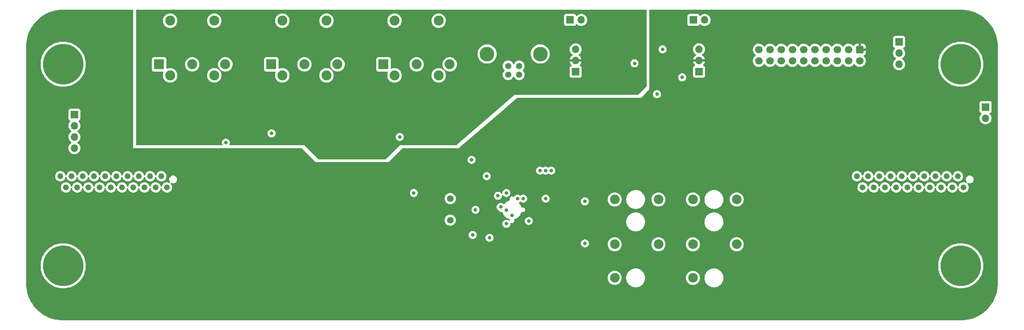
<source format=gbr>
%TF.GenerationSoftware,KiCad,Pcbnew,(6.0.5-0)*%
%TF.CreationDate,2022-06-25T13:19:03+02:00*%
%TF.ProjectId,hoatzin,686f6174-7a69-46e2-9e6b-696361645f70,rev?*%
%TF.SameCoordinates,Original*%
%TF.FileFunction,Copper,L3,Inr*%
%TF.FilePolarity,Positive*%
%FSLAX46Y46*%
G04 Gerber Fmt 4.6, Leading zero omitted, Abs format (unit mm)*
G04 Created by KiCad (PCBNEW (6.0.5-0)) date 2022-06-25 13:19:03*
%MOMM*%
%LPD*%
G01*
G04 APERTURE LIST*
G04 Aperture macros list*
%AMRoundRect*
0 Rectangle with rounded corners*
0 $1 Rounding radius*
0 $2 $3 $4 $5 $6 $7 $8 $9 X,Y pos of 4 corners*
0 Add a 4 corners polygon primitive as box body*
4,1,4,$2,$3,$4,$5,$6,$7,$8,$9,$2,$3,0*
0 Add four circle primitives for the rounded corners*
1,1,$1+$1,$2,$3*
1,1,$1+$1,$4,$5*
1,1,$1+$1,$6,$7*
1,1,$1+$1,$8,$9*
0 Add four rect primitives between the rounded corners*
20,1,$1+$1,$2,$3,$4,$5,0*
20,1,$1+$1,$4,$5,$6,$7,0*
20,1,$1+$1,$6,$7,$8,$9,0*
20,1,$1+$1,$8,$9,$2,$3,0*%
G04 Aperture macros list end*
%TA.AperFunction,ComponentPad*%
%ADD10C,3.316000*%
%TD*%
%TA.AperFunction,ComponentPad*%
%ADD11C,1.428000*%
%TD*%
%TA.AperFunction,ComponentPad*%
%ADD12R,1.700000X1.700000*%
%TD*%
%TA.AperFunction,ComponentPad*%
%ADD13O,1.700000X1.700000*%
%TD*%
%TA.AperFunction,ComponentPad*%
%ADD14C,9.200000*%
%TD*%
%TA.AperFunction,ComponentPad*%
%ADD15RoundRect,0.250000X-0.600000X0.600000X-0.600000X-0.600000X0.600000X-0.600000X0.600000X0.600000X0*%
%TD*%
%TA.AperFunction,ComponentPad*%
%ADD16C,1.700000*%
%TD*%
%TA.AperFunction,ComponentPad*%
%ADD17C,1.500000*%
%TD*%
%TA.AperFunction,ComponentPad*%
%ADD18R,2.250000X2.250000*%
%TD*%
%TA.AperFunction,ComponentPad*%
%ADD19C,2.250000*%
%TD*%
%TA.AperFunction,ComponentPad*%
%ADD20C,1.320800*%
%TD*%
%TA.AperFunction,ComponentPad*%
%ADD21C,2.172000*%
%TD*%
%TA.AperFunction,ViaPad*%
%ADD22C,0.800000*%
%TD*%
G04 APERTURE END LIST*
D10*
%TO.N,GND*%
%TO.C,J6*%
X136601000Y-61176000D03*
X148641000Y-61176000D03*
D11*
%TO.N,USB_VBUS*%
X141371000Y-65886000D03*
%TO.N,USB_OTG_FS_D-*%
X143871000Y-65886000D03*
%TO.N,USB_OTG_FS_D+*%
X143871000Y-63886000D03*
%TO.N,GND*%
X141371000Y-63886000D03*
%TD*%
D12*
%TO.N,3.3V_REG*%
%TO.C,J11*%
X184597000Y-65197000D03*
D13*
%TO.N,+3V3*%
X184597000Y-62657000D03*
%TO.N,3.3V_EXT*%
X184597000Y-60117000D03*
%TD*%
D14*
%TO.N,GND*%
%TO.C,H3*%
X40640000Y-109220000D03*
%TD*%
D15*
%TO.N,+3V3*%
%TO.C,J7*%
X220980000Y-60207500D03*
D16*
%TO.N,unconnected-(J7-Pad2)*%
X220980000Y-62747500D03*
%TO.N,unconnected-(J7-Pad3)*%
X218440000Y-60207500D03*
%TO.N,GND*%
X218440000Y-62747500D03*
%TO.N,unconnected-(J7-Pad5)*%
X215900000Y-60207500D03*
%TO.N,GND*%
X215900000Y-62747500D03*
%TO.N,JTMS_SWDIO*%
X213360000Y-60207500D03*
%TO.N,GND*%
X213360000Y-62747500D03*
%TO.N,JTCK_SWCLK*%
X210820000Y-60207500D03*
%TO.N,GND*%
X210820000Y-62747500D03*
%TO.N,unconnected-(J7-Pad11)*%
X208280000Y-60207500D03*
%TO.N,GND*%
X208280000Y-62747500D03*
%TO.N,JTDO_SWO*%
X205740000Y-60207500D03*
%TO.N,GND*%
X205740000Y-62747500D03*
%TO.N,NRST*%
X203200000Y-60207500D03*
%TO.N,GND*%
X203200000Y-62747500D03*
%TO.N,unconnected-(J7-Pad17)*%
X200660000Y-60207500D03*
%TO.N,GND*%
X200660000Y-62747500D03*
%TO.N,unconnected-(J7-Pad19)*%
X198120000Y-60207500D03*
%TO.N,GND*%
X198120000Y-62747500D03*
%TD*%
D17*
%TO.N,Net-(C2-Pad2)*%
%TO.C,e1*%
X128270000Y-93979998D03*
%TO.N,Net-(C3-Pad2)*%
X128270000Y-98859998D03*
%TD*%
D18*
%TO.N,unconnected-(J4-Pad1)*%
%TO.C,J4*%
X62350000Y-63529000D03*
D19*
%TO.N,GND*%
X69850000Y-63529000D03*
%TO.N,unconnected-(J4-Pad3)*%
X77350000Y-63529000D03*
%TO.N,Net-(J4-Pad4)*%
X64850000Y-66029000D03*
%TO.N,Net-(J4-Pad5)*%
X74850000Y-66029000D03*
%TO.N,N/C*%
X64850000Y-53629000D03*
X74850000Y-53629000D03*
%TD*%
D12*
%TO.N,GND*%
%TO.C,J16*%
X249450000Y-73210000D03*
D13*
%TO.N,NRST*%
X249450000Y-75750000D03*
%TD*%
D14*
%TO.N,GND*%
%TO.C,H1*%
X40640000Y-63500000D03*
%TD*%
D12*
%TO.N,Net-(J10-Pad1)*%
%TO.C,J10*%
X229870000Y-58435000D03*
D13*
%TO.N,Net-(J10-Pad2)*%
X229870000Y-60975000D03*
%TO.N,Net-(J10-Pad3)*%
X229870000Y-63515000D03*
%TD*%
D14*
%TO.N,GND*%
%TO.C,H2*%
X243840000Y-109220000D03*
%TD*%
D12*
%TO.N,USB_VBUS*%
%TO.C,J14*%
X156657000Y-65212000D03*
D13*
%TO.N,+5V*%
X156657000Y-62672000D03*
%TO.N,5V_EXT*%
X156657000Y-60132000D03*
%TD*%
D12*
%TO.N,3.3V_EXT*%
%TO.C,J13*%
X183327000Y-53462000D03*
D13*
%TO.N,GND*%
X185867000Y-53462000D03*
%TD*%
D14*
%TO.N,GND*%
%TO.C,H4*%
X243840000Y-63500000D03*
%TD*%
D18*
%TO.N,unconnected-(J3-Pad1)*%
%TO.C,J3*%
X113150000Y-63529000D03*
D19*
%TO.N,unconnected-(J3-Pad2)*%
X120650000Y-63529000D03*
%TO.N,unconnected-(J3-Pad3)*%
X128150000Y-63529000D03*
%TO.N,Net-(J3-Pad4)*%
X115650000Y-66029000D03*
%TO.N,Net-(D1-Pad2)*%
X125650000Y-66029000D03*
%TO.N,N/C*%
X115650000Y-53629000D03*
X125650000Y-53629000D03*
%TD*%
D12*
%TO.N,5V_EXT*%
%TO.C,J12*%
X155387000Y-53462000D03*
D13*
%TO.N,GND*%
X157927000Y-53462000D03*
%TD*%
D18*
%TO.N,unconnected-(J5-Pad1)*%
%TO.C,J5*%
X87750000Y-63529000D03*
D19*
%TO.N,GND*%
X95250000Y-63529000D03*
%TO.N,unconnected-(J5-Pad3)*%
X102750000Y-63529000D03*
%TO.N,Net-(J5-Pad4)*%
X90250000Y-66029000D03*
%TO.N,Net-(J5-Pad5)*%
X100250000Y-66029000D03*
%TO.N,N/C*%
X90250000Y-53629000D03*
X100250000Y-53629000D03*
%TD*%
D20*
%TO.N,K_R_MK5*%
%TO.C,J2*%
X220345000Y-88900000D03*
%TO.N,K_R_T0*%
X221615000Y-91440000D03*
%TO.N,K_R_BR5*%
X222885000Y-88900000D03*
%TO.N,K_R_T1*%
X224155000Y-91440000D03*
%TO.N,K_R_MK6*%
X225425000Y-88900000D03*
%TO.N,K_R_T2*%
X226695000Y-91440000D03*
%TO.N,K_R_BR6*%
X227965000Y-88900000D03*
%TO.N,K_R_T3*%
X229235000Y-91440000D03*
%TO.N,K_R_MK7*%
X230505000Y-88900000D03*
%TO.N,K_R_T4*%
X231775000Y-91440000D03*
%TO.N,K_R_BR7*%
X233045000Y-88900000D03*
%TO.N,K_R_T5*%
X234315000Y-91440000D03*
%TO.N,K_R_MK8*%
X235585000Y-88900000D03*
%TO.N,K_R_T6*%
X236855000Y-91440000D03*
%TO.N,K_R_BR8*%
X238125000Y-88900000D03*
%TO.N,K_R_T7*%
X239395000Y-91440000D03*
%TO.N,K_R_MK9*%
X240665000Y-88900000D03*
%TO.N,K_R_BR10*%
X241935000Y-91440000D03*
%TO.N,K_R_BR9*%
X243205000Y-88900000D03*
%TO.N,K_R_MK10*%
X244475000Y-91440000D03*
%TD*%
D21*
%TO.N,unconnected-(J9-PadR1)*%
%TO.C,J9*%
X183210000Y-104343000D03*
%TO.N,unconnected-(J9-PadRB1)*%
X193116000Y-104343000D03*
%TO.N,GND*%
X183210000Y-111963000D03*
%TO.N,TRS2_T*%
X183210000Y-94183000D03*
%TO.N,unconnected-(J9-PadTB1)*%
X193116000Y-94183000D03*
%TD*%
%TO.N,TRS1_R*%
%TO.C,J8*%
X165490000Y-104343000D03*
%TO.N,unconnected-(J8-PadRB1)*%
X175396000Y-104343000D03*
%TO.N,GND*%
X165490000Y-111963000D03*
%TO.N,TRS1_T*%
X165490000Y-94183000D03*
%TO.N,unconnected-(J8-PadTB1)*%
X175396000Y-94183000D03*
%TD*%
D12*
%TO.N,Aftertouch*%
%TO.C,J15*%
X43180000Y-74930000D03*
D13*
%TO.N,unconnected-(J15-Pad2)*%
X43180000Y-77470000D03*
%TO.N,unconnected-(J15-Pad3)*%
X43180000Y-80010000D03*
%TO.N,GND*%
X43180000Y-82550000D03*
%TD*%
D20*
%TO.N,K_L_MK0*%
%TO.C,J1*%
X40005000Y-88900000D03*
%TO.N,K_L_T0*%
X41275000Y-91440000D03*
%TO.N,K_L_BR0*%
X42545000Y-88900000D03*
%TO.N,K_L_T1*%
X43815000Y-91440000D03*
%TO.N,K_L_MK1*%
X45085000Y-88900000D03*
%TO.N,K_L_T2*%
X46355000Y-91440000D03*
%TO.N,K_L_BR1*%
X47625000Y-88900000D03*
%TO.N,K_L_T3*%
X48895000Y-91440000D03*
%TO.N,K_L_MK2*%
X50165000Y-88900000D03*
%TO.N,K_L_T4*%
X51435000Y-91440000D03*
%TO.N,K_L_BR2*%
X52705000Y-88900000D03*
%TO.N,K_L_T5*%
X53975000Y-91440000D03*
%TO.N,K_L_MK3*%
X55245000Y-88900000D03*
%TO.N,K_L_T6*%
X56515000Y-91440000D03*
%TO.N,K_L_BR3*%
X57785000Y-88900000D03*
%TO.N,K_L_T7*%
X59055000Y-91440000D03*
%TO.N,K_L_MK4*%
X60325000Y-88900000D03*
%TO.N,unconnected-(J1-Pad18)*%
X61595000Y-91440000D03*
%TO.N,K_L_BR4*%
X62865000Y-88900000D03*
%TO.N,unconnected-(J1-Pad20)*%
X64135000Y-91440000D03*
%TD*%
D22*
%TO.N,+3V3*%
X87630000Y-84455000D03*
%TO.N,+5V*%
X75565000Y-74295000D03*
X63500000Y-80010000D03*
X95250000Y-78740000D03*
%TO.N,GND*%
X116840000Y-80010000D03*
%TO.N,+5V*%
X106045000Y-78105000D03*
%TO.N,GND*%
X87822000Y-79183000D03*
X149860000Y-93980000D03*
X176342000Y-60132000D03*
X120015000Y-92710000D03*
X175072000Y-70292000D03*
X158750000Y-94615000D03*
X158750000Y-104140000D03*
X146050000Y-99060000D03*
X140970000Y-99695000D03*
X180787000Y-66482000D03*
X136525000Y-88900000D03*
X169992000Y-63307000D03*
%TO.N,JTMS_SWDIO*%
X151130000Y-87630000D03*
%TO.N,JTCK_SWCLK*%
X148590000Y-87630000D03*
%TO.N,JTDO_SWO*%
X149860000Y-87630000D03*
%TO.N,NRST*%
X139065000Y-93345000D03*
%TO.N,TRS1_R*%
X140970000Y-96609500D03*
%TO.N,TRS1_T*%
X139700000Y-95885000D03*
%TO.N,TRS2_T*%
X142240000Y-97790000D03*
%TO.N,+3V3*%
X161290000Y-90805000D03*
X233680000Y-70485000D03*
X52705000Y-107950000D03*
X150495000Y-92075000D03*
X46990000Y-72390000D03*
X146050000Y-104775000D03*
X235585000Y-64770000D03*
X232410000Y-110490000D03*
X160020000Y-100965000D03*
X179070000Y-92075000D03*
X136525000Y-90805000D03*
X133985000Y-104140000D03*
X183327000Y-69657000D03*
X52705000Y-63500000D03*
%TO.N,MIDI_UART_RX*%
X133096000Y-85185980D03*
X137160000Y-102870000D03*
%TO.N,USB_OTG_FS_D+*%
X144780000Y-93980000D03*
%TO.N,USB_OTG_FS_D-*%
X143510000Y-93980000D03*
%TO.N,MIDI_UART_TX*%
X133350000Y-102235000D03*
X77470000Y-81280000D03*
%TO.N,Net-(J10-Pad2)*%
X140970000Y-92710000D03*
%TO.N,Aftertouch*%
X133985000Y-96520000D03*
%TD*%
%TA.AperFunction,Conductor*%
%TO.N,+3V3*%
G36*
X56457121Y-51138502D02*
G01*
X56503614Y-51192158D01*
X56515000Y-51244500D01*
X56515000Y-82550000D01*
X94562810Y-82550000D01*
X94630931Y-82570002D01*
X94651905Y-82586905D01*
X97790000Y-85725000D01*
X114300000Y-85725000D01*
X114839020Y-85185980D01*
X132182496Y-85185980D01*
X132202458Y-85375908D01*
X132261473Y-85557536D01*
X132356960Y-85722924D01*
X132484747Y-85864846D01*
X132639248Y-85977098D01*
X132645276Y-85979782D01*
X132645278Y-85979783D01*
X132807681Y-86052089D01*
X132813712Y-86054774D01*
X132907112Y-86074627D01*
X132994056Y-86093108D01*
X132994061Y-86093108D01*
X133000513Y-86094480D01*
X133191487Y-86094480D01*
X133197939Y-86093108D01*
X133197944Y-86093108D01*
X133284888Y-86074627D01*
X133378288Y-86054774D01*
X133384319Y-86052089D01*
X133546722Y-85979783D01*
X133546724Y-85979782D01*
X133552752Y-85977098D01*
X133707253Y-85864846D01*
X133835040Y-85722924D01*
X133930527Y-85557536D01*
X133989542Y-85375908D01*
X134009504Y-85185980D01*
X133989542Y-84996052D01*
X133930527Y-84814424D01*
X133835040Y-84649036D01*
X133707253Y-84507114D01*
X133552752Y-84394862D01*
X133546724Y-84392178D01*
X133546722Y-84392177D01*
X133384319Y-84319871D01*
X133384318Y-84319871D01*
X133378288Y-84317186D01*
X133284888Y-84297333D01*
X133197944Y-84278852D01*
X133197939Y-84278852D01*
X133191487Y-84277480D01*
X133000513Y-84277480D01*
X132994061Y-84278852D01*
X132994056Y-84278852D01*
X132907112Y-84297333D01*
X132813712Y-84317186D01*
X132807682Y-84319871D01*
X132807681Y-84319871D01*
X132645278Y-84392177D01*
X132645276Y-84392178D01*
X132639248Y-84394862D01*
X132484747Y-84507114D01*
X132356960Y-84649036D01*
X132261473Y-84814424D01*
X132202458Y-84996052D01*
X132182496Y-85185980D01*
X114839020Y-85185980D01*
X117438095Y-82586905D01*
X117500407Y-82552879D01*
X117527190Y-82550000D01*
X130175000Y-82550000D01*
X138147190Y-75716695D01*
X248087251Y-75716695D01*
X248087548Y-75721848D01*
X248087548Y-75721851D01*
X248093011Y-75816590D01*
X248100110Y-75939715D01*
X248101247Y-75944761D01*
X248101248Y-75944767D01*
X248117819Y-76018297D01*
X248149222Y-76157639D01*
X248233266Y-76364616D01*
X248349987Y-76555088D01*
X248496250Y-76723938D01*
X248668126Y-76866632D01*
X248861000Y-76979338D01*
X249069692Y-77059030D01*
X249074760Y-77060061D01*
X249074763Y-77060062D01*
X249182017Y-77081883D01*
X249288597Y-77103567D01*
X249293772Y-77103757D01*
X249293774Y-77103757D01*
X249506673Y-77111564D01*
X249506677Y-77111564D01*
X249511837Y-77111753D01*
X249516957Y-77111097D01*
X249516959Y-77111097D01*
X249728288Y-77084025D01*
X249728289Y-77084025D01*
X249733416Y-77083368D01*
X249738366Y-77081883D01*
X249942429Y-77020661D01*
X249942434Y-77020659D01*
X249947384Y-77019174D01*
X250147994Y-76920896D01*
X250329860Y-76791173D01*
X250488096Y-76633489D01*
X250506124Y-76608401D01*
X250615435Y-76456277D01*
X250618453Y-76452077D01*
X250672786Y-76342143D01*
X250715136Y-76256453D01*
X250715137Y-76256451D01*
X250717430Y-76251811D01*
X250782370Y-76038069D01*
X250811529Y-75816590D01*
X250813156Y-75750000D01*
X250794852Y-75527361D01*
X250740431Y-75310702D01*
X250651354Y-75105840D01*
X250530014Y-74918277D01*
X250526532Y-74914450D01*
X250382798Y-74756488D01*
X250351746Y-74692642D01*
X250360141Y-74622143D01*
X250405317Y-74567375D01*
X250431761Y-74553706D01*
X250538297Y-74513767D01*
X250546705Y-74510615D01*
X250663261Y-74423261D01*
X250750615Y-74306705D01*
X250801745Y-74170316D01*
X250808500Y-74108134D01*
X250808500Y-72311866D01*
X250801745Y-72249684D01*
X250750615Y-72113295D01*
X250663261Y-71996739D01*
X250546705Y-71909385D01*
X250410316Y-71858255D01*
X250348134Y-71851500D01*
X248551866Y-71851500D01*
X248489684Y-71858255D01*
X248353295Y-71909385D01*
X248236739Y-71996739D01*
X248149385Y-72113295D01*
X248098255Y-72249684D01*
X248091500Y-72311866D01*
X248091500Y-74108134D01*
X248098255Y-74170316D01*
X248149385Y-74306705D01*
X248236739Y-74423261D01*
X248353295Y-74510615D01*
X248361704Y-74513767D01*
X248361705Y-74513768D01*
X248470451Y-74554535D01*
X248527216Y-74597176D01*
X248551916Y-74663738D01*
X248536709Y-74733087D01*
X248517316Y-74759568D01*
X248390629Y-74892138D01*
X248264743Y-75076680D01*
X248170688Y-75279305D01*
X248110989Y-75494570D01*
X248087251Y-75716695D01*
X138147190Y-75716695D01*
X143474611Y-71150334D01*
X143539349Y-71121188D01*
X143556610Y-71120000D01*
X171450000Y-71120000D01*
X172278000Y-70292000D01*
X174158496Y-70292000D01*
X174178458Y-70481928D01*
X174237473Y-70663556D01*
X174332960Y-70828944D01*
X174460747Y-70970866D01*
X174615248Y-71083118D01*
X174621276Y-71085802D01*
X174621278Y-71085803D01*
X174700755Y-71121188D01*
X174789712Y-71160794D01*
X174883113Y-71180647D01*
X174970056Y-71199128D01*
X174970061Y-71199128D01*
X174976513Y-71200500D01*
X175167487Y-71200500D01*
X175173939Y-71199128D01*
X175173944Y-71199128D01*
X175260887Y-71180647D01*
X175354288Y-71160794D01*
X175443245Y-71121188D01*
X175522722Y-71085803D01*
X175522724Y-71085802D01*
X175528752Y-71083118D01*
X175683253Y-70970866D01*
X175811040Y-70828944D01*
X175906527Y-70663556D01*
X175965542Y-70481928D01*
X175985504Y-70292000D01*
X175965542Y-70102072D01*
X175906527Y-69920444D01*
X175811040Y-69755056D01*
X175683253Y-69613134D01*
X175528752Y-69500882D01*
X175522724Y-69498198D01*
X175522722Y-69498197D01*
X175360319Y-69425891D01*
X175360318Y-69425891D01*
X175354288Y-69423206D01*
X175260888Y-69403353D01*
X175173944Y-69384872D01*
X175173939Y-69384872D01*
X175167487Y-69383500D01*
X174976513Y-69383500D01*
X174970061Y-69384872D01*
X174970056Y-69384872D01*
X174883112Y-69403353D01*
X174789712Y-69423206D01*
X174783682Y-69425891D01*
X174783681Y-69425891D01*
X174621278Y-69498197D01*
X174621276Y-69498198D01*
X174615248Y-69500882D01*
X174460747Y-69613134D01*
X174332960Y-69755056D01*
X174237473Y-69920444D01*
X174178458Y-70102072D01*
X174158496Y-70292000D01*
X172278000Y-70292000D01*
X173355000Y-69215000D01*
X173355000Y-66482000D01*
X179873496Y-66482000D01*
X179874186Y-66488565D01*
X179880220Y-66545971D01*
X179893458Y-66671928D01*
X179952473Y-66853556D01*
X180047960Y-67018944D01*
X180175747Y-67160866D01*
X180330248Y-67273118D01*
X180336276Y-67275802D01*
X180336278Y-67275803D01*
X180498681Y-67348109D01*
X180504712Y-67350794D01*
X180598112Y-67370647D01*
X180685056Y-67389128D01*
X180685061Y-67389128D01*
X180691513Y-67390500D01*
X180882487Y-67390500D01*
X180888939Y-67389128D01*
X180888944Y-67389128D01*
X180975888Y-67370647D01*
X181069288Y-67350794D01*
X181075319Y-67348109D01*
X181237722Y-67275803D01*
X181237724Y-67275802D01*
X181243752Y-67273118D01*
X181398253Y-67160866D01*
X181526040Y-67018944D01*
X181621527Y-66853556D01*
X181680542Y-66671928D01*
X181693781Y-66545971D01*
X181699814Y-66488565D01*
X181700504Y-66482000D01*
X181680542Y-66292072D01*
X181621527Y-66110444D01*
X181612688Y-66095134D01*
X183238500Y-66095134D01*
X183245255Y-66157316D01*
X183296385Y-66293705D01*
X183383739Y-66410261D01*
X183500295Y-66497615D01*
X183636684Y-66548745D01*
X183698866Y-66555500D01*
X185495134Y-66555500D01*
X185557316Y-66548745D01*
X185693705Y-66497615D01*
X185810261Y-66410261D01*
X185897615Y-66293705D01*
X185948745Y-66157316D01*
X185955500Y-66095134D01*
X185955500Y-64298866D01*
X185948745Y-64236684D01*
X185897615Y-64100295D01*
X185810261Y-63983739D01*
X185693705Y-63896385D01*
X185666003Y-63886000D01*
X185574687Y-63851767D01*
X185517923Y-63809125D01*
X185493223Y-63742564D01*
X185508430Y-63673215D01*
X185529977Y-63644535D01*
X185631052Y-63543812D01*
X185637730Y-63535965D01*
X185762003Y-63363020D01*
X185767313Y-63354183D01*
X185861670Y-63163267D01*
X185865469Y-63153672D01*
X185927377Y-62949910D01*
X185929555Y-62939837D01*
X185930986Y-62928962D01*
X185928775Y-62914778D01*
X185915617Y-62911000D01*
X183280225Y-62911000D01*
X183266694Y-62914973D01*
X183265257Y-62924966D01*
X183295565Y-63059446D01*
X183298645Y-63069275D01*
X183378770Y-63266603D01*
X183383413Y-63275794D01*
X183494694Y-63457388D01*
X183500777Y-63465699D01*
X183640213Y-63626667D01*
X183647577Y-63633879D01*
X183652522Y-63637985D01*
X183692156Y-63696889D01*
X183693653Y-63767870D01*
X183656537Y-63828392D01*
X183616264Y-63852910D01*
X183508705Y-63893232D01*
X183508704Y-63893233D01*
X183500295Y-63896385D01*
X183383739Y-63983739D01*
X183296385Y-64100295D01*
X183245255Y-64236684D01*
X183238500Y-64298866D01*
X183238500Y-66095134D01*
X181612688Y-66095134D01*
X181526040Y-65945056D01*
X181398253Y-65803134D01*
X181243752Y-65690882D01*
X181237724Y-65688198D01*
X181237722Y-65688197D01*
X181075319Y-65615891D01*
X181075318Y-65615891D01*
X181069288Y-65613206D01*
X180975888Y-65593353D01*
X180888944Y-65574872D01*
X180888939Y-65574872D01*
X180882487Y-65573500D01*
X180691513Y-65573500D01*
X180685061Y-65574872D01*
X180685056Y-65574872D01*
X180598112Y-65593353D01*
X180504712Y-65613206D01*
X180498682Y-65615891D01*
X180498681Y-65615891D01*
X180336278Y-65688197D01*
X180336276Y-65688198D01*
X180330248Y-65690882D01*
X180175747Y-65803134D01*
X180047960Y-65945056D01*
X179952473Y-66110444D01*
X179893458Y-66292072D01*
X179873496Y-66482000D01*
X173355000Y-66482000D01*
X173355000Y-62714195D01*
X196757251Y-62714195D01*
X196757548Y-62719348D01*
X196757548Y-62719351D01*
X196764872Y-62846375D01*
X196770110Y-62937215D01*
X196771247Y-62942261D01*
X196771248Y-62942267D01*
X196775260Y-62960069D01*
X196819222Y-63155139D01*
X196903266Y-63362116D01*
X196954019Y-63444938D01*
X197017291Y-63548188D01*
X197019987Y-63552588D01*
X197166250Y-63721438D01*
X197338126Y-63864132D01*
X197531000Y-63976838D01*
X197739692Y-64056530D01*
X197744760Y-64057561D01*
X197744763Y-64057562D01*
X197852017Y-64079383D01*
X197958597Y-64101067D01*
X197963772Y-64101257D01*
X197963774Y-64101257D01*
X198176673Y-64109064D01*
X198176677Y-64109064D01*
X198181837Y-64109253D01*
X198186957Y-64108597D01*
X198186959Y-64108597D01*
X198398288Y-64081525D01*
X198398289Y-64081525D01*
X198403416Y-64080868D01*
X198408366Y-64079383D01*
X198612429Y-64018161D01*
X198612434Y-64018159D01*
X198617384Y-64016674D01*
X198817994Y-63918396D01*
X198999860Y-63788673D01*
X199046131Y-63742564D01*
X199116034Y-63672904D01*
X199158096Y-63630989D01*
X199217594Y-63548189D01*
X199288453Y-63449577D01*
X199289776Y-63450528D01*
X199336645Y-63407357D01*
X199406580Y-63395125D01*
X199472026Y-63422644D01*
X199499875Y-63454494D01*
X199507099Y-63466283D01*
X199559987Y-63552588D01*
X199706250Y-63721438D01*
X199878126Y-63864132D01*
X200071000Y-63976838D01*
X200279692Y-64056530D01*
X200284760Y-64057561D01*
X200284763Y-64057562D01*
X200392017Y-64079383D01*
X200498597Y-64101067D01*
X200503772Y-64101257D01*
X200503774Y-64101257D01*
X200716673Y-64109064D01*
X200716677Y-64109064D01*
X200721837Y-64109253D01*
X200726957Y-64108597D01*
X200726959Y-64108597D01*
X200938288Y-64081525D01*
X200938289Y-64081525D01*
X200943416Y-64080868D01*
X200948366Y-64079383D01*
X201152429Y-64018161D01*
X201152434Y-64018159D01*
X201157384Y-64016674D01*
X201357994Y-63918396D01*
X201539860Y-63788673D01*
X201586131Y-63742564D01*
X201656034Y-63672904D01*
X201698096Y-63630989D01*
X201757594Y-63548189D01*
X201828453Y-63449577D01*
X201829776Y-63450528D01*
X201876645Y-63407357D01*
X201946580Y-63395125D01*
X202012026Y-63422644D01*
X202039875Y-63454494D01*
X202047099Y-63466283D01*
X202099987Y-63552588D01*
X202246250Y-63721438D01*
X202418126Y-63864132D01*
X202611000Y-63976838D01*
X202819692Y-64056530D01*
X202824760Y-64057561D01*
X202824763Y-64057562D01*
X202932017Y-64079383D01*
X203038597Y-64101067D01*
X203043772Y-64101257D01*
X203043774Y-64101257D01*
X203256673Y-64109064D01*
X203256677Y-64109064D01*
X203261837Y-64109253D01*
X203266957Y-64108597D01*
X203266959Y-64108597D01*
X203478288Y-64081525D01*
X203478289Y-64081525D01*
X203483416Y-64080868D01*
X203488366Y-64079383D01*
X203692429Y-64018161D01*
X203692434Y-64018159D01*
X203697384Y-64016674D01*
X203897994Y-63918396D01*
X204079860Y-63788673D01*
X204126131Y-63742564D01*
X204196034Y-63672904D01*
X204238096Y-63630989D01*
X204297594Y-63548189D01*
X204368453Y-63449577D01*
X204369776Y-63450528D01*
X204416645Y-63407357D01*
X204486580Y-63395125D01*
X204552026Y-63422644D01*
X204579875Y-63454494D01*
X204587099Y-63466283D01*
X204639987Y-63552588D01*
X204786250Y-63721438D01*
X204958126Y-63864132D01*
X205151000Y-63976838D01*
X205359692Y-64056530D01*
X205364760Y-64057561D01*
X205364763Y-64057562D01*
X205472017Y-64079383D01*
X205578597Y-64101067D01*
X205583772Y-64101257D01*
X205583774Y-64101257D01*
X205796673Y-64109064D01*
X205796677Y-64109064D01*
X205801837Y-64109253D01*
X205806957Y-64108597D01*
X205806959Y-64108597D01*
X206018288Y-64081525D01*
X206018289Y-64081525D01*
X206023416Y-64080868D01*
X206028366Y-64079383D01*
X206232429Y-64018161D01*
X206232434Y-64018159D01*
X206237384Y-64016674D01*
X206437994Y-63918396D01*
X206619860Y-63788673D01*
X206666131Y-63742564D01*
X206736034Y-63672904D01*
X206778096Y-63630989D01*
X206837594Y-63548189D01*
X206908453Y-63449577D01*
X206909776Y-63450528D01*
X206956645Y-63407357D01*
X207026580Y-63395125D01*
X207092026Y-63422644D01*
X207119875Y-63454494D01*
X207127099Y-63466283D01*
X207179987Y-63552588D01*
X207326250Y-63721438D01*
X207498126Y-63864132D01*
X207691000Y-63976838D01*
X207899692Y-64056530D01*
X207904760Y-64057561D01*
X207904763Y-64057562D01*
X208012017Y-64079383D01*
X208118597Y-64101067D01*
X208123772Y-64101257D01*
X208123774Y-64101257D01*
X208336673Y-64109064D01*
X208336677Y-64109064D01*
X208341837Y-64109253D01*
X208346957Y-64108597D01*
X208346959Y-64108597D01*
X208558288Y-64081525D01*
X208558289Y-64081525D01*
X208563416Y-64080868D01*
X208568366Y-64079383D01*
X208772429Y-64018161D01*
X208772434Y-64018159D01*
X208777384Y-64016674D01*
X208977994Y-63918396D01*
X209159860Y-63788673D01*
X209206131Y-63742564D01*
X209276034Y-63672904D01*
X209318096Y-63630989D01*
X209377594Y-63548189D01*
X209448453Y-63449577D01*
X209449776Y-63450528D01*
X209496645Y-63407357D01*
X209566580Y-63395125D01*
X209632026Y-63422644D01*
X209659875Y-63454494D01*
X209667099Y-63466283D01*
X209719987Y-63552588D01*
X209866250Y-63721438D01*
X210038126Y-63864132D01*
X210231000Y-63976838D01*
X210439692Y-64056530D01*
X210444760Y-64057561D01*
X210444763Y-64057562D01*
X210552017Y-64079383D01*
X210658597Y-64101067D01*
X210663772Y-64101257D01*
X210663774Y-64101257D01*
X210876673Y-64109064D01*
X210876677Y-64109064D01*
X210881837Y-64109253D01*
X210886957Y-64108597D01*
X210886959Y-64108597D01*
X211098288Y-64081525D01*
X211098289Y-64081525D01*
X211103416Y-64080868D01*
X211108366Y-64079383D01*
X211312429Y-64018161D01*
X211312434Y-64018159D01*
X211317384Y-64016674D01*
X211517994Y-63918396D01*
X211699860Y-63788673D01*
X211746131Y-63742564D01*
X211816034Y-63672904D01*
X211858096Y-63630989D01*
X211917594Y-63548189D01*
X211988453Y-63449577D01*
X211989776Y-63450528D01*
X212036645Y-63407357D01*
X212106580Y-63395125D01*
X212172026Y-63422644D01*
X212199875Y-63454494D01*
X212207099Y-63466283D01*
X212259987Y-63552588D01*
X212406250Y-63721438D01*
X212578126Y-63864132D01*
X212771000Y-63976838D01*
X212979692Y-64056530D01*
X212984760Y-64057561D01*
X212984763Y-64057562D01*
X213092017Y-64079383D01*
X213198597Y-64101067D01*
X213203772Y-64101257D01*
X213203774Y-64101257D01*
X213416673Y-64109064D01*
X213416677Y-64109064D01*
X213421837Y-64109253D01*
X213426957Y-64108597D01*
X213426959Y-64108597D01*
X213638288Y-64081525D01*
X213638289Y-64081525D01*
X213643416Y-64080868D01*
X213648366Y-64079383D01*
X213852429Y-64018161D01*
X213852434Y-64018159D01*
X213857384Y-64016674D01*
X214057994Y-63918396D01*
X214239860Y-63788673D01*
X214286131Y-63742564D01*
X214356034Y-63672904D01*
X214398096Y-63630989D01*
X214457594Y-63548189D01*
X214528453Y-63449577D01*
X214529776Y-63450528D01*
X214576645Y-63407357D01*
X214646580Y-63395125D01*
X214712026Y-63422644D01*
X214739875Y-63454494D01*
X214747099Y-63466283D01*
X214799987Y-63552588D01*
X214946250Y-63721438D01*
X215118126Y-63864132D01*
X215311000Y-63976838D01*
X215519692Y-64056530D01*
X215524760Y-64057561D01*
X215524763Y-64057562D01*
X215632017Y-64079383D01*
X215738597Y-64101067D01*
X215743772Y-64101257D01*
X215743774Y-64101257D01*
X215956673Y-64109064D01*
X215956677Y-64109064D01*
X215961837Y-64109253D01*
X215966957Y-64108597D01*
X215966959Y-64108597D01*
X216178288Y-64081525D01*
X216178289Y-64081525D01*
X216183416Y-64080868D01*
X216188366Y-64079383D01*
X216392429Y-64018161D01*
X216392434Y-64018159D01*
X216397384Y-64016674D01*
X216597994Y-63918396D01*
X216779860Y-63788673D01*
X216826131Y-63742564D01*
X216896034Y-63672904D01*
X216938096Y-63630989D01*
X216997594Y-63548189D01*
X217068453Y-63449577D01*
X217069776Y-63450528D01*
X217116645Y-63407357D01*
X217186580Y-63395125D01*
X217252026Y-63422644D01*
X217279875Y-63454494D01*
X217287099Y-63466283D01*
X217339987Y-63552588D01*
X217486250Y-63721438D01*
X217658126Y-63864132D01*
X217851000Y-63976838D01*
X218059692Y-64056530D01*
X218064760Y-64057561D01*
X218064763Y-64057562D01*
X218172017Y-64079383D01*
X218278597Y-64101067D01*
X218283772Y-64101257D01*
X218283774Y-64101257D01*
X218496673Y-64109064D01*
X218496677Y-64109064D01*
X218501837Y-64109253D01*
X218506957Y-64108597D01*
X218506959Y-64108597D01*
X218718288Y-64081525D01*
X218718289Y-64081525D01*
X218723416Y-64080868D01*
X218728366Y-64079383D01*
X218932429Y-64018161D01*
X218932434Y-64018159D01*
X218937384Y-64016674D01*
X219137994Y-63918396D01*
X219319860Y-63788673D01*
X219366131Y-63742564D01*
X219436034Y-63672904D01*
X219478096Y-63630989D01*
X219537594Y-63548189D01*
X219608453Y-63449577D01*
X219609776Y-63450528D01*
X219656645Y-63407357D01*
X219726580Y-63395125D01*
X219792026Y-63422644D01*
X219819875Y-63454494D01*
X219827099Y-63466283D01*
X219879987Y-63552588D01*
X220026250Y-63721438D01*
X220198126Y-63864132D01*
X220391000Y-63976838D01*
X220599692Y-64056530D01*
X220604760Y-64057561D01*
X220604763Y-64057562D01*
X220712017Y-64079383D01*
X220818597Y-64101067D01*
X220823772Y-64101257D01*
X220823774Y-64101257D01*
X221036673Y-64109064D01*
X221036677Y-64109064D01*
X221041837Y-64109253D01*
X221046957Y-64108597D01*
X221046959Y-64108597D01*
X221258288Y-64081525D01*
X221258289Y-64081525D01*
X221263416Y-64080868D01*
X221268366Y-64079383D01*
X221472429Y-64018161D01*
X221472434Y-64018159D01*
X221477384Y-64016674D01*
X221677994Y-63918396D01*
X221859860Y-63788673D01*
X221906131Y-63742564D01*
X221976034Y-63672904D01*
X222018096Y-63630989D01*
X222077594Y-63548189D01*
X222125374Y-63481695D01*
X228507251Y-63481695D01*
X228507548Y-63486848D01*
X228507548Y-63486851D01*
X228513011Y-63581590D01*
X228520110Y-63704715D01*
X228521247Y-63709761D01*
X228521248Y-63709767D01*
X228534343Y-63767870D01*
X228569222Y-63922639D01*
X228607461Y-64016811D01*
X228644998Y-64109253D01*
X228653266Y-64129616D01*
X228655965Y-64134020D01*
X228754901Y-64295469D01*
X228769987Y-64320088D01*
X228916250Y-64488938D01*
X229088126Y-64631632D01*
X229281000Y-64744338D01*
X229489692Y-64824030D01*
X229494760Y-64825061D01*
X229494763Y-64825062D01*
X229602017Y-64846883D01*
X229708597Y-64868567D01*
X229713772Y-64868757D01*
X229713774Y-64868757D01*
X229926673Y-64876564D01*
X229926677Y-64876564D01*
X229931837Y-64876753D01*
X229936957Y-64876097D01*
X229936959Y-64876097D01*
X230148288Y-64849025D01*
X230148289Y-64849025D01*
X230153416Y-64848368D01*
X230158366Y-64846883D01*
X230362429Y-64785661D01*
X230362434Y-64785659D01*
X230367384Y-64784174D01*
X230567994Y-64685896D01*
X230749860Y-64556173D01*
X230908096Y-64398489D01*
X230967594Y-64315689D01*
X231035435Y-64221277D01*
X231038453Y-64217077D01*
X231088757Y-64115295D01*
X231135136Y-64021453D01*
X231135137Y-64021451D01*
X231137430Y-64016811D01*
X231202370Y-63803069D01*
X231231529Y-63581590D01*
X231233156Y-63515000D01*
X231231923Y-63500000D01*
X238726633Y-63500000D01*
X238726753Y-63502748D01*
X238745295Y-63927425D01*
X238746091Y-63945659D01*
X238766551Y-64101067D01*
X238794807Y-64315689D01*
X238804317Y-64387927D01*
X238900867Y-64823437D01*
X238901695Y-64826062D01*
X238901696Y-64826067D01*
X239009366Y-65167551D01*
X239035007Y-65248875D01*
X239205716Y-65661002D01*
X239411694Y-66056683D01*
X239651375Y-66432907D01*
X239653039Y-66435075D01*
X239653047Y-66435087D01*
X239836994Y-66674810D01*
X239922934Y-66786809D01*
X239924792Y-66788837D01*
X239924799Y-66788845D01*
X240130407Y-67013226D01*
X240224304Y-67115696D01*
X240226324Y-67117547D01*
X240551155Y-67415201D01*
X240551163Y-67415208D01*
X240553191Y-67417066D01*
X240555383Y-67418748D01*
X240904913Y-67686953D01*
X240904925Y-67686961D01*
X240907093Y-67688625D01*
X241283316Y-67928306D01*
X241678998Y-68134284D01*
X242091125Y-68304993D01*
X242093745Y-68305819D01*
X242093753Y-68305822D01*
X242513933Y-68438304D01*
X242513938Y-68438305D01*
X242516563Y-68439133D01*
X242952073Y-68535683D01*
X242954793Y-68536041D01*
X242954798Y-68536042D01*
X243120242Y-68557823D01*
X243394341Y-68593909D01*
X243397090Y-68594029D01*
X243397101Y-68594030D01*
X243837252Y-68613247D01*
X243840000Y-68613367D01*
X243842748Y-68613247D01*
X244282899Y-68594030D01*
X244282910Y-68594029D01*
X244285659Y-68593909D01*
X244559758Y-68557823D01*
X244725202Y-68536042D01*
X244725207Y-68536041D01*
X244727927Y-68535683D01*
X245163437Y-68439133D01*
X245166062Y-68438305D01*
X245166067Y-68438304D01*
X245586247Y-68305822D01*
X245586255Y-68305819D01*
X245588875Y-68304993D01*
X246001002Y-68134284D01*
X246396684Y-67928306D01*
X246772907Y-67688625D01*
X246775075Y-67686961D01*
X246775087Y-67686953D01*
X247124617Y-67418748D01*
X247126809Y-67417066D01*
X247128837Y-67415208D01*
X247128845Y-67415201D01*
X247453676Y-67117547D01*
X247455696Y-67115696D01*
X247549593Y-67013226D01*
X247755201Y-66788845D01*
X247755208Y-66788837D01*
X247757066Y-66786809D01*
X247843006Y-66674810D01*
X248026953Y-66435087D01*
X248026961Y-66435075D01*
X248028625Y-66432907D01*
X248268306Y-66056683D01*
X248474284Y-65661002D01*
X248644993Y-65248875D01*
X248670635Y-65167551D01*
X248778304Y-64826067D01*
X248778305Y-64826062D01*
X248779133Y-64823437D01*
X248875683Y-64387927D01*
X248885194Y-64315689D01*
X248913449Y-64101067D01*
X248933909Y-63945659D01*
X248934706Y-63927425D01*
X248953247Y-63502748D01*
X248953367Y-63500000D01*
X248951207Y-63450528D01*
X248934030Y-63057101D01*
X248934029Y-63057090D01*
X248933909Y-63054341D01*
X248891582Y-62732837D01*
X248876042Y-62614798D01*
X248876041Y-62614793D01*
X248875683Y-62612073D01*
X248779133Y-62176563D01*
X248778304Y-62173933D01*
X248645822Y-61753753D01*
X248645819Y-61753745D01*
X248644993Y-61751125D01*
X248474284Y-61338998D01*
X248268306Y-60943317D01*
X248028625Y-60567093D01*
X248026961Y-60564925D01*
X248026953Y-60564913D01*
X247758748Y-60215383D01*
X247757066Y-60213191D01*
X247755208Y-60211163D01*
X247755201Y-60211155D01*
X247457547Y-59886324D01*
X247455696Y-59884304D01*
X247356601Y-59793500D01*
X247128845Y-59584799D01*
X247128837Y-59584792D01*
X247126809Y-59582934D01*
X247097449Y-59560405D01*
X246775087Y-59313047D01*
X246775075Y-59313039D01*
X246772907Y-59311375D01*
X246749480Y-59296450D01*
X246579459Y-59188135D01*
X246396684Y-59071694D01*
X246001002Y-58865716D01*
X245588875Y-58695007D01*
X245586255Y-58694181D01*
X245586247Y-58694178D01*
X245166067Y-58561696D01*
X245166062Y-58561695D01*
X245163437Y-58560867D01*
X244727927Y-58464317D01*
X244725207Y-58463959D01*
X244725202Y-58463958D01*
X244559758Y-58442177D01*
X244285659Y-58406091D01*
X244282910Y-58405971D01*
X244282899Y-58405970D01*
X243842748Y-58386753D01*
X243840000Y-58386633D01*
X243837252Y-58386753D01*
X243397101Y-58405970D01*
X243397090Y-58405971D01*
X243394341Y-58406091D01*
X243120242Y-58442177D01*
X242954798Y-58463958D01*
X242954793Y-58463959D01*
X242952073Y-58464317D01*
X242516563Y-58560867D01*
X242513938Y-58561695D01*
X242513933Y-58561696D01*
X242093753Y-58694178D01*
X242093745Y-58694181D01*
X242091125Y-58695007D01*
X241678998Y-58865716D01*
X241283317Y-59071694D01*
X241059353Y-59214375D01*
X240930521Y-59296450D01*
X240907093Y-59311375D01*
X240904925Y-59313039D01*
X240904913Y-59313047D01*
X240582551Y-59560405D01*
X240553191Y-59582934D01*
X240551163Y-59584792D01*
X240551155Y-59584799D01*
X240323399Y-59793500D01*
X240224304Y-59884304D01*
X240222453Y-59886324D01*
X239924799Y-60211155D01*
X239924792Y-60211163D01*
X239922934Y-60213191D01*
X239921252Y-60215383D01*
X239653047Y-60564913D01*
X239653039Y-60564925D01*
X239651375Y-60567093D01*
X239411694Y-60943317D01*
X239205716Y-61338998D01*
X239035007Y-61751125D01*
X239034181Y-61753745D01*
X239034178Y-61753753D01*
X238901696Y-62173933D01*
X238900867Y-62176563D01*
X238804317Y-62612073D01*
X238803959Y-62614793D01*
X238803958Y-62614798D01*
X238788418Y-62732837D01*
X238746091Y-63054341D01*
X238745971Y-63057090D01*
X238745970Y-63057101D01*
X238728793Y-63450528D01*
X238726633Y-63500000D01*
X231231923Y-63500000D01*
X231214852Y-63292361D01*
X231160431Y-63075702D01*
X231071354Y-62870840D01*
X230982076Y-62732837D01*
X230952822Y-62687617D01*
X230952820Y-62687614D01*
X230950014Y-62683277D01*
X230799670Y-62518051D01*
X230795619Y-62514852D01*
X230795615Y-62514848D01*
X230628414Y-62382800D01*
X230628410Y-62382798D01*
X230624359Y-62379598D01*
X230583053Y-62356796D01*
X230533084Y-62306364D01*
X230518312Y-62236921D01*
X230543428Y-62170516D01*
X230570780Y-62143909D01*
X230633751Y-62098992D01*
X230749860Y-62016173D01*
X230777507Y-61988623D01*
X230904435Y-61862137D01*
X230908096Y-61858489D01*
X230928621Y-61829926D01*
X231035435Y-61681277D01*
X231038453Y-61677077D01*
X231044798Y-61664240D01*
X231135136Y-61481453D01*
X231135137Y-61481451D01*
X231137430Y-61476811D01*
X231170801Y-61366976D01*
X231200865Y-61268023D01*
X231200865Y-61268021D01*
X231202370Y-61263069D01*
X231231529Y-61041590D01*
X231232533Y-61000489D01*
X231233074Y-60978365D01*
X231233074Y-60978361D01*
X231233156Y-60975000D01*
X231214852Y-60752361D01*
X231160431Y-60535702D01*
X231071354Y-60330840D01*
X231031906Y-60269862D01*
X230952822Y-60147617D01*
X230952820Y-60147614D01*
X230950014Y-60143277D01*
X230946532Y-60139450D01*
X230802798Y-59981488D01*
X230771746Y-59917642D01*
X230780141Y-59847143D01*
X230825317Y-59792375D01*
X230851761Y-59778706D01*
X230958297Y-59738767D01*
X230966705Y-59735615D01*
X231083261Y-59648261D01*
X231170615Y-59531705D01*
X231221745Y-59395316D01*
X231228500Y-59333134D01*
X231228500Y-57536866D01*
X231221745Y-57474684D01*
X231170615Y-57338295D01*
X231083261Y-57221739D01*
X230966705Y-57134385D01*
X230830316Y-57083255D01*
X230768134Y-57076500D01*
X228971866Y-57076500D01*
X228909684Y-57083255D01*
X228773295Y-57134385D01*
X228656739Y-57221739D01*
X228569385Y-57338295D01*
X228518255Y-57474684D01*
X228511500Y-57536866D01*
X228511500Y-59333134D01*
X228518255Y-59395316D01*
X228569385Y-59531705D01*
X228656739Y-59648261D01*
X228773295Y-59735615D01*
X228781704Y-59738767D01*
X228781705Y-59738768D01*
X228890451Y-59779535D01*
X228947216Y-59822176D01*
X228971916Y-59888738D01*
X228956709Y-59958087D01*
X228937316Y-59984568D01*
X228828254Y-60098695D01*
X228810629Y-60117138D01*
X228807715Y-60121410D01*
X228807714Y-60121411D01*
X228763035Y-60186908D01*
X228684743Y-60301680D01*
X228669003Y-60335590D01*
X228602149Y-60479615D01*
X228590688Y-60504305D01*
X228530989Y-60719570D01*
X228507251Y-60941695D01*
X228507548Y-60946848D01*
X228507548Y-60946851D01*
X228519523Y-61154529D01*
X228520110Y-61164715D01*
X228521247Y-61169761D01*
X228521248Y-61169767D01*
X228538210Y-61245029D01*
X228569222Y-61382639D01*
X228615792Y-61497327D01*
X228638873Y-61554169D01*
X228653266Y-61589616D01*
X228704019Y-61672438D01*
X228752239Y-61751125D01*
X228769987Y-61780088D01*
X228916250Y-61948938D01*
X229088126Y-62091632D01*
X229102946Y-62100292D01*
X229161445Y-62134476D01*
X229210169Y-62186114D01*
X229223240Y-62255897D01*
X229196509Y-62321669D01*
X229156055Y-62355027D01*
X229143607Y-62361507D01*
X229139474Y-62364610D01*
X229139471Y-62364612D01*
X228969713Y-62492070D01*
X228964965Y-62495635D01*
X228943544Y-62518051D01*
X228828254Y-62638695D01*
X228810629Y-62657138D01*
X228684743Y-62841680D01*
X228669003Y-62875590D01*
X228634505Y-62949910D01*
X228590688Y-63044305D01*
X228530989Y-63259570D01*
X228507251Y-63481695D01*
X222125374Y-63481695D01*
X222145435Y-63453777D01*
X222148453Y-63449577D01*
X222169320Y-63407357D01*
X222245136Y-63253953D01*
X222245137Y-63253951D01*
X222247430Y-63249311D01*
X222298652Y-63080720D01*
X222310865Y-63040523D01*
X222310865Y-63040521D01*
X222312370Y-63035569D01*
X222341529Y-62814090D01*
X222343156Y-62747500D01*
X222324852Y-62524861D01*
X222270431Y-62308202D01*
X222181354Y-62103340D01*
X222081467Y-61948938D01*
X222062822Y-61920117D01*
X222062820Y-61920114D01*
X222060014Y-61915777D01*
X221909670Y-61750551D01*
X221866564Y-61716508D01*
X221825502Y-61658592D01*
X221822270Y-61587669D01*
X221857895Y-61526258D01*
X221891204Y-61503527D01*
X221909958Y-61494741D01*
X222047807Y-61409437D01*
X222059208Y-61400401D01*
X222173739Y-61285671D01*
X222182751Y-61274260D01*
X222267816Y-61136257D01*
X222273963Y-61123076D01*
X222325138Y-60968790D01*
X222328005Y-60955414D01*
X222337672Y-60861062D01*
X222338000Y-60854646D01*
X222338000Y-60479615D01*
X222333525Y-60464376D01*
X222332135Y-60463171D01*
X222324452Y-60461500D01*
X220852000Y-60461500D01*
X220783879Y-60441498D01*
X220737386Y-60387842D01*
X220726000Y-60335500D01*
X220726000Y-59935385D01*
X221234000Y-59935385D01*
X221238475Y-59950624D01*
X221239865Y-59951829D01*
X221247548Y-59953500D01*
X222319884Y-59953500D01*
X222335123Y-59949025D01*
X222336328Y-59947635D01*
X222337999Y-59939952D01*
X222337999Y-59560405D01*
X222337662Y-59553886D01*
X222327743Y-59458294D01*
X222324851Y-59444900D01*
X222273412Y-59290716D01*
X222267239Y-59277538D01*
X222181937Y-59139693D01*
X222172901Y-59128292D01*
X222058171Y-59013761D01*
X222046760Y-59004749D01*
X221908757Y-58919684D01*
X221895576Y-58913537D01*
X221741290Y-58862362D01*
X221727914Y-58859495D01*
X221633562Y-58849828D01*
X221627145Y-58849500D01*
X221252115Y-58849500D01*
X221236876Y-58853975D01*
X221235671Y-58855365D01*
X221234000Y-58863048D01*
X221234000Y-59935385D01*
X220726000Y-59935385D01*
X220726000Y-58867616D01*
X220721525Y-58852377D01*
X220720135Y-58851172D01*
X220712452Y-58849501D01*
X220332905Y-58849501D01*
X220326386Y-58849838D01*
X220230794Y-58859757D01*
X220217400Y-58862649D01*
X220063216Y-58914088D01*
X220050038Y-58920261D01*
X219912193Y-59005563D01*
X219900792Y-59014599D01*
X219786261Y-59129329D01*
X219777249Y-59140740D01*
X219692183Y-59278744D01*
X219683926Y-59296450D01*
X219637008Y-59349734D01*
X219568730Y-59369194D01*
X219500771Y-59348651D01*
X219476538Y-59327997D01*
X219373151Y-59214375D01*
X219373142Y-59214366D01*
X219369670Y-59210551D01*
X219365619Y-59207352D01*
X219365615Y-59207348D01*
X219198414Y-59075300D01*
X219198410Y-59075298D01*
X219194359Y-59072098D01*
X218998789Y-58964138D01*
X218993920Y-58962414D01*
X218993916Y-58962412D01*
X218793087Y-58891295D01*
X218793083Y-58891294D01*
X218788212Y-58889569D01*
X218783119Y-58888662D01*
X218783116Y-58888661D01*
X218573373Y-58851300D01*
X218573367Y-58851299D01*
X218568284Y-58850394D01*
X218494452Y-58849492D01*
X218350081Y-58847728D01*
X218350079Y-58847728D01*
X218344911Y-58847665D01*
X218124091Y-58881455D01*
X217911756Y-58950857D01*
X217713607Y-59054007D01*
X217709474Y-59057110D01*
X217709471Y-59057112D01*
X217598089Y-59140740D01*
X217534965Y-59188135D01*
X217474360Y-59251554D01*
X217396401Y-59333134D01*
X217380629Y-59349638D01*
X217273201Y-59507121D01*
X217218293Y-59552121D01*
X217147768Y-59560292D01*
X217084021Y-59529038D01*
X217063324Y-59504554D01*
X216982822Y-59380117D01*
X216982820Y-59380114D01*
X216980014Y-59375777D01*
X216829670Y-59210551D01*
X216825619Y-59207352D01*
X216825615Y-59207348D01*
X216658414Y-59075300D01*
X216658410Y-59075298D01*
X216654359Y-59072098D01*
X216458789Y-58964138D01*
X216453920Y-58962414D01*
X216453916Y-58962412D01*
X216253087Y-58891295D01*
X216253083Y-58891294D01*
X216248212Y-58889569D01*
X216243119Y-58888662D01*
X216243116Y-58888661D01*
X216033373Y-58851300D01*
X216033367Y-58851299D01*
X216028284Y-58850394D01*
X215954452Y-58849492D01*
X215810081Y-58847728D01*
X215810079Y-58847728D01*
X215804911Y-58847665D01*
X215584091Y-58881455D01*
X215371756Y-58950857D01*
X215173607Y-59054007D01*
X215169474Y-59057110D01*
X215169471Y-59057112D01*
X215058089Y-59140740D01*
X214994965Y-59188135D01*
X214934360Y-59251554D01*
X214856401Y-59333134D01*
X214840629Y-59349638D01*
X214733201Y-59507121D01*
X214678293Y-59552121D01*
X214607768Y-59560292D01*
X214544021Y-59529038D01*
X214523324Y-59504554D01*
X214442822Y-59380117D01*
X214442820Y-59380114D01*
X214440014Y-59375777D01*
X214289670Y-59210551D01*
X214285619Y-59207352D01*
X214285615Y-59207348D01*
X214118414Y-59075300D01*
X214118410Y-59075298D01*
X214114359Y-59072098D01*
X213918789Y-58964138D01*
X213913920Y-58962414D01*
X213913916Y-58962412D01*
X213713087Y-58891295D01*
X213713083Y-58891294D01*
X213708212Y-58889569D01*
X213703119Y-58888662D01*
X213703116Y-58888661D01*
X213493373Y-58851300D01*
X213493367Y-58851299D01*
X213488284Y-58850394D01*
X213414452Y-58849492D01*
X213270081Y-58847728D01*
X213270079Y-58847728D01*
X213264911Y-58847665D01*
X213044091Y-58881455D01*
X212831756Y-58950857D01*
X212633607Y-59054007D01*
X212629474Y-59057110D01*
X212629471Y-59057112D01*
X212518089Y-59140740D01*
X212454965Y-59188135D01*
X212394360Y-59251554D01*
X212316401Y-59333134D01*
X212300629Y-59349638D01*
X212193201Y-59507121D01*
X212138293Y-59552121D01*
X212067768Y-59560292D01*
X212004021Y-59529038D01*
X211983324Y-59504554D01*
X211902822Y-59380117D01*
X211902820Y-59380114D01*
X211900014Y-59375777D01*
X211749670Y-59210551D01*
X211745619Y-59207352D01*
X211745615Y-59207348D01*
X211578414Y-59075300D01*
X211578410Y-59075298D01*
X211574359Y-59072098D01*
X211378789Y-58964138D01*
X211373920Y-58962414D01*
X211373916Y-58962412D01*
X211173087Y-58891295D01*
X211173083Y-58891294D01*
X211168212Y-58889569D01*
X211163119Y-58888662D01*
X211163116Y-58888661D01*
X210953373Y-58851300D01*
X210953367Y-58851299D01*
X210948284Y-58850394D01*
X210874452Y-58849492D01*
X210730081Y-58847728D01*
X210730079Y-58847728D01*
X210724911Y-58847665D01*
X210504091Y-58881455D01*
X210291756Y-58950857D01*
X210093607Y-59054007D01*
X210089474Y-59057110D01*
X210089471Y-59057112D01*
X209978089Y-59140740D01*
X209914965Y-59188135D01*
X209854360Y-59251554D01*
X209776401Y-59333134D01*
X209760629Y-59349638D01*
X209653201Y-59507121D01*
X209598293Y-59552121D01*
X209527768Y-59560292D01*
X209464021Y-59529038D01*
X209443324Y-59504554D01*
X209362822Y-59380117D01*
X209362820Y-59380114D01*
X209360014Y-59375777D01*
X209209670Y-59210551D01*
X209205619Y-59207352D01*
X209205615Y-59207348D01*
X209038414Y-59075300D01*
X209038410Y-59075298D01*
X209034359Y-59072098D01*
X208838789Y-58964138D01*
X208833920Y-58962414D01*
X208833916Y-58962412D01*
X208633087Y-58891295D01*
X208633083Y-58891294D01*
X208628212Y-58889569D01*
X208623119Y-58888662D01*
X208623116Y-58888661D01*
X208413373Y-58851300D01*
X208413367Y-58851299D01*
X208408284Y-58850394D01*
X208334452Y-58849492D01*
X208190081Y-58847728D01*
X208190079Y-58847728D01*
X208184911Y-58847665D01*
X207964091Y-58881455D01*
X207751756Y-58950857D01*
X207553607Y-59054007D01*
X207549474Y-59057110D01*
X207549471Y-59057112D01*
X207438089Y-59140740D01*
X207374965Y-59188135D01*
X207314360Y-59251554D01*
X207236401Y-59333134D01*
X207220629Y-59349638D01*
X207113201Y-59507121D01*
X207058293Y-59552121D01*
X206987768Y-59560292D01*
X206924021Y-59529038D01*
X206903324Y-59504554D01*
X206822822Y-59380117D01*
X206822820Y-59380114D01*
X206820014Y-59375777D01*
X206669670Y-59210551D01*
X206665619Y-59207352D01*
X206665615Y-59207348D01*
X206498414Y-59075300D01*
X206498410Y-59075298D01*
X206494359Y-59072098D01*
X206298789Y-58964138D01*
X206293920Y-58962414D01*
X206293916Y-58962412D01*
X206093087Y-58891295D01*
X206093083Y-58891294D01*
X206088212Y-58889569D01*
X206083119Y-58888662D01*
X206083116Y-58888661D01*
X205873373Y-58851300D01*
X205873367Y-58851299D01*
X205868284Y-58850394D01*
X205794452Y-58849492D01*
X205650081Y-58847728D01*
X205650079Y-58847728D01*
X205644911Y-58847665D01*
X205424091Y-58881455D01*
X205211756Y-58950857D01*
X205013607Y-59054007D01*
X205009474Y-59057110D01*
X205009471Y-59057112D01*
X204898089Y-59140740D01*
X204834965Y-59188135D01*
X204774360Y-59251554D01*
X204696401Y-59333134D01*
X204680629Y-59349638D01*
X204573201Y-59507121D01*
X204518293Y-59552121D01*
X204447768Y-59560292D01*
X204384021Y-59529038D01*
X204363324Y-59504554D01*
X204282822Y-59380117D01*
X204282820Y-59380114D01*
X204280014Y-59375777D01*
X204129670Y-59210551D01*
X204125619Y-59207352D01*
X204125615Y-59207348D01*
X203958414Y-59075300D01*
X203958410Y-59075298D01*
X203954359Y-59072098D01*
X203758789Y-58964138D01*
X203753920Y-58962414D01*
X203753916Y-58962412D01*
X203553087Y-58891295D01*
X203553083Y-58891294D01*
X203548212Y-58889569D01*
X203543119Y-58888662D01*
X203543116Y-58888661D01*
X203333373Y-58851300D01*
X203333367Y-58851299D01*
X203328284Y-58850394D01*
X203254452Y-58849492D01*
X203110081Y-58847728D01*
X203110079Y-58847728D01*
X203104911Y-58847665D01*
X202884091Y-58881455D01*
X202671756Y-58950857D01*
X202473607Y-59054007D01*
X202469474Y-59057110D01*
X202469471Y-59057112D01*
X202358089Y-59140740D01*
X202294965Y-59188135D01*
X202234360Y-59251554D01*
X202156401Y-59333134D01*
X202140629Y-59349638D01*
X202033201Y-59507121D01*
X201978293Y-59552121D01*
X201907768Y-59560292D01*
X201844021Y-59529038D01*
X201823324Y-59504554D01*
X201742822Y-59380117D01*
X201742820Y-59380114D01*
X201740014Y-59375777D01*
X201589670Y-59210551D01*
X201585619Y-59207352D01*
X201585615Y-59207348D01*
X201418414Y-59075300D01*
X201418410Y-59075298D01*
X201414359Y-59072098D01*
X201218789Y-58964138D01*
X201213920Y-58962414D01*
X201213916Y-58962412D01*
X201013087Y-58891295D01*
X201013083Y-58891294D01*
X201008212Y-58889569D01*
X201003119Y-58888662D01*
X201003116Y-58888661D01*
X200793373Y-58851300D01*
X200793367Y-58851299D01*
X200788284Y-58850394D01*
X200714452Y-58849492D01*
X200570081Y-58847728D01*
X200570079Y-58847728D01*
X200564911Y-58847665D01*
X200344091Y-58881455D01*
X200131756Y-58950857D01*
X199933607Y-59054007D01*
X199929474Y-59057110D01*
X199929471Y-59057112D01*
X199818089Y-59140740D01*
X199754965Y-59188135D01*
X199694360Y-59251554D01*
X199616401Y-59333134D01*
X199600629Y-59349638D01*
X199493201Y-59507121D01*
X199438293Y-59552121D01*
X199367768Y-59560292D01*
X199304021Y-59529038D01*
X199283324Y-59504554D01*
X199202822Y-59380117D01*
X199202820Y-59380114D01*
X199200014Y-59375777D01*
X199049670Y-59210551D01*
X199045619Y-59207352D01*
X199045615Y-59207348D01*
X198878414Y-59075300D01*
X198878410Y-59075298D01*
X198874359Y-59072098D01*
X198678789Y-58964138D01*
X198673920Y-58962414D01*
X198673916Y-58962412D01*
X198473087Y-58891295D01*
X198473083Y-58891294D01*
X198468212Y-58889569D01*
X198463119Y-58888662D01*
X198463116Y-58888661D01*
X198253373Y-58851300D01*
X198253367Y-58851299D01*
X198248284Y-58850394D01*
X198174452Y-58849492D01*
X198030081Y-58847728D01*
X198030079Y-58847728D01*
X198024911Y-58847665D01*
X197804091Y-58881455D01*
X197591756Y-58950857D01*
X197393607Y-59054007D01*
X197389474Y-59057110D01*
X197389471Y-59057112D01*
X197278089Y-59140740D01*
X197214965Y-59188135D01*
X197154360Y-59251554D01*
X197076401Y-59333134D01*
X197060629Y-59349638D01*
X197057720Y-59353903D01*
X197057714Y-59353911D01*
X197024422Y-59402715D01*
X196934743Y-59534180D01*
X196903831Y-59600774D01*
X196868123Y-59677702D01*
X196840688Y-59736805D01*
X196780989Y-59952070D01*
X196757251Y-60174195D01*
X196757548Y-60179348D01*
X196757548Y-60179351D01*
X196764872Y-60306375D01*
X196770110Y-60397215D01*
X196771247Y-60402261D01*
X196771248Y-60402267D01*
X196788680Y-60479615D01*
X196819222Y-60615139D01*
X196826804Y-60633811D01*
X196900275Y-60814749D01*
X196903266Y-60822116D01*
X196954942Y-60906444D01*
X197017291Y-61008188D01*
X197019987Y-61012588D01*
X197166250Y-61181438D01*
X197338126Y-61324132D01*
X197376127Y-61346338D01*
X197411445Y-61366976D01*
X197460169Y-61418614D01*
X197473240Y-61488397D01*
X197446509Y-61554169D01*
X197406055Y-61587527D01*
X197393607Y-61594007D01*
X197389474Y-61597110D01*
X197389471Y-61597112D01*
X197230449Y-61716509D01*
X197214965Y-61728135D01*
X197193544Y-61750551D01*
X197086910Y-61862137D01*
X197060629Y-61889638D01*
X196934743Y-62074180D01*
X196890026Y-62170516D01*
X196855849Y-62244144D01*
X196840688Y-62276805D01*
X196780989Y-62492070D01*
X196757251Y-62714195D01*
X173355000Y-62714195D01*
X173355000Y-60132000D01*
X175428496Y-60132000D01*
X175448458Y-60321928D01*
X175507473Y-60503556D01*
X175510776Y-60509278D01*
X175510777Y-60509279D01*
X175528930Y-60540720D01*
X175602960Y-60668944D01*
X175607378Y-60673851D01*
X175607379Y-60673852D01*
X175644058Y-60714588D01*
X175730747Y-60810866D01*
X175752293Y-60826520D01*
X175877776Y-60917689D01*
X175885248Y-60923118D01*
X175891276Y-60925802D01*
X175891278Y-60925803D01*
X175936114Y-60945765D01*
X176059712Y-61000794D01*
X176153112Y-61020647D01*
X176240056Y-61039128D01*
X176240061Y-61039128D01*
X176246513Y-61040500D01*
X176437487Y-61040500D01*
X176443939Y-61039128D01*
X176443944Y-61039128D01*
X176530888Y-61020647D01*
X176624288Y-61000794D01*
X176747886Y-60945765D01*
X176792722Y-60925803D01*
X176792724Y-60925802D01*
X176798752Y-60923118D01*
X176806225Y-60917689D01*
X176931707Y-60826520D01*
X176953253Y-60810866D01*
X177039942Y-60714588D01*
X177076621Y-60673852D01*
X177076622Y-60673851D01*
X177081040Y-60668944D01*
X177155070Y-60540720D01*
X177173223Y-60509279D01*
X177173224Y-60509278D01*
X177176527Y-60503556D01*
X177235542Y-60321928D01*
X177255504Y-60132000D01*
X177250427Y-60083695D01*
X183234251Y-60083695D01*
X183234548Y-60088848D01*
X183234548Y-60088851D01*
X183241844Y-60215383D01*
X183247110Y-60306715D01*
X183248247Y-60311761D01*
X183248248Y-60311767D01*
X183253597Y-60335500D01*
X183296222Y-60524639D01*
X183336346Y-60623453D01*
X183377461Y-60724707D01*
X183380266Y-60731616D01*
X183496987Y-60922088D01*
X183643250Y-61090938D01*
X183815126Y-61233632D01*
X183884653Y-61274260D01*
X183888955Y-61276774D01*
X183937679Y-61328412D01*
X183950750Y-61398195D01*
X183924019Y-61463967D01*
X183883562Y-61497327D01*
X183875457Y-61501546D01*
X183866738Y-61507036D01*
X183696433Y-61634905D01*
X183688726Y-61641748D01*
X183541590Y-61795717D01*
X183535104Y-61803727D01*
X183415098Y-61979649D01*
X183410000Y-61988623D01*
X183320338Y-62181783D01*
X183316775Y-62191470D01*
X183261389Y-62391183D01*
X183262912Y-62399607D01*
X183275292Y-62403000D01*
X185915344Y-62403000D01*
X185928875Y-62399027D01*
X185930180Y-62389947D01*
X185888214Y-62222875D01*
X185884894Y-62213124D01*
X185799972Y-62017814D01*
X185795105Y-62008739D01*
X185679426Y-61829926D01*
X185673136Y-61821757D01*
X185529806Y-61664240D01*
X185522273Y-61657215D01*
X185355139Y-61525222D01*
X185346556Y-61519520D01*
X185309602Y-61499120D01*
X185259631Y-61448687D01*
X185244859Y-61379245D01*
X185269975Y-61312839D01*
X185297327Y-61286232D01*
X185350040Y-61248632D01*
X185476860Y-61158173D01*
X185513394Y-61121767D01*
X185581386Y-61054012D01*
X185635096Y-61000489D01*
X185667486Y-60955414D01*
X185762435Y-60823277D01*
X185765453Y-60819077D01*
X185771939Y-60805955D01*
X185862136Y-60623453D01*
X185862137Y-60623451D01*
X185864430Y-60618811D01*
X185929370Y-60405069D01*
X185958529Y-60183590D01*
X185959514Y-60143277D01*
X185960074Y-60120365D01*
X185960074Y-60120361D01*
X185960156Y-60117000D01*
X185941852Y-59894361D01*
X185887431Y-59677702D01*
X185798354Y-59472840D01*
X185731302Y-59369194D01*
X185679822Y-59289617D01*
X185679820Y-59289614D01*
X185677014Y-59285277D01*
X185526670Y-59120051D01*
X185522619Y-59116852D01*
X185522615Y-59116848D01*
X185355414Y-58984800D01*
X185355410Y-58984798D01*
X185351359Y-58981598D01*
X185316604Y-58962412D01*
X185289967Y-58947708D01*
X185155789Y-58873638D01*
X185150920Y-58871914D01*
X185150916Y-58871912D01*
X184950087Y-58800795D01*
X184950083Y-58800794D01*
X184945212Y-58799069D01*
X184940119Y-58798162D01*
X184940116Y-58798161D01*
X184730373Y-58760800D01*
X184730367Y-58760799D01*
X184725284Y-58759894D01*
X184651452Y-58758992D01*
X184507081Y-58757228D01*
X184507079Y-58757228D01*
X184501911Y-58757165D01*
X184281091Y-58790955D01*
X184068756Y-58860357D01*
X184039941Y-58875357D01*
X183900957Y-58947708D01*
X183870607Y-58963507D01*
X183866474Y-58966610D01*
X183866471Y-58966612D01*
X183721712Y-59075300D01*
X183691965Y-59097635D01*
X183658342Y-59132819D01*
X183554844Y-59241124D01*
X183537629Y-59259138D01*
X183534715Y-59263410D01*
X183534714Y-59263411D01*
X183501995Y-59311375D01*
X183411743Y-59443680D01*
X183365769Y-59542723D01*
X183360883Y-59553250D01*
X183317688Y-59646305D01*
X183257989Y-59861570D01*
X183234251Y-60083695D01*
X177250427Y-60083695D01*
X177240039Y-59984861D01*
X177236232Y-59948635D01*
X177236232Y-59948633D01*
X177235542Y-59942072D01*
X177176527Y-59760444D01*
X177081040Y-59595056D01*
X177049739Y-59560292D01*
X176957675Y-59458045D01*
X176957674Y-59458044D01*
X176953253Y-59453134D01*
X176798752Y-59340882D01*
X176792724Y-59338198D01*
X176792722Y-59338197D01*
X176630319Y-59265891D01*
X176630318Y-59265891D01*
X176624288Y-59263206D01*
X176520401Y-59241124D01*
X176443944Y-59224872D01*
X176443939Y-59224872D01*
X176437487Y-59223500D01*
X176246513Y-59223500D01*
X176240061Y-59224872D01*
X176240056Y-59224872D01*
X176163599Y-59241124D01*
X176059712Y-59263206D01*
X176053682Y-59265891D01*
X176053681Y-59265891D01*
X175891278Y-59338197D01*
X175891276Y-59338198D01*
X175885248Y-59340882D01*
X175730747Y-59453134D01*
X175726326Y-59458044D01*
X175726325Y-59458045D01*
X175634262Y-59560292D01*
X175602960Y-59595056D01*
X175507473Y-59760444D01*
X175448458Y-59942072D01*
X175447768Y-59948633D01*
X175447768Y-59948635D01*
X175443961Y-59984861D01*
X175428496Y-60132000D01*
X173355000Y-60132000D01*
X173355000Y-54360134D01*
X181968500Y-54360134D01*
X181975255Y-54422316D01*
X182026385Y-54558705D01*
X182113739Y-54675261D01*
X182230295Y-54762615D01*
X182366684Y-54813745D01*
X182428866Y-54820500D01*
X184225134Y-54820500D01*
X184287316Y-54813745D01*
X184423705Y-54762615D01*
X184540261Y-54675261D01*
X184627615Y-54558705D01*
X184649799Y-54499529D01*
X184671598Y-54441382D01*
X184714240Y-54384618D01*
X184780802Y-54359918D01*
X184850150Y-54375126D01*
X184884817Y-54403114D01*
X184913250Y-54435938D01*
X185085126Y-54578632D01*
X185278000Y-54691338D01*
X185486692Y-54771030D01*
X185491760Y-54772061D01*
X185491763Y-54772062D01*
X185568288Y-54787631D01*
X185705597Y-54815567D01*
X185710772Y-54815757D01*
X185710774Y-54815757D01*
X185923673Y-54823564D01*
X185923677Y-54823564D01*
X185928837Y-54823753D01*
X185933957Y-54823097D01*
X185933959Y-54823097D01*
X186145288Y-54796025D01*
X186145289Y-54796025D01*
X186150416Y-54795368D01*
X186176205Y-54787631D01*
X186359429Y-54732661D01*
X186359434Y-54732659D01*
X186364384Y-54731174D01*
X186564994Y-54632896D01*
X186746860Y-54503173D01*
X186905096Y-54345489D01*
X187035453Y-54164077D01*
X187127969Y-53976885D01*
X187132136Y-53968453D01*
X187132137Y-53968451D01*
X187134430Y-53963811D01*
X187199370Y-53750069D01*
X187228529Y-53528590D01*
X187230156Y-53462000D01*
X187211852Y-53239361D01*
X187157431Y-53022702D01*
X187068354Y-52817840D01*
X186970049Y-52665884D01*
X186949822Y-52634617D01*
X186949820Y-52634614D01*
X186947014Y-52630277D01*
X186796670Y-52465051D01*
X186792619Y-52461852D01*
X186792615Y-52461848D01*
X186625414Y-52329800D01*
X186625410Y-52329798D01*
X186621359Y-52326598D01*
X186425789Y-52218638D01*
X186420920Y-52216914D01*
X186420916Y-52216912D01*
X186220087Y-52145795D01*
X186220083Y-52145794D01*
X186215212Y-52144069D01*
X186210119Y-52143162D01*
X186210116Y-52143161D01*
X186000373Y-52105800D01*
X186000367Y-52105799D01*
X185995284Y-52104894D01*
X185921452Y-52103992D01*
X185777081Y-52102228D01*
X185777079Y-52102228D01*
X185771911Y-52102165D01*
X185551091Y-52135955D01*
X185338756Y-52205357D01*
X185140607Y-52308507D01*
X185136474Y-52311610D01*
X185136471Y-52311612D01*
X184966100Y-52439530D01*
X184961965Y-52442635D01*
X184905537Y-52501684D01*
X184881283Y-52527064D01*
X184819759Y-52562494D01*
X184748846Y-52559037D01*
X184691060Y-52517791D01*
X184672207Y-52484243D01*
X184630767Y-52373703D01*
X184627615Y-52365295D01*
X184540261Y-52248739D01*
X184423705Y-52161385D01*
X184287316Y-52110255D01*
X184225134Y-52103500D01*
X182428866Y-52103500D01*
X182366684Y-52110255D01*
X182230295Y-52161385D01*
X182113739Y-52248739D01*
X182026385Y-52365295D01*
X181975255Y-52501684D01*
X181968500Y-52563866D01*
X181968500Y-54360134D01*
X173355000Y-54360134D01*
X173355000Y-51244500D01*
X173375002Y-51176379D01*
X173428658Y-51129886D01*
X173481000Y-51118500D01*
X243790633Y-51118500D01*
X243810018Y-51120000D01*
X243824851Y-51122310D01*
X243824855Y-51122310D01*
X243833724Y-51123691D01*
X243842626Y-51122527D01*
X243842629Y-51122527D01*
X243856536Y-51120708D01*
X243876995Y-51119711D01*
X244384076Y-51136311D01*
X244392280Y-51136849D01*
X244929905Y-51189801D01*
X244938062Y-51190875D01*
X245471086Y-51278877D01*
X245479172Y-51280486D01*
X246005272Y-51403156D01*
X246013226Y-51405287D01*
X246530205Y-51562111D01*
X246538013Y-51564761D01*
X247043600Y-51755051D01*
X247051217Y-51758206D01*
X247543288Y-51981160D01*
X247550683Y-51984807D01*
X248027109Y-52239462D01*
X248034249Y-52243584D01*
X248130416Y-52303384D01*
X248493024Y-52528868D01*
X248499850Y-52533429D01*
X248890677Y-52813492D01*
X248938982Y-52848107D01*
X248945524Y-52853127D01*
X249363115Y-53195836D01*
X249369314Y-53201272D01*
X249415492Y-53244522D01*
X249763618Y-53570578D01*
X249769422Y-53576382D01*
X249927293Y-53744939D01*
X250138728Y-53970686D01*
X250144164Y-53976885D01*
X250486873Y-54394476D01*
X250491893Y-54401018D01*
X250806571Y-54840150D01*
X250811132Y-54846976D01*
X250878067Y-54954616D01*
X251096416Y-55305751D01*
X251100538Y-55312891D01*
X251355193Y-55789317D01*
X251358840Y-55796712D01*
X251581794Y-56288783D01*
X251584949Y-56296400D01*
X251775239Y-56801987D01*
X251777889Y-56809795D01*
X251934713Y-57326774D01*
X251936844Y-57334728D01*
X251983977Y-57536866D01*
X252059514Y-57860827D01*
X252061123Y-57868913D01*
X252146599Y-58386633D01*
X252149124Y-58401929D01*
X252150199Y-58410095D01*
X252200447Y-58920261D01*
X252203150Y-58947708D01*
X252203689Y-58955924D01*
X252212150Y-59214375D01*
X252220041Y-59455451D01*
X252218608Y-59478955D01*
X252216309Y-59493724D01*
X252217473Y-59502626D01*
X252217473Y-59502628D01*
X252220436Y-59525283D01*
X252221500Y-59541621D01*
X252221500Y-113170633D01*
X252220000Y-113190018D01*
X252217690Y-113204851D01*
X252217690Y-113204855D01*
X252216309Y-113213724D01*
X252217473Y-113222626D01*
X252217473Y-113222629D01*
X252219292Y-113236536D01*
X252220289Y-113256995D01*
X252207438Y-113649580D01*
X252203690Y-113764064D01*
X252203151Y-113772280D01*
X252155504Y-114256042D01*
X252150200Y-114309896D01*
X252149125Y-114318062D01*
X252135841Y-114398526D01*
X252061123Y-114851086D01*
X252059514Y-114859173D01*
X251936847Y-115385262D01*
X251934713Y-115393226D01*
X251777889Y-115910205D01*
X251775239Y-115918013D01*
X251584949Y-116423600D01*
X251581794Y-116431217D01*
X251358840Y-116923288D01*
X251355193Y-116930683D01*
X251100538Y-117407109D01*
X251096416Y-117414249D01*
X250811132Y-117873024D01*
X250806571Y-117879850D01*
X250535267Y-118258454D01*
X250491893Y-118318982D01*
X250486873Y-118325524D01*
X250144164Y-118743115D01*
X250138728Y-118749314D01*
X249978220Y-118920687D01*
X249769422Y-119143618D01*
X249763618Y-119149422D01*
X249540687Y-119358220D01*
X249369314Y-119518728D01*
X249363115Y-119524164D01*
X248945524Y-119866873D01*
X248938982Y-119871893D01*
X248499850Y-120186571D01*
X248493024Y-120191132D01*
X248130453Y-120416593D01*
X248034249Y-120476416D01*
X248027109Y-120480538D01*
X247550683Y-120735193D01*
X247543288Y-120738840D01*
X247051217Y-120961794D01*
X247043600Y-120964949D01*
X246538013Y-121155239D01*
X246530205Y-121157889D01*
X246013226Y-121314713D01*
X246005272Y-121316844D01*
X245479173Y-121439514D01*
X245471087Y-121441123D01*
X244938062Y-121529125D01*
X244929905Y-121530199D01*
X244392280Y-121583151D01*
X244384076Y-121583689D01*
X244054900Y-121594465D01*
X243884549Y-121600041D01*
X243861045Y-121598608D01*
X243857842Y-121598110D01*
X243846276Y-121596309D01*
X243837374Y-121597473D01*
X243837372Y-121597473D01*
X243823464Y-121599292D01*
X243814714Y-121600436D01*
X243798379Y-121601500D01*
X40689367Y-121601500D01*
X40669982Y-121600000D01*
X40655149Y-121597690D01*
X40655145Y-121597690D01*
X40646276Y-121596309D01*
X40637374Y-121597473D01*
X40637371Y-121597473D01*
X40623464Y-121599292D01*
X40603005Y-121600289D01*
X40095924Y-121583689D01*
X40087720Y-121583151D01*
X39550095Y-121530199D01*
X39541938Y-121529125D01*
X39008913Y-121441123D01*
X39000827Y-121439514D01*
X38474728Y-121316844D01*
X38466774Y-121314713D01*
X37949795Y-121157889D01*
X37941987Y-121155239D01*
X37436400Y-120964949D01*
X37428783Y-120961794D01*
X36936712Y-120738840D01*
X36929317Y-120735193D01*
X36452891Y-120480538D01*
X36445751Y-120476416D01*
X36349547Y-120416593D01*
X35986976Y-120191132D01*
X35980150Y-120186571D01*
X35541018Y-119871893D01*
X35534476Y-119866873D01*
X35116885Y-119524164D01*
X35110686Y-119518728D01*
X34939313Y-119358220D01*
X34716382Y-119149422D01*
X34710578Y-119143618D01*
X34501780Y-118920687D01*
X34341272Y-118749314D01*
X34335836Y-118743115D01*
X33993127Y-118325524D01*
X33988107Y-118318982D01*
X33944733Y-118258454D01*
X33673429Y-117879850D01*
X33668868Y-117873024D01*
X33383584Y-117414249D01*
X33379462Y-117407109D01*
X33124807Y-116930683D01*
X33121160Y-116923288D01*
X32898206Y-116431217D01*
X32895051Y-116423600D01*
X32704761Y-115918013D01*
X32702111Y-115910205D01*
X32545287Y-115393226D01*
X32543153Y-115385262D01*
X32420486Y-114859173D01*
X32418877Y-114851086D01*
X32344159Y-114398526D01*
X32330875Y-114318062D01*
X32329800Y-114309896D01*
X32324496Y-114256042D01*
X32276849Y-113772280D01*
X32276310Y-113764064D01*
X32272563Y-113649580D01*
X32260083Y-113268355D01*
X32261763Y-113243329D01*
X32262769Y-113237352D01*
X32262770Y-113237345D01*
X32263576Y-113232552D01*
X32263729Y-113220000D01*
X32259773Y-113192376D01*
X32258500Y-113174514D01*
X32258500Y-109220000D01*
X35526633Y-109220000D01*
X35546091Y-109665659D01*
X35569947Y-109846860D01*
X35591538Y-110010858D01*
X35604317Y-110107927D01*
X35700867Y-110543437D01*
X35701695Y-110546062D01*
X35701696Y-110546067D01*
X35764696Y-110745876D01*
X35835007Y-110968875D01*
X36005716Y-111381002D01*
X36211694Y-111776683D01*
X36451375Y-112152907D01*
X36453039Y-112155075D01*
X36453047Y-112155087D01*
X36501337Y-112218019D01*
X36722934Y-112506809D01*
X36724792Y-112508837D01*
X36724799Y-112508845D01*
X36889997Y-112689126D01*
X37024304Y-112835696D01*
X37026324Y-112837547D01*
X37351155Y-113135201D01*
X37351163Y-113135208D01*
X37353191Y-113137066D01*
X37355383Y-113138748D01*
X37704913Y-113406953D01*
X37704925Y-113406961D01*
X37707093Y-113408625D01*
X38083316Y-113648306D01*
X38478998Y-113854284D01*
X38891125Y-114024993D01*
X38893745Y-114025819D01*
X38893753Y-114025822D01*
X39313933Y-114158304D01*
X39313938Y-114158305D01*
X39316563Y-114159133D01*
X39752073Y-114255683D01*
X39754793Y-114256041D01*
X39754798Y-114256042D01*
X39920242Y-114277823D01*
X40194341Y-114313909D01*
X40197090Y-114314029D01*
X40197101Y-114314030D01*
X40637252Y-114333247D01*
X40640000Y-114333367D01*
X40642748Y-114333247D01*
X41082899Y-114314030D01*
X41082910Y-114314029D01*
X41085659Y-114313909D01*
X41359758Y-114277823D01*
X41525202Y-114256042D01*
X41525207Y-114256041D01*
X41527927Y-114255683D01*
X41963437Y-114159133D01*
X41966062Y-114158305D01*
X41966067Y-114158304D01*
X42386247Y-114025822D01*
X42386255Y-114025819D01*
X42388875Y-114024993D01*
X42801002Y-113854284D01*
X43196684Y-113648306D01*
X43572907Y-113408625D01*
X43575075Y-113406961D01*
X43575087Y-113406953D01*
X43924617Y-113138748D01*
X43926809Y-113137066D01*
X43928837Y-113135208D01*
X43928845Y-113135201D01*
X44253676Y-112837547D01*
X44255696Y-112835696D01*
X44390003Y-112689126D01*
X44555201Y-112508845D01*
X44555208Y-112508837D01*
X44557066Y-112506809D01*
X44778663Y-112218019D01*
X44826953Y-112155087D01*
X44826961Y-112155075D01*
X44828625Y-112152907D01*
X44949609Y-111963000D01*
X163890569Y-111963000D01*
X163910261Y-112213206D01*
X163968851Y-112457251D01*
X164064897Y-112689126D01*
X164196033Y-112903122D01*
X164359031Y-113093969D01*
X164549878Y-113256967D01*
X164763874Y-113388103D01*
X164995749Y-113484149D01*
X165080610Y-113504522D01*
X165234981Y-113541584D01*
X165234987Y-113541585D01*
X165239794Y-113542739D01*
X165490000Y-113562431D01*
X165740206Y-113542739D01*
X165745013Y-113541585D01*
X165745019Y-113541584D01*
X165899390Y-113504522D01*
X165984251Y-113484149D01*
X166216126Y-113388103D01*
X166430122Y-113256967D01*
X166620969Y-113093969D01*
X166783967Y-112903122D01*
X166915103Y-112689126D01*
X167011149Y-112457251D01*
X167069739Y-112213206D01*
X167078860Y-112097314D01*
X168105134Y-112097314D01*
X168143115Y-112385806D01*
X168219897Y-112666474D01*
X168334060Y-112934125D01*
X168409487Y-113060155D01*
X168456524Y-113138748D01*
X168483490Y-113183806D01*
X168544175Y-113259553D01*
X168647163Y-113388103D01*
X168665424Y-113410897D01*
X168668540Y-113413854D01*
X168668541Y-113413855D01*
X168685794Y-113430227D01*
X168876495Y-113611195D01*
X168879974Y-113613695D01*
X168879979Y-113613699D01*
X169046606Y-113733432D01*
X169112796Y-113780994D01*
X169369955Y-113917153D01*
X169643214Y-114017152D01*
X169927516Y-114079140D01*
X169956575Y-114081427D01*
X170153263Y-114096907D01*
X170153272Y-114096907D01*
X170155720Y-114097100D01*
X170313152Y-114097100D01*
X170315288Y-114096954D01*
X170315299Y-114096954D01*
X170526030Y-114082588D01*
X170526036Y-114082587D01*
X170530307Y-114082296D01*
X170534502Y-114081427D01*
X170534504Y-114081427D01*
X170672775Y-114052792D01*
X170815243Y-114023289D01*
X171089534Y-113926157D01*
X171348105Y-113792699D01*
X171351606Y-113790238D01*
X171351610Y-113790236D01*
X171555662Y-113646825D01*
X171586171Y-113625383D01*
X171799327Y-113427306D01*
X171919737Y-113280194D01*
X171980916Y-113205448D01*
X171980918Y-113205445D01*
X171983629Y-113202133D01*
X172135667Y-112954031D01*
X172252626Y-112687590D01*
X172257517Y-112670422D01*
X172331167Y-112411869D01*
X172332343Y-112407741D01*
X172362909Y-112192972D01*
X172372737Y-112123915D01*
X172372737Y-112123913D01*
X172373342Y-112119663D01*
X172373460Y-112097314D01*
X172374163Y-111963000D01*
X181610569Y-111963000D01*
X181630261Y-112213206D01*
X181688851Y-112457251D01*
X181784897Y-112689126D01*
X181916033Y-112903122D01*
X182079031Y-113093969D01*
X182269878Y-113256967D01*
X182483874Y-113388103D01*
X182715749Y-113484149D01*
X182800610Y-113504522D01*
X182954981Y-113541584D01*
X182954987Y-113541585D01*
X182959794Y-113542739D01*
X183210000Y-113562431D01*
X183460206Y-113542739D01*
X183465013Y-113541585D01*
X183465019Y-113541584D01*
X183619390Y-113504522D01*
X183704251Y-113484149D01*
X183936126Y-113388103D01*
X184150122Y-113256967D01*
X184340969Y-113093969D01*
X184503967Y-112903122D01*
X184635103Y-112689126D01*
X184731149Y-112457251D01*
X184789739Y-112213206D01*
X184798860Y-112097314D01*
X185825134Y-112097314D01*
X185863115Y-112385806D01*
X185939897Y-112666474D01*
X186054060Y-112934125D01*
X186129487Y-113060155D01*
X186176524Y-113138748D01*
X186203490Y-113183806D01*
X186264175Y-113259553D01*
X186367163Y-113388103D01*
X186385424Y-113410897D01*
X186388540Y-113413854D01*
X186388541Y-113413855D01*
X186405794Y-113430227D01*
X186596495Y-113611195D01*
X186599974Y-113613695D01*
X186599979Y-113613699D01*
X186766606Y-113733432D01*
X186832796Y-113780994D01*
X187089955Y-113917153D01*
X187363214Y-114017152D01*
X187647516Y-114079140D01*
X187676575Y-114081427D01*
X187873263Y-114096907D01*
X187873272Y-114096907D01*
X187875720Y-114097100D01*
X188033152Y-114097100D01*
X188035288Y-114096954D01*
X188035299Y-114096954D01*
X188246030Y-114082588D01*
X188246036Y-114082587D01*
X188250307Y-114082296D01*
X188254502Y-114081427D01*
X188254504Y-114081427D01*
X188392775Y-114052792D01*
X188535243Y-114023289D01*
X188809534Y-113926157D01*
X189068105Y-113792699D01*
X189071606Y-113790238D01*
X189071610Y-113790236D01*
X189275662Y-113646825D01*
X189306171Y-113625383D01*
X189519327Y-113427306D01*
X189639737Y-113280194D01*
X189700916Y-113205448D01*
X189700918Y-113205445D01*
X189703629Y-113202133D01*
X189855667Y-112954031D01*
X189972626Y-112687590D01*
X189977517Y-112670422D01*
X190051167Y-112411869D01*
X190052343Y-112407741D01*
X190082909Y-112192972D01*
X190092737Y-112123915D01*
X190092737Y-112123913D01*
X190093342Y-112119663D01*
X190093460Y-112097314D01*
X190094844Y-111832972D01*
X190094844Y-111832965D01*
X190094866Y-111828686D01*
X190056885Y-111540194D01*
X189980103Y-111259526D01*
X189865940Y-110991875D01*
X189790513Y-110865845D01*
X189718714Y-110745876D01*
X189718711Y-110745872D01*
X189716510Y-110742194D01*
X189554909Y-110540483D01*
X189537260Y-110518453D01*
X189537259Y-110518452D01*
X189534576Y-110515103D01*
X189517285Y-110498694D01*
X189326622Y-110317763D01*
X189323505Y-110314805D01*
X189320026Y-110312305D01*
X189320021Y-110312301D01*
X189090694Y-110147514D01*
X189087204Y-110145006D01*
X188830045Y-110008847D01*
X188556786Y-109908848D01*
X188272484Y-109846860D01*
X188228673Y-109843412D01*
X188046737Y-109829093D01*
X188046728Y-109829093D01*
X188044280Y-109828900D01*
X187886848Y-109828900D01*
X187884712Y-109829046D01*
X187884701Y-109829046D01*
X187673970Y-109843412D01*
X187673964Y-109843413D01*
X187669693Y-109843704D01*
X187665498Y-109844573D01*
X187665496Y-109844573D01*
X187650044Y-109847773D01*
X187384757Y-109902711D01*
X187110466Y-109999843D01*
X186851895Y-110133301D01*
X186848394Y-110135762D01*
X186848390Y-110135764D01*
X186831672Y-110147514D01*
X186613829Y-110300617D01*
X186400673Y-110498694D01*
X186216371Y-110723867D01*
X186064333Y-110971969D01*
X185947374Y-111238410D01*
X185946198Y-111242538D01*
X185946197Y-111242541D01*
X185941359Y-111259526D01*
X185867657Y-111518259D01*
X185863930Y-111544450D01*
X185830548Y-111779007D01*
X185826658Y-111806337D01*
X185826636Y-111810626D01*
X185826635Y-111810633D01*
X185825156Y-112093028D01*
X185825134Y-112097314D01*
X184798860Y-112097314D01*
X184809431Y-111963000D01*
X184789739Y-111712794D01*
X184731149Y-111468749D01*
X184635103Y-111236874D01*
X184503967Y-111022878D01*
X184340969Y-110832031D01*
X184150122Y-110669033D01*
X183936126Y-110537897D01*
X183704251Y-110441851D01*
X183619390Y-110421478D01*
X183465019Y-110384416D01*
X183465013Y-110384415D01*
X183460206Y-110383261D01*
X183210000Y-110363569D01*
X182959794Y-110383261D01*
X182954987Y-110384415D01*
X182954981Y-110384416D01*
X182800610Y-110421478D01*
X182715749Y-110441851D01*
X182483874Y-110537897D01*
X182269878Y-110669033D01*
X182079031Y-110832031D01*
X181916033Y-111022878D01*
X181784897Y-111236874D01*
X181688851Y-111468749D01*
X181630261Y-111712794D01*
X181610569Y-111963000D01*
X172374163Y-111963000D01*
X172374844Y-111832972D01*
X172374844Y-111832965D01*
X172374866Y-111828686D01*
X172336885Y-111540194D01*
X172260103Y-111259526D01*
X172145940Y-110991875D01*
X172070513Y-110865845D01*
X171998714Y-110745876D01*
X171998711Y-110745872D01*
X171996510Y-110742194D01*
X171834909Y-110540483D01*
X171817260Y-110518453D01*
X171817259Y-110518452D01*
X171814576Y-110515103D01*
X171797285Y-110498694D01*
X171606622Y-110317763D01*
X171603505Y-110314805D01*
X171600026Y-110312305D01*
X171600021Y-110312301D01*
X171370694Y-110147514D01*
X171367204Y-110145006D01*
X171110045Y-110008847D01*
X170836786Y-109908848D01*
X170552484Y-109846860D01*
X170508673Y-109843412D01*
X170326737Y-109829093D01*
X170326728Y-109829093D01*
X170324280Y-109828900D01*
X170166848Y-109828900D01*
X170164712Y-109829046D01*
X170164701Y-109829046D01*
X169953970Y-109843412D01*
X169953964Y-109843413D01*
X169949693Y-109843704D01*
X169945498Y-109844573D01*
X169945496Y-109844573D01*
X169930044Y-109847773D01*
X169664757Y-109902711D01*
X169390466Y-109999843D01*
X169131895Y-110133301D01*
X169128394Y-110135762D01*
X169128390Y-110135764D01*
X169111672Y-110147514D01*
X168893829Y-110300617D01*
X168680673Y-110498694D01*
X168496371Y-110723867D01*
X168344333Y-110971969D01*
X168227374Y-111238410D01*
X168226198Y-111242538D01*
X168226197Y-111242541D01*
X168221359Y-111259526D01*
X168147657Y-111518259D01*
X168143930Y-111544450D01*
X168110548Y-111779007D01*
X168106658Y-111806337D01*
X168106636Y-111810626D01*
X168106635Y-111810633D01*
X168105156Y-112093028D01*
X168105134Y-112097314D01*
X167078860Y-112097314D01*
X167089431Y-111963000D01*
X167069739Y-111712794D01*
X167011149Y-111468749D01*
X166915103Y-111236874D01*
X166783967Y-111022878D01*
X166620969Y-110832031D01*
X166430122Y-110669033D01*
X166216126Y-110537897D01*
X165984251Y-110441851D01*
X165899390Y-110421478D01*
X165745019Y-110384416D01*
X165745013Y-110384415D01*
X165740206Y-110383261D01*
X165490000Y-110363569D01*
X165239794Y-110383261D01*
X165234987Y-110384415D01*
X165234981Y-110384416D01*
X165080610Y-110421478D01*
X164995749Y-110441851D01*
X164763874Y-110537897D01*
X164549878Y-110669033D01*
X164359031Y-110832031D01*
X164196033Y-111022878D01*
X164064897Y-111236874D01*
X163968851Y-111468749D01*
X163910261Y-111712794D01*
X163890569Y-111963000D01*
X44949609Y-111963000D01*
X45068306Y-111776683D01*
X45274284Y-111381002D01*
X45444993Y-110968875D01*
X45515305Y-110745876D01*
X45578304Y-110546067D01*
X45578305Y-110546062D01*
X45579133Y-110543437D01*
X45675683Y-110107927D01*
X45688463Y-110010858D01*
X45710053Y-109846860D01*
X45733909Y-109665659D01*
X45753367Y-109220000D01*
X238726633Y-109220000D01*
X238746091Y-109665659D01*
X238769947Y-109846860D01*
X238791538Y-110010858D01*
X238804317Y-110107927D01*
X238900867Y-110543437D01*
X238901695Y-110546062D01*
X238901696Y-110546067D01*
X238964696Y-110745876D01*
X239035007Y-110968875D01*
X239205716Y-111381002D01*
X239411694Y-111776683D01*
X239651375Y-112152907D01*
X239653039Y-112155075D01*
X239653047Y-112155087D01*
X239701337Y-112218019D01*
X239922934Y-112506809D01*
X239924792Y-112508837D01*
X239924799Y-112508845D01*
X240089997Y-112689126D01*
X240224304Y-112835696D01*
X240226324Y-112837547D01*
X240551155Y-113135201D01*
X240551163Y-113135208D01*
X240553191Y-113137066D01*
X240555383Y-113138748D01*
X240904913Y-113406953D01*
X240904925Y-113406961D01*
X240907093Y-113408625D01*
X241283316Y-113648306D01*
X241678998Y-113854284D01*
X242091125Y-114024993D01*
X242093745Y-114025819D01*
X242093753Y-114025822D01*
X242513933Y-114158304D01*
X242513938Y-114158305D01*
X242516563Y-114159133D01*
X242952073Y-114255683D01*
X242954793Y-114256041D01*
X242954798Y-114256042D01*
X243120242Y-114277823D01*
X243394341Y-114313909D01*
X243397090Y-114314029D01*
X243397101Y-114314030D01*
X243837252Y-114333247D01*
X243840000Y-114333367D01*
X243842748Y-114333247D01*
X244282899Y-114314030D01*
X244282910Y-114314029D01*
X244285659Y-114313909D01*
X244559758Y-114277823D01*
X244725202Y-114256042D01*
X244725207Y-114256041D01*
X244727927Y-114255683D01*
X245163437Y-114159133D01*
X245166062Y-114158305D01*
X245166067Y-114158304D01*
X245586247Y-114025822D01*
X245586255Y-114025819D01*
X245588875Y-114024993D01*
X246001002Y-113854284D01*
X246396684Y-113648306D01*
X246772907Y-113408625D01*
X246775075Y-113406961D01*
X246775087Y-113406953D01*
X247124617Y-113138748D01*
X247126809Y-113137066D01*
X247128837Y-113135208D01*
X247128845Y-113135201D01*
X247453676Y-112837547D01*
X247455696Y-112835696D01*
X247590003Y-112689126D01*
X247755201Y-112508845D01*
X247755208Y-112508837D01*
X247757066Y-112506809D01*
X247978663Y-112218019D01*
X248026953Y-112155087D01*
X248026961Y-112155075D01*
X248028625Y-112152907D01*
X248268306Y-111776683D01*
X248474284Y-111381002D01*
X248644993Y-110968875D01*
X248715305Y-110745876D01*
X248778304Y-110546067D01*
X248778305Y-110546062D01*
X248779133Y-110543437D01*
X248875683Y-110107927D01*
X248888463Y-110010858D01*
X248910053Y-109846860D01*
X248933909Y-109665659D01*
X248953367Y-109220000D01*
X248933909Y-108774341D01*
X248875683Y-108332073D01*
X248779133Y-107896563D01*
X248644993Y-107471125D01*
X248474284Y-107058998D01*
X248268306Y-106663317D01*
X248028625Y-106287093D01*
X248026961Y-106284925D01*
X248026953Y-106284913D01*
X247758748Y-105935383D01*
X247757066Y-105933191D01*
X247755208Y-105931163D01*
X247755201Y-105931155D01*
X247457547Y-105606324D01*
X247455696Y-105604304D01*
X247309355Y-105470207D01*
X247128845Y-105304799D01*
X247128837Y-105304792D01*
X247126809Y-105302934D01*
X247095490Y-105278902D01*
X246775087Y-105033047D01*
X246775075Y-105033039D01*
X246772907Y-105031375D01*
X246733248Y-105006109D01*
X246475372Y-104841824D01*
X246396684Y-104791694D01*
X246001002Y-104585716D01*
X245588875Y-104415007D01*
X245586255Y-104414181D01*
X245586247Y-104414178D01*
X245166067Y-104281696D01*
X245166062Y-104281695D01*
X245163437Y-104280867D01*
X244727927Y-104184317D01*
X244725207Y-104183959D01*
X244725202Y-104183958D01*
X244559758Y-104162177D01*
X244285659Y-104126091D01*
X244282910Y-104125971D01*
X244282899Y-104125970D01*
X243842748Y-104106753D01*
X243840000Y-104106633D01*
X243837252Y-104106753D01*
X243397101Y-104125970D01*
X243397090Y-104125971D01*
X243394341Y-104126091D01*
X243120242Y-104162177D01*
X242954798Y-104183958D01*
X242954793Y-104183959D01*
X242952073Y-104184317D01*
X242516563Y-104280867D01*
X242513938Y-104281695D01*
X242513933Y-104281696D01*
X242093753Y-104414178D01*
X242093745Y-104414181D01*
X242091125Y-104415007D01*
X241678998Y-104585716D01*
X241283317Y-104791694D01*
X240907093Y-105031375D01*
X240904925Y-105033039D01*
X240904913Y-105033047D01*
X240584510Y-105278902D01*
X240553191Y-105302934D01*
X240551163Y-105304792D01*
X240551155Y-105304799D01*
X240370645Y-105470207D01*
X240224304Y-105604304D01*
X240222453Y-105606324D01*
X239924799Y-105931155D01*
X239924792Y-105931163D01*
X239922934Y-105933191D01*
X239921252Y-105935383D01*
X239653047Y-106284913D01*
X239653039Y-106284925D01*
X239651375Y-106287093D01*
X239411694Y-106663317D01*
X239205716Y-107058998D01*
X239035007Y-107471125D01*
X238900867Y-107896563D01*
X238804317Y-108332073D01*
X238746091Y-108774341D01*
X238726633Y-109220000D01*
X45753367Y-109220000D01*
X45733909Y-108774341D01*
X45675683Y-108332073D01*
X45579133Y-107896563D01*
X45444993Y-107471125D01*
X45274284Y-107058998D01*
X45068306Y-106663317D01*
X44828625Y-106287093D01*
X44826961Y-106284925D01*
X44826953Y-106284913D01*
X44558748Y-105935383D01*
X44557066Y-105933191D01*
X44555208Y-105931163D01*
X44555201Y-105931155D01*
X44257547Y-105606324D01*
X44255696Y-105604304D01*
X44109355Y-105470207D01*
X43928845Y-105304799D01*
X43928837Y-105304792D01*
X43926809Y-105302934D01*
X43895490Y-105278902D01*
X43575087Y-105033047D01*
X43575075Y-105033039D01*
X43572907Y-105031375D01*
X43533248Y-105006109D01*
X43275372Y-104841824D01*
X43196684Y-104791694D01*
X42801002Y-104585716D01*
X42388875Y-104415007D01*
X42386255Y-104414181D01*
X42386247Y-104414178D01*
X41966067Y-104281696D01*
X41966062Y-104281695D01*
X41963437Y-104280867D01*
X41527927Y-104184317D01*
X41525207Y-104183959D01*
X41525202Y-104183958D01*
X41359758Y-104162177D01*
X41191308Y-104140000D01*
X157836496Y-104140000D01*
X157837186Y-104146565D01*
X157851302Y-104280867D01*
X157856458Y-104329928D01*
X157915473Y-104511556D01*
X158010960Y-104676944D01*
X158138747Y-104818866D01*
X158293248Y-104931118D01*
X158299276Y-104933802D01*
X158299278Y-104933803D01*
X158461681Y-105006109D01*
X158467712Y-105008794D01*
X158561113Y-105028647D01*
X158648056Y-105047128D01*
X158648061Y-105047128D01*
X158654513Y-105048500D01*
X158845487Y-105048500D01*
X158851939Y-105047128D01*
X158851944Y-105047128D01*
X158938888Y-105028647D01*
X159032288Y-105008794D01*
X159038319Y-105006109D01*
X159200722Y-104933803D01*
X159200724Y-104933802D01*
X159206752Y-104931118D01*
X159361253Y-104818866D01*
X159489040Y-104676944D01*
X159584527Y-104511556D01*
X159639295Y-104343000D01*
X163890569Y-104343000D01*
X163910261Y-104593206D01*
X163911415Y-104598013D01*
X163911416Y-104598019D01*
X163931543Y-104681852D01*
X163968851Y-104837251D01*
X164064897Y-105069126D01*
X164196033Y-105283122D01*
X164359031Y-105473969D01*
X164549878Y-105636967D01*
X164763874Y-105768103D01*
X164995749Y-105864149D01*
X165080610Y-105884522D01*
X165234981Y-105921584D01*
X165234987Y-105921585D01*
X165239794Y-105922739D01*
X165490000Y-105942431D01*
X165740206Y-105922739D01*
X165745013Y-105921585D01*
X165745019Y-105921584D01*
X165899390Y-105884522D01*
X165984251Y-105864149D01*
X166216126Y-105768103D01*
X166430122Y-105636967D01*
X166620969Y-105473969D01*
X166783967Y-105283122D01*
X166915103Y-105069126D01*
X167011149Y-104837251D01*
X167048457Y-104681852D01*
X167068584Y-104598019D01*
X167068585Y-104598013D01*
X167069739Y-104593206D01*
X167089431Y-104343000D01*
X173796569Y-104343000D01*
X173816261Y-104593206D01*
X173817415Y-104598013D01*
X173817416Y-104598019D01*
X173837543Y-104681852D01*
X173874851Y-104837251D01*
X173970897Y-105069126D01*
X174102033Y-105283122D01*
X174265031Y-105473969D01*
X174455878Y-105636967D01*
X174669874Y-105768103D01*
X174901749Y-105864149D01*
X174986610Y-105884522D01*
X175140981Y-105921584D01*
X175140987Y-105921585D01*
X175145794Y-105922739D01*
X175396000Y-105942431D01*
X175646206Y-105922739D01*
X175651013Y-105921585D01*
X175651019Y-105921584D01*
X175805390Y-105884522D01*
X175890251Y-105864149D01*
X176122126Y-105768103D01*
X176336122Y-105636967D01*
X176526969Y-105473969D01*
X176689967Y-105283122D01*
X176821103Y-105069126D01*
X176917149Y-104837251D01*
X176954457Y-104681852D01*
X176974584Y-104598019D01*
X176974585Y-104598013D01*
X176975739Y-104593206D01*
X176995431Y-104343000D01*
X181610569Y-104343000D01*
X181630261Y-104593206D01*
X181631415Y-104598013D01*
X181631416Y-104598019D01*
X181651543Y-104681852D01*
X181688851Y-104837251D01*
X181784897Y-105069126D01*
X181916033Y-105283122D01*
X182079031Y-105473969D01*
X182269878Y-105636967D01*
X182483874Y-105768103D01*
X182715749Y-105864149D01*
X182800610Y-105884522D01*
X182954981Y-105921584D01*
X182954987Y-105921585D01*
X182959794Y-105922739D01*
X183210000Y-105942431D01*
X183460206Y-105922739D01*
X183465013Y-105921585D01*
X183465019Y-105921584D01*
X183619390Y-105884522D01*
X183704251Y-105864149D01*
X183936126Y-105768103D01*
X184150122Y-105636967D01*
X184340969Y-105473969D01*
X184503967Y-105283122D01*
X184635103Y-105069126D01*
X184731149Y-104837251D01*
X184768457Y-104681852D01*
X184788584Y-104598019D01*
X184788585Y-104598013D01*
X184789739Y-104593206D01*
X184809431Y-104343000D01*
X191516569Y-104343000D01*
X191536261Y-104593206D01*
X191537415Y-104598013D01*
X191537416Y-104598019D01*
X191557543Y-104681852D01*
X191594851Y-104837251D01*
X191690897Y-105069126D01*
X191822033Y-105283122D01*
X191985031Y-105473969D01*
X192175878Y-105636967D01*
X192389874Y-105768103D01*
X192621749Y-105864149D01*
X192706610Y-105884522D01*
X192860981Y-105921584D01*
X192860987Y-105921585D01*
X192865794Y-105922739D01*
X193116000Y-105942431D01*
X193366206Y-105922739D01*
X193371013Y-105921585D01*
X193371019Y-105921584D01*
X193525390Y-105884522D01*
X193610251Y-105864149D01*
X193842126Y-105768103D01*
X194056122Y-105636967D01*
X194246969Y-105473969D01*
X194409967Y-105283122D01*
X194541103Y-105069126D01*
X194637149Y-104837251D01*
X194674457Y-104681852D01*
X194694584Y-104598019D01*
X194694585Y-104598013D01*
X194695739Y-104593206D01*
X194715431Y-104343000D01*
X194695739Y-104092794D01*
X194661475Y-103950072D01*
X194638304Y-103853561D01*
X194637149Y-103848749D01*
X194541103Y-103616874D01*
X194409967Y-103402878D01*
X194246969Y-103212031D01*
X194056122Y-103049033D01*
X193842126Y-102917897D01*
X193610251Y-102821851D01*
X193525390Y-102801478D01*
X193371019Y-102764416D01*
X193371013Y-102764415D01*
X193366206Y-102763261D01*
X193116000Y-102743569D01*
X192865794Y-102763261D01*
X192860987Y-102764415D01*
X192860981Y-102764416D01*
X192706610Y-102801478D01*
X192621749Y-102821851D01*
X192389874Y-102917897D01*
X192175878Y-103049033D01*
X191985031Y-103212031D01*
X191822033Y-103402878D01*
X191690897Y-103616874D01*
X191594851Y-103848749D01*
X191593696Y-103853561D01*
X191570526Y-103950072D01*
X191536261Y-104092794D01*
X191516569Y-104343000D01*
X184809431Y-104343000D01*
X184789739Y-104092794D01*
X184755475Y-103950072D01*
X184732304Y-103853561D01*
X184731149Y-103848749D01*
X184635103Y-103616874D01*
X184503967Y-103402878D01*
X184340969Y-103212031D01*
X184150122Y-103049033D01*
X183936126Y-102917897D01*
X183704251Y-102821851D01*
X183619390Y-102801478D01*
X183465019Y-102764416D01*
X183465013Y-102764415D01*
X183460206Y-102763261D01*
X183210000Y-102743569D01*
X182959794Y-102763261D01*
X182954987Y-102764415D01*
X182954981Y-102764416D01*
X182800610Y-102801478D01*
X182715749Y-102821851D01*
X182483874Y-102917897D01*
X182269878Y-103049033D01*
X182079031Y-103212031D01*
X181916033Y-103402878D01*
X181784897Y-103616874D01*
X181688851Y-103848749D01*
X181687696Y-103853561D01*
X181664526Y-103950072D01*
X181630261Y-104092794D01*
X181610569Y-104343000D01*
X176995431Y-104343000D01*
X176975739Y-104092794D01*
X176941475Y-103950072D01*
X176918304Y-103853561D01*
X176917149Y-103848749D01*
X176821103Y-103616874D01*
X176689967Y-103402878D01*
X176526969Y-103212031D01*
X176336122Y-103049033D01*
X176122126Y-102917897D01*
X175890251Y-102821851D01*
X175805390Y-102801478D01*
X175651019Y-102764416D01*
X175651013Y-102764415D01*
X175646206Y-102763261D01*
X175396000Y-102743569D01*
X175145794Y-102763261D01*
X175140987Y-102764415D01*
X175140981Y-102764416D01*
X174986610Y-102801478D01*
X174901749Y-102821851D01*
X174669874Y-102917897D01*
X174455878Y-103049033D01*
X174265031Y-103212031D01*
X174102033Y-103402878D01*
X173970897Y-103616874D01*
X173874851Y-103848749D01*
X173873696Y-103853561D01*
X173850526Y-103950072D01*
X173816261Y-104092794D01*
X173796569Y-104343000D01*
X167089431Y-104343000D01*
X167069739Y-104092794D01*
X167035475Y-103950072D01*
X167012304Y-103853561D01*
X167011149Y-103848749D01*
X166915103Y-103616874D01*
X166783967Y-103402878D01*
X166620969Y-103212031D01*
X166430122Y-103049033D01*
X166216126Y-102917897D01*
X165984251Y-102821851D01*
X165899390Y-102801478D01*
X165745019Y-102764416D01*
X165745013Y-102764415D01*
X165740206Y-102763261D01*
X165490000Y-102743569D01*
X165239794Y-102763261D01*
X165234987Y-102764415D01*
X165234981Y-102764416D01*
X165080610Y-102801478D01*
X164995749Y-102821851D01*
X164763874Y-102917897D01*
X164549878Y-103049033D01*
X164359031Y-103212031D01*
X164196033Y-103402878D01*
X164064897Y-103616874D01*
X163968851Y-103848749D01*
X163967696Y-103853561D01*
X163944526Y-103950072D01*
X163910261Y-104092794D01*
X163890569Y-104343000D01*
X159639295Y-104343000D01*
X159643542Y-104329928D01*
X159648699Y-104280867D01*
X159662814Y-104146565D01*
X159663504Y-104140000D01*
X159643542Y-103950072D01*
X159584527Y-103768444D01*
X159489040Y-103603056D01*
X159443744Y-103552749D01*
X159365675Y-103466045D01*
X159365674Y-103466044D01*
X159361253Y-103461134D01*
X159206752Y-103348882D01*
X159200724Y-103346198D01*
X159200722Y-103346197D01*
X159038319Y-103273891D01*
X159038318Y-103273891D01*
X159032288Y-103271206D01*
X158919721Y-103247279D01*
X158851944Y-103232872D01*
X158851939Y-103232872D01*
X158845487Y-103231500D01*
X158654513Y-103231500D01*
X158648061Y-103232872D01*
X158648056Y-103232872D01*
X158580279Y-103247279D01*
X158467712Y-103271206D01*
X158461682Y-103273891D01*
X158461681Y-103273891D01*
X158299278Y-103346197D01*
X158299276Y-103346198D01*
X158293248Y-103348882D01*
X158138747Y-103461134D01*
X158134326Y-103466044D01*
X158134325Y-103466045D01*
X158056257Y-103552749D01*
X158010960Y-103603056D01*
X157915473Y-103768444D01*
X157856458Y-103950072D01*
X157836496Y-104140000D01*
X41191308Y-104140000D01*
X41085659Y-104126091D01*
X41082910Y-104125971D01*
X41082899Y-104125970D01*
X40642748Y-104106753D01*
X40640000Y-104106633D01*
X40637252Y-104106753D01*
X40197101Y-104125970D01*
X40197090Y-104125971D01*
X40194341Y-104126091D01*
X39920242Y-104162177D01*
X39754798Y-104183958D01*
X39754793Y-104183959D01*
X39752073Y-104184317D01*
X39316563Y-104280867D01*
X39313938Y-104281695D01*
X39313933Y-104281696D01*
X38893753Y-104414178D01*
X38893745Y-104414181D01*
X38891125Y-104415007D01*
X38478998Y-104585716D01*
X38083317Y-104791694D01*
X37707093Y-105031375D01*
X37704925Y-105033039D01*
X37704913Y-105033047D01*
X37384510Y-105278902D01*
X37353191Y-105302934D01*
X37351163Y-105304792D01*
X37351155Y-105304799D01*
X37170645Y-105470207D01*
X37024304Y-105604304D01*
X37022453Y-105606324D01*
X36724799Y-105931155D01*
X36724792Y-105931163D01*
X36722934Y-105933191D01*
X36721252Y-105935383D01*
X36453047Y-106284913D01*
X36453039Y-106284925D01*
X36451375Y-106287093D01*
X36211694Y-106663317D01*
X36005716Y-107058998D01*
X35835007Y-107471125D01*
X35700867Y-107896563D01*
X35604317Y-108332073D01*
X35546091Y-108774341D01*
X35526633Y-109220000D01*
X32258500Y-109220000D01*
X32258500Y-102235000D01*
X132436496Y-102235000D01*
X132456458Y-102424928D01*
X132515473Y-102606556D01*
X132610960Y-102771944D01*
X132738747Y-102913866D01*
X132893248Y-103026118D01*
X132899276Y-103028802D01*
X132899278Y-103028803D01*
X133061681Y-103101109D01*
X133067712Y-103103794D01*
X133161113Y-103123647D01*
X133248056Y-103142128D01*
X133248061Y-103142128D01*
X133254513Y-103143500D01*
X133445487Y-103143500D01*
X133451939Y-103142128D01*
X133451944Y-103142128D01*
X133538888Y-103123647D01*
X133632288Y-103103794D01*
X133638319Y-103101109D01*
X133800722Y-103028803D01*
X133800724Y-103028802D01*
X133806752Y-103026118D01*
X133961253Y-102913866D01*
X134000750Y-102870000D01*
X136246496Y-102870000D01*
X136247186Y-102876565D01*
X136263187Y-103028803D01*
X136266458Y-103059928D01*
X136325473Y-103241556D01*
X136420960Y-103406944D01*
X136425378Y-103411851D01*
X136425379Y-103411852D01*
X136469753Y-103461134D01*
X136548747Y-103548866D01*
X136703248Y-103661118D01*
X136709276Y-103663802D01*
X136709278Y-103663803D01*
X136871681Y-103736109D01*
X136877712Y-103738794D01*
X136971112Y-103758647D01*
X137058056Y-103777128D01*
X137058061Y-103777128D01*
X137064513Y-103778500D01*
X137255487Y-103778500D01*
X137261939Y-103777128D01*
X137261944Y-103777128D01*
X137348887Y-103758647D01*
X137442288Y-103738794D01*
X137448319Y-103736109D01*
X137610722Y-103663803D01*
X137610724Y-103663802D01*
X137616752Y-103661118D01*
X137771253Y-103548866D01*
X137850247Y-103461134D01*
X137894621Y-103411852D01*
X137894622Y-103411851D01*
X137899040Y-103406944D01*
X137994527Y-103241556D01*
X138053542Y-103059928D01*
X138056814Y-103028803D01*
X138072814Y-102876565D01*
X138073504Y-102870000D01*
X138072814Y-102863435D01*
X138054232Y-102686635D01*
X138054232Y-102686633D01*
X138053542Y-102680072D01*
X137994527Y-102498444D01*
X137899040Y-102333056D01*
X137771253Y-102191134D01*
X137616752Y-102078882D01*
X137610724Y-102076198D01*
X137610722Y-102076197D01*
X137448319Y-102003891D01*
X137448318Y-102003891D01*
X137442288Y-102001206D01*
X137348887Y-101981353D01*
X137261944Y-101962872D01*
X137261939Y-101962872D01*
X137255487Y-101961500D01*
X137064513Y-101961500D01*
X137058061Y-101962872D01*
X137058056Y-101962872D01*
X136971112Y-101981353D01*
X136877712Y-102001206D01*
X136871682Y-102003891D01*
X136871681Y-102003891D01*
X136709278Y-102076197D01*
X136709276Y-102076198D01*
X136703248Y-102078882D01*
X136548747Y-102191134D01*
X136420960Y-102333056D01*
X136325473Y-102498444D01*
X136266458Y-102680072D01*
X136265768Y-102686633D01*
X136265768Y-102686635D01*
X136247186Y-102863435D01*
X136246496Y-102870000D01*
X134000750Y-102870000D01*
X134089040Y-102771944D01*
X134184527Y-102606556D01*
X134243542Y-102424928D01*
X134263504Y-102235000D01*
X134258485Y-102187251D01*
X134244232Y-102051635D01*
X134244232Y-102051633D01*
X134243542Y-102045072D01*
X134184527Y-101863444D01*
X134089040Y-101698056D01*
X133961253Y-101556134D01*
X133806752Y-101443882D01*
X133800724Y-101441198D01*
X133800722Y-101441197D01*
X133638319Y-101368891D01*
X133638318Y-101368891D01*
X133632288Y-101366206D01*
X133538887Y-101346353D01*
X133451944Y-101327872D01*
X133451939Y-101327872D01*
X133445487Y-101326500D01*
X133254513Y-101326500D01*
X133248061Y-101327872D01*
X133248056Y-101327872D01*
X133161113Y-101346353D01*
X133067712Y-101366206D01*
X133061682Y-101368891D01*
X133061681Y-101368891D01*
X132899278Y-101441197D01*
X132899276Y-101441198D01*
X132893248Y-101443882D01*
X132738747Y-101556134D01*
X132610960Y-101698056D01*
X132515473Y-101863444D01*
X132456458Y-102045072D01*
X132455768Y-102051633D01*
X132455768Y-102051635D01*
X132441515Y-102187251D01*
X132436496Y-102235000D01*
X32258500Y-102235000D01*
X32258500Y-98859998D01*
X127006693Y-98859998D01*
X127025885Y-99079369D01*
X127082880Y-99292074D01*
X127097508Y-99323444D01*
X127173618Y-99486664D01*
X127173621Y-99486669D01*
X127175944Y-99491651D01*
X127179100Y-99496158D01*
X127179101Y-99496160D01*
X127253108Y-99601852D01*
X127302251Y-99672036D01*
X127457962Y-99827747D01*
X127462471Y-99830904D01*
X127462473Y-99830906D01*
X127530252Y-99878365D01*
X127638346Y-99954054D01*
X127837924Y-100047118D01*
X128050629Y-100104113D01*
X128270000Y-100123305D01*
X128489371Y-100104113D01*
X128702076Y-100047118D01*
X128901654Y-99954054D01*
X129009748Y-99878365D01*
X129077527Y-99830906D01*
X129077529Y-99830904D01*
X129082038Y-99827747D01*
X129237749Y-99672036D01*
X129286893Y-99601852D01*
X129360899Y-99496160D01*
X129360900Y-99496158D01*
X129364056Y-99491651D01*
X129366379Y-99486669D01*
X129366382Y-99486664D01*
X129442492Y-99323444D01*
X129457120Y-99292074D01*
X129514115Y-99079369D01*
X129533307Y-98859998D01*
X129514115Y-98640627D01*
X129457120Y-98427922D01*
X129395523Y-98295827D01*
X129366382Y-98233332D01*
X129366379Y-98233327D01*
X129364056Y-98228345D01*
X129338051Y-98191206D01*
X129240908Y-98052471D01*
X129240906Y-98052468D01*
X129237749Y-98047960D01*
X129082038Y-97892249D01*
X129051295Y-97870722D01*
X128948428Y-97798694D01*
X128901654Y-97765942D01*
X128702076Y-97672878D01*
X128489371Y-97615883D01*
X128270000Y-97596691D01*
X128050629Y-97615883D01*
X127837924Y-97672878D01*
X127744562Y-97716413D01*
X127643334Y-97763616D01*
X127643329Y-97763619D01*
X127638347Y-97765942D01*
X127633840Y-97769098D01*
X127633838Y-97769099D01*
X127462473Y-97889090D01*
X127462470Y-97889092D01*
X127457962Y-97892249D01*
X127302251Y-98047960D01*
X127299094Y-98052468D01*
X127299092Y-98052471D01*
X127201949Y-98191206D01*
X127175944Y-98228345D01*
X127173621Y-98233327D01*
X127173618Y-98233332D01*
X127144477Y-98295827D01*
X127082880Y-98427922D01*
X127025885Y-98640627D01*
X127006693Y-98859998D01*
X32258500Y-98859998D01*
X32258500Y-96520000D01*
X133071496Y-96520000D01*
X133091458Y-96709928D01*
X133150473Y-96891556D01*
X133245960Y-97056944D01*
X133250378Y-97061851D01*
X133250379Y-97061852D01*
X133327743Y-97147773D01*
X133373747Y-97198866D01*
X133528248Y-97311118D01*
X133534276Y-97313802D01*
X133534278Y-97313803D01*
X133696681Y-97386109D01*
X133702712Y-97388794D01*
X133796112Y-97408647D01*
X133883056Y-97427128D01*
X133883061Y-97427128D01*
X133889513Y-97428500D01*
X134080487Y-97428500D01*
X134086939Y-97427128D01*
X134086944Y-97427128D01*
X134173888Y-97408647D01*
X134267288Y-97388794D01*
X134273319Y-97386109D01*
X134435722Y-97313803D01*
X134435724Y-97313802D01*
X134441752Y-97311118D01*
X134596253Y-97198866D01*
X134642257Y-97147773D01*
X134719621Y-97061852D01*
X134719622Y-97061851D01*
X134724040Y-97056944D01*
X134819527Y-96891556D01*
X134878542Y-96709928D01*
X134898504Y-96520000D01*
X134878542Y-96330072D01*
X134819527Y-96148444D01*
X134724040Y-95983056D01*
X134635750Y-95885000D01*
X138786496Y-95885000D01*
X138787186Y-95891565D01*
X138799918Y-96012699D01*
X138806458Y-96074928D01*
X138865473Y-96256556D01*
X138960960Y-96421944D01*
X138965378Y-96426851D01*
X138965379Y-96426852D01*
X138986473Y-96450279D01*
X139088747Y-96563866D01*
X139094089Y-96567747D01*
X139094091Y-96567749D01*
X139223836Y-96662014D01*
X139263575Y-96713548D01*
X139264920Y-96712947D01*
X139268583Y-96721137D01*
X139271051Y-96729771D01*
X139348776Y-96852958D01*
X139457951Y-96949378D01*
X139466074Y-96953192D01*
X139466076Y-96953193D01*
X139473137Y-96956508D01*
X139589800Y-97011281D01*
X139598665Y-97012661D01*
X139598667Y-97012662D01*
X139667746Y-97023418D01*
X139700386Y-97028500D01*
X140024899Y-97028500D01*
X140093020Y-97048502D01*
X140139513Y-97102158D01*
X140144103Y-97113678D01*
X140176374Y-97207934D01*
X140227063Y-97355982D01*
X140230109Y-97364880D01*
X140296739Y-97497359D01*
X140357066Y-97617306D01*
X140363368Y-97629837D01*
X140405879Y-97691691D01*
X140490698Y-97815103D01*
X140531353Y-97874257D01*
X140534240Y-97877430D01*
X140534241Y-97877431D01*
X140576438Y-97923805D01*
X140730956Y-98093617D01*
X140734245Y-98096367D01*
X140955190Y-98281106D01*
X140955195Y-98281110D01*
X140958482Y-98283858D01*
X141084102Y-98362659D01*
X141206082Y-98439178D01*
X141206086Y-98439180D01*
X141209722Y-98441461D01*
X141213632Y-98443226D01*
X141213633Y-98443227D01*
X141476114Y-98561742D01*
X141476118Y-98561744D01*
X141480026Y-98563508D01*
X141639473Y-98610739D01*
X141641286Y-98611276D01*
X141700921Y-98649802D01*
X141730260Y-98714453D01*
X141731500Y-98732087D01*
X141731500Y-98878006D01*
X141711498Y-98946127D01*
X141657842Y-98992620D01*
X141587568Y-99002724D01*
X141531439Y-98979942D01*
X141432094Y-98907763D01*
X141432093Y-98907762D01*
X141426752Y-98903882D01*
X141420724Y-98901198D01*
X141420722Y-98901197D01*
X141258319Y-98828891D01*
X141258318Y-98828891D01*
X141252288Y-98826206D01*
X141158888Y-98806353D01*
X141071944Y-98787872D01*
X141071939Y-98787872D01*
X141065487Y-98786500D01*
X140874513Y-98786500D01*
X140868061Y-98787872D01*
X140868056Y-98787872D01*
X140781113Y-98806353D01*
X140687712Y-98826206D01*
X140681682Y-98828891D01*
X140681681Y-98828891D01*
X140519278Y-98901197D01*
X140519276Y-98901198D01*
X140513248Y-98903882D01*
X140358747Y-99016134D01*
X140354326Y-99021044D01*
X140354325Y-99021045D01*
X140306742Y-99073892D01*
X140230960Y-99158056D01*
X140223949Y-99170200D01*
X140153585Y-99292074D01*
X140135473Y-99323444D01*
X140076458Y-99505072D01*
X140075768Y-99511633D01*
X140075768Y-99511635D01*
X140067403Y-99591226D01*
X140056496Y-99695000D01*
X140057186Y-99701565D01*
X140073187Y-99853803D01*
X140076458Y-99884928D01*
X140135473Y-100066556D01*
X140230960Y-100231944D01*
X140235378Y-100236851D01*
X140235379Y-100236852D01*
X140247313Y-100250106D01*
X140358747Y-100373866D01*
X140513248Y-100486118D01*
X140519276Y-100488802D01*
X140519278Y-100488803D01*
X140549218Y-100502133D01*
X140687712Y-100563794D01*
X140781113Y-100583647D01*
X140868056Y-100602128D01*
X140868061Y-100602128D01*
X140874513Y-100603500D01*
X141065487Y-100603500D01*
X141071939Y-100602128D01*
X141071944Y-100602128D01*
X141158887Y-100583647D01*
X141252288Y-100563794D01*
X141390782Y-100502133D01*
X141420722Y-100488803D01*
X141420724Y-100488802D01*
X141426752Y-100486118D01*
X141581253Y-100373866D01*
X141692687Y-100250106D01*
X141704621Y-100236852D01*
X141704622Y-100236851D01*
X141709040Y-100231944D01*
X141804527Y-100066556D01*
X141863542Y-99884928D01*
X141866814Y-99853803D01*
X141882814Y-99701565D01*
X141883504Y-99695000D01*
X141876053Y-99624111D01*
X141888825Y-99554275D01*
X141937326Y-99502428D01*
X142006159Y-99485033D01*
X142037464Y-99490225D01*
X142155461Y-99525513D01*
X142155464Y-99525513D01*
X142164066Y-99528086D01*
X142173042Y-99528141D01*
X142173043Y-99528141D01*
X142234356Y-99528515D01*
X142309721Y-99528976D01*
X142449771Y-99488949D01*
X142572958Y-99411224D01*
X142669378Y-99302049D01*
X142674062Y-99292074D01*
X142727467Y-99178323D01*
X142731281Y-99170200D01*
X142738407Y-99124438D01*
X142747752Y-99064417D01*
X142748440Y-99060000D01*
X145136496Y-99060000D01*
X145137186Y-99066565D01*
X145144166Y-99132972D01*
X145156458Y-99249928D01*
X145215473Y-99431556D01*
X145310960Y-99596944D01*
X145315378Y-99601851D01*
X145315379Y-99601852D01*
X145393339Y-99688435D01*
X145438747Y-99738866D01*
X145593248Y-99851118D01*
X145599276Y-99853802D01*
X145599278Y-99853803D01*
X145761681Y-99926109D01*
X145767712Y-99928794D01*
X145861112Y-99948647D01*
X145948056Y-99967128D01*
X145948061Y-99967128D01*
X145954513Y-99968500D01*
X146145487Y-99968500D01*
X146151939Y-99967128D01*
X146151944Y-99967128D01*
X146238888Y-99948647D01*
X146332288Y-99928794D01*
X146338319Y-99926109D01*
X146500722Y-99853803D01*
X146500724Y-99853802D01*
X146506752Y-99851118D01*
X146661253Y-99738866D01*
X146706661Y-99688435D01*
X146784621Y-99601852D01*
X146784622Y-99601851D01*
X146789040Y-99596944D01*
X146884527Y-99431556D01*
X146895653Y-99397314D01*
X168105134Y-99397314D01*
X168105693Y-99401558D01*
X168105693Y-99401562D01*
X168116856Y-99486352D01*
X168143115Y-99685806D01*
X168219897Y-99966474D01*
X168221581Y-99970422D01*
X168330691Y-100226226D01*
X168334060Y-100234125D01*
X168483490Y-100483806D01*
X168665424Y-100710897D01*
X168668540Y-100713854D01*
X168668541Y-100713855D01*
X168685794Y-100730227D01*
X168876495Y-100911195D01*
X168879974Y-100913695D01*
X168879979Y-100913699D01*
X168899667Y-100927846D01*
X169112796Y-101080994D01*
X169369955Y-101217153D01*
X169643214Y-101317152D01*
X169927516Y-101379140D01*
X169956575Y-101381427D01*
X170153263Y-101396907D01*
X170153272Y-101396907D01*
X170155720Y-101397100D01*
X170313152Y-101397100D01*
X170315288Y-101396954D01*
X170315299Y-101396954D01*
X170526030Y-101382588D01*
X170526036Y-101382587D01*
X170530307Y-101382296D01*
X170534502Y-101381427D01*
X170534504Y-101381427D01*
X170793112Y-101327872D01*
X170815243Y-101323289D01*
X171089534Y-101226157D01*
X171348105Y-101092699D01*
X171351606Y-101090238D01*
X171351610Y-101090236D01*
X171467138Y-101009041D01*
X171586171Y-100925383D01*
X171799327Y-100727306D01*
X171983629Y-100502133D01*
X172135667Y-100254031D01*
X172145363Y-100231944D01*
X172250901Y-99991519D01*
X172252626Y-99987590D01*
X172257517Y-99970422D01*
X172331167Y-99711869D01*
X172332343Y-99707741D01*
X172370835Y-99437279D01*
X172372737Y-99423915D01*
X172372737Y-99423913D01*
X172373342Y-99419663D01*
X172373387Y-99411224D01*
X172373460Y-99397314D01*
X185825134Y-99397314D01*
X185825693Y-99401558D01*
X185825693Y-99401562D01*
X185836856Y-99486352D01*
X185863115Y-99685806D01*
X185939897Y-99966474D01*
X185941581Y-99970422D01*
X186050691Y-100226226D01*
X186054060Y-100234125D01*
X186203490Y-100483806D01*
X186385424Y-100710897D01*
X186388540Y-100713854D01*
X186388541Y-100713855D01*
X186405794Y-100730227D01*
X186596495Y-100911195D01*
X186599974Y-100913695D01*
X186599979Y-100913699D01*
X186619667Y-100927846D01*
X186832796Y-101080994D01*
X187089955Y-101217153D01*
X187363214Y-101317152D01*
X187647516Y-101379140D01*
X187676575Y-101381427D01*
X187873263Y-101396907D01*
X187873272Y-101396907D01*
X187875720Y-101397100D01*
X188033152Y-101397100D01*
X188035288Y-101396954D01*
X188035299Y-101396954D01*
X188246030Y-101382588D01*
X188246036Y-101382587D01*
X188250307Y-101382296D01*
X188254502Y-101381427D01*
X188254504Y-101381427D01*
X188513112Y-101327872D01*
X188535243Y-101323289D01*
X188809534Y-101226157D01*
X189068105Y-101092699D01*
X189071606Y-101090238D01*
X189071610Y-101090236D01*
X189187138Y-101009041D01*
X189306171Y-100925383D01*
X189519327Y-100727306D01*
X189703629Y-100502133D01*
X189855667Y-100254031D01*
X189865363Y-100231944D01*
X189970901Y-99991519D01*
X189972626Y-99987590D01*
X189977517Y-99970422D01*
X190051167Y-99711869D01*
X190052343Y-99707741D01*
X190090835Y-99437279D01*
X190092737Y-99423915D01*
X190092737Y-99423913D01*
X190093342Y-99419663D01*
X190093387Y-99411224D01*
X190094844Y-99132972D01*
X190094844Y-99132965D01*
X190094866Y-99128686D01*
X190089073Y-99084679D01*
X190061863Y-98878006D01*
X190056885Y-98840194D01*
X189980103Y-98559526D01*
X189928770Y-98439178D01*
X189867626Y-98295827D01*
X189867624Y-98295823D01*
X189865940Y-98291875D01*
X189716510Y-98042194D01*
X189534576Y-97815103D01*
X189517285Y-97798694D01*
X189326622Y-97617763D01*
X189323505Y-97614805D01*
X189320026Y-97612305D01*
X189320021Y-97612301D01*
X189090694Y-97447514D01*
X189087204Y-97445006D01*
X188830045Y-97308847D01*
X188556786Y-97208848D01*
X188272484Y-97146860D01*
X188228673Y-97143412D01*
X188046737Y-97129093D01*
X188046728Y-97129093D01*
X188044280Y-97128900D01*
X187886848Y-97128900D01*
X187884712Y-97129046D01*
X187884701Y-97129046D01*
X187673970Y-97143412D01*
X187673964Y-97143413D01*
X187669693Y-97143704D01*
X187665498Y-97144573D01*
X187665496Y-97144573D01*
X187527225Y-97173208D01*
X187384757Y-97202711D01*
X187110466Y-97299843D01*
X186851895Y-97433301D01*
X186848394Y-97435762D01*
X186848390Y-97435764D01*
X186831672Y-97447514D01*
X186613829Y-97600617D01*
X186400673Y-97798694D01*
X186216371Y-98023867D01*
X186143436Y-98142885D01*
X186112180Y-98193891D01*
X186064333Y-98271969D01*
X185947374Y-98538410D01*
X185946198Y-98542538D01*
X185946197Y-98542541D01*
X185915643Y-98649802D01*
X185867657Y-98818259D01*
X185842842Y-98992620D01*
X185831276Y-99073892D01*
X185826658Y-99106337D01*
X185826636Y-99110626D01*
X185826635Y-99110633D01*
X185825488Y-99329729D01*
X185825134Y-99397314D01*
X172373460Y-99397314D01*
X172374844Y-99132972D01*
X172374844Y-99132965D01*
X172374866Y-99128686D01*
X172369073Y-99084679D01*
X172341863Y-98878006D01*
X172336885Y-98840194D01*
X172260103Y-98559526D01*
X172208770Y-98439178D01*
X172147626Y-98295827D01*
X172147624Y-98295823D01*
X172145940Y-98291875D01*
X171996510Y-98042194D01*
X171814576Y-97815103D01*
X171797285Y-97798694D01*
X171606622Y-97617763D01*
X171603505Y-97614805D01*
X171600026Y-97612305D01*
X171600021Y-97612301D01*
X171370694Y-97447514D01*
X171367204Y-97445006D01*
X171110045Y-97308847D01*
X170836786Y-97208848D01*
X170552484Y-97146860D01*
X170508673Y-97143412D01*
X170326737Y-97129093D01*
X170326728Y-97129093D01*
X170324280Y-97128900D01*
X170166848Y-97128900D01*
X170164712Y-97129046D01*
X170164701Y-97129046D01*
X169953970Y-97143412D01*
X169953964Y-97143413D01*
X169949693Y-97143704D01*
X169945498Y-97144573D01*
X169945496Y-97144573D01*
X169807225Y-97173208D01*
X169664757Y-97202711D01*
X169390466Y-97299843D01*
X169131895Y-97433301D01*
X169128394Y-97435762D01*
X169128390Y-97435764D01*
X169111672Y-97447514D01*
X168893829Y-97600617D01*
X168680673Y-97798694D01*
X168496371Y-98023867D01*
X168423436Y-98142885D01*
X168392180Y-98193891D01*
X168344333Y-98271969D01*
X168227374Y-98538410D01*
X168226198Y-98542538D01*
X168226197Y-98542541D01*
X168195643Y-98649802D01*
X168147657Y-98818259D01*
X168122842Y-98992620D01*
X168111276Y-99073892D01*
X168106658Y-99106337D01*
X168106636Y-99110626D01*
X168106635Y-99110633D01*
X168105488Y-99329729D01*
X168105134Y-99397314D01*
X146895653Y-99397314D01*
X146943542Y-99249928D01*
X146955835Y-99132972D01*
X146962814Y-99066565D01*
X146963504Y-99060000D01*
X146951536Y-98946127D01*
X146944232Y-98876635D01*
X146944232Y-98876633D01*
X146943542Y-98870072D01*
X146884527Y-98688444D01*
X146870700Y-98664494D01*
X146813099Y-98564728D01*
X146789040Y-98523056D01*
X146661253Y-98381134D01*
X146562157Y-98309136D01*
X146512094Y-98272763D01*
X146512093Y-98272762D01*
X146506752Y-98268882D01*
X146500724Y-98266198D01*
X146500722Y-98266197D01*
X146338319Y-98193891D01*
X146338318Y-98193891D01*
X146332288Y-98191206D01*
X146238888Y-98171353D01*
X146151944Y-98152872D01*
X146151939Y-98152872D01*
X146145487Y-98151500D01*
X145954513Y-98151500D01*
X145948061Y-98152872D01*
X145948056Y-98152872D01*
X145861112Y-98171353D01*
X145767712Y-98191206D01*
X145761682Y-98193891D01*
X145761681Y-98193891D01*
X145599278Y-98266197D01*
X145599276Y-98266198D01*
X145593248Y-98268882D01*
X145587907Y-98272762D01*
X145587906Y-98272763D01*
X145537843Y-98309136D01*
X145438747Y-98381134D01*
X145310960Y-98523056D01*
X145286901Y-98564728D01*
X145229301Y-98664494D01*
X145215473Y-98688444D01*
X145156458Y-98870072D01*
X145155768Y-98876633D01*
X145155768Y-98876635D01*
X145148464Y-98946127D01*
X145136496Y-99060000D01*
X142748440Y-99060000D01*
X142748500Y-99059614D01*
X142748500Y-98732615D01*
X142768502Y-98664494D01*
X142822158Y-98618001D01*
X142842526Y-98610739D01*
X142882579Y-98600231D01*
X142935411Y-98586371D01*
X142939371Y-98584731D01*
X142939376Y-98584729D01*
X143100116Y-98518148D01*
X143209415Y-98472875D01*
X143277255Y-98433233D01*
X143461784Y-98325403D01*
X143461785Y-98325402D01*
X143465482Y-98323242D01*
X143512799Y-98286141D01*
X143695499Y-98142885D01*
X143698871Y-98140241D01*
X143905266Y-97927258D01*
X143907799Y-97923810D01*
X143907803Y-97923805D01*
X144078307Y-97691691D01*
X144080845Y-97688236D01*
X144119357Y-97617306D01*
X144220311Y-97431372D01*
X144220312Y-97431370D01*
X144222361Y-97427596D01*
X144305019Y-97208848D01*
X144325677Y-97154179D01*
X144325678Y-97154175D01*
X144327195Y-97150161D01*
X144332644Y-97126369D01*
X144367351Y-97064433D01*
X144430032Y-97031093D01*
X144455464Y-97028500D01*
X144776513Y-97028500D01*
X144818839Y-97022438D01*
X144875294Y-97014354D01*
X144875297Y-97014353D01*
X144884187Y-97013080D01*
X144892363Y-97009363D01*
X144892365Y-97009362D01*
X145008610Y-96956508D01*
X145008612Y-96956507D01*
X145016782Y-96952792D01*
X145127127Y-96857713D01*
X145206352Y-96735485D01*
X145248086Y-96595934D01*
X145248976Y-96450279D01*
X145208949Y-96310229D01*
X145203396Y-96301427D01*
X145136014Y-96194634D01*
X145131224Y-96187042D01*
X145084931Y-96146157D01*
X145028777Y-96096564D01*
X145022049Y-96090622D01*
X145013926Y-96086808D01*
X145013924Y-96086807D01*
X144950013Y-96056801D01*
X144890200Y-96028719D01*
X144881335Y-96027339D01*
X144881333Y-96027338D01*
X144787314Y-96012699D01*
X144779614Y-96011500D01*
X144456537Y-96011500D01*
X144388416Y-95991498D01*
X144341923Y-95937842D01*
X144337764Y-95927560D01*
X144333267Y-95914860D01*
X144240934Y-95654119D01*
X144104907Y-95390572D01*
X144075027Y-95348056D01*
X143955291Y-95177690D01*
X143934372Y-95147925D01*
X143816194Y-95020750D01*
X143784476Y-94957233D01*
X143792132Y-94886651D01*
X143836733Y-94831413D01*
X143857246Y-94819873D01*
X143960722Y-94773803D01*
X143960724Y-94773802D01*
X143966752Y-94771118D01*
X144070940Y-94695421D01*
X144137806Y-94671563D01*
X144206958Y-94687643D01*
X144219056Y-94695418D01*
X144323248Y-94771118D01*
X144329276Y-94773802D01*
X144329278Y-94773803D01*
X144432754Y-94819873D01*
X144497712Y-94848794D01*
X144591113Y-94868647D01*
X144678056Y-94887128D01*
X144678061Y-94887128D01*
X144684513Y-94888500D01*
X144875487Y-94888500D01*
X144881939Y-94887128D01*
X144881944Y-94887128D01*
X144968888Y-94868647D01*
X145062288Y-94848794D01*
X145127246Y-94819873D01*
X145230722Y-94773803D01*
X145230724Y-94773802D01*
X145236752Y-94771118D01*
X145391253Y-94658866D01*
X145438256Y-94606664D01*
X145514621Y-94521852D01*
X145514622Y-94521851D01*
X145519040Y-94516944D01*
X145614527Y-94351556D01*
X145673542Y-94169928D01*
X145676814Y-94138803D01*
X145692814Y-93986565D01*
X145693504Y-93980000D01*
X148946496Y-93980000D01*
X148947186Y-93986565D01*
X148963187Y-94138803D01*
X148966458Y-94169928D01*
X149025473Y-94351556D01*
X149120960Y-94516944D01*
X149125378Y-94521851D01*
X149125379Y-94521852D01*
X149201744Y-94606664D01*
X149248747Y-94658866D01*
X149403248Y-94771118D01*
X149409276Y-94773802D01*
X149409278Y-94773803D01*
X149512754Y-94819873D01*
X149577712Y-94848794D01*
X149671113Y-94868647D01*
X149758056Y-94887128D01*
X149758061Y-94887128D01*
X149764513Y-94888500D01*
X149955487Y-94888500D01*
X149961939Y-94887128D01*
X149961944Y-94887128D01*
X150048888Y-94868647D01*
X150142288Y-94848794D01*
X150207246Y-94819873D01*
X150310722Y-94773803D01*
X150310724Y-94773802D01*
X150316752Y-94771118D01*
X150471253Y-94658866D01*
X150510750Y-94615000D01*
X157836496Y-94615000D01*
X157837186Y-94621565D01*
X157855513Y-94795933D01*
X157856458Y-94804928D01*
X157915473Y-94986556D01*
X157918776Y-94992278D01*
X157918777Y-94992279D01*
X157952686Y-95051010D01*
X158010960Y-95151944D01*
X158015378Y-95156851D01*
X158015379Y-95156852D01*
X158059753Y-95206134D01*
X158138747Y-95293866D01*
X158206578Y-95343148D01*
X158277091Y-95394379D01*
X158293248Y-95406118D01*
X158299276Y-95408802D01*
X158299278Y-95408803D01*
X158460412Y-95480544D01*
X158467712Y-95483794D01*
X158561112Y-95503647D01*
X158648056Y-95522128D01*
X158648061Y-95522128D01*
X158654513Y-95523500D01*
X158845487Y-95523500D01*
X158851939Y-95522128D01*
X158851944Y-95522128D01*
X158938888Y-95503647D01*
X159032288Y-95483794D01*
X159039588Y-95480544D01*
X159200722Y-95408803D01*
X159200724Y-95408802D01*
X159206752Y-95406118D01*
X159222910Y-95394379D01*
X159293422Y-95343148D01*
X159361253Y-95293866D01*
X159440247Y-95206134D01*
X159484621Y-95156852D01*
X159484622Y-95156851D01*
X159489040Y-95151944D01*
X159547314Y-95051010D01*
X159581223Y-94992279D01*
X159581224Y-94992278D01*
X159584527Y-94986556D01*
X159643542Y-94804928D01*
X159644488Y-94795933D01*
X159662814Y-94621565D01*
X159663504Y-94615000D01*
X159643542Y-94425072D01*
X159584527Y-94243444D01*
X159549630Y-94183000D01*
X163890569Y-94183000D01*
X163910261Y-94433206D01*
X163911415Y-94438013D01*
X163911416Y-94438019D01*
X163931543Y-94521852D01*
X163968851Y-94677251D01*
X163970744Y-94681822D01*
X163970745Y-94681824D01*
X164003179Y-94760126D01*
X164064897Y-94909126D01*
X164196033Y-95123122D01*
X164359031Y-95313969D01*
X164549878Y-95476967D01*
X164763874Y-95608103D01*
X164912874Y-95669821D01*
X164989680Y-95701635D01*
X164995749Y-95704149D01*
X165073315Y-95722771D01*
X165234981Y-95761584D01*
X165234987Y-95761585D01*
X165239794Y-95762739D01*
X165490000Y-95782431D01*
X165740206Y-95762739D01*
X165745013Y-95761585D01*
X165745019Y-95761584D01*
X165906685Y-95722771D01*
X165984251Y-95704149D01*
X165990321Y-95701635D01*
X166067126Y-95669821D01*
X166216126Y-95608103D01*
X166430122Y-95476967D01*
X166620969Y-95313969D01*
X166783967Y-95123122D01*
X166915103Y-94909126D01*
X166976821Y-94760126D01*
X167009255Y-94681824D01*
X167009256Y-94681822D01*
X167011149Y-94677251D01*
X167048457Y-94521852D01*
X167068584Y-94438019D01*
X167068585Y-94438013D01*
X167069739Y-94433206D01*
X167078860Y-94317314D01*
X168105134Y-94317314D01*
X168105693Y-94321558D01*
X168105693Y-94321562D01*
X168112853Y-94375943D01*
X168143115Y-94605806D01*
X168144248Y-94609946D01*
X168144248Y-94609948D01*
X168147426Y-94621565D01*
X168219897Y-94886474D01*
X168221581Y-94890422D01*
X168330691Y-95146226D01*
X168334060Y-95154125D01*
X168387146Y-95242826D01*
X168475570Y-95390572D01*
X168483490Y-95403806D01*
X168548672Y-95485166D01*
X168647163Y-95608103D01*
X168665424Y-95630897D01*
X168668540Y-95633854D01*
X168668541Y-95633855D01*
X168685794Y-95650227D01*
X168876495Y-95831195D01*
X168879974Y-95833695D01*
X168879979Y-95833699D01*
X169024910Y-95937842D01*
X169112796Y-96000994D01*
X169369955Y-96137153D01*
X169643214Y-96237152D01*
X169927516Y-96299140D01*
X169956575Y-96301427D01*
X170153263Y-96316907D01*
X170153272Y-96316907D01*
X170155720Y-96317100D01*
X170313152Y-96317100D01*
X170315288Y-96316954D01*
X170315299Y-96316954D01*
X170526030Y-96302588D01*
X170526036Y-96302587D01*
X170530307Y-96302296D01*
X170534502Y-96301427D01*
X170534504Y-96301427D01*
X170723543Y-96262279D01*
X170815243Y-96243289D01*
X171089534Y-96146157D01*
X171348105Y-96012699D01*
X171351606Y-96010238D01*
X171351610Y-96010236D01*
X171541667Y-95876661D01*
X171586171Y-95845383D01*
X171694157Y-95745036D01*
X171796184Y-95650227D01*
X171796187Y-95650224D01*
X171799327Y-95647306D01*
X171983629Y-95422133D01*
X172118374Y-95202251D01*
X172133425Y-95177690D01*
X172133426Y-95177687D01*
X172135667Y-95174031D01*
X172145363Y-95151944D01*
X172230834Y-94957233D01*
X172252626Y-94907590D01*
X172257517Y-94890422D01*
X172331167Y-94631869D01*
X172332343Y-94627741D01*
X172370835Y-94357279D01*
X172372737Y-94343915D01*
X172372737Y-94343913D01*
X172373342Y-94339663D01*
X172373460Y-94317314D01*
X172374163Y-94183000D01*
X173796569Y-94183000D01*
X173816261Y-94433206D01*
X173817415Y-94438013D01*
X173817416Y-94438019D01*
X173837543Y-94521852D01*
X173874851Y-94677251D01*
X173876744Y-94681822D01*
X173876745Y-94681824D01*
X173909179Y-94760126D01*
X173970897Y-94909126D01*
X174102033Y-95123122D01*
X174265031Y-95313969D01*
X174455878Y-95476967D01*
X174669874Y-95608103D01*
X174818874Y-95669821D01*
X174895680Y-95701635D01*
X174901749Y-95704149D01*
X174979315Y-95722771D01*
X175140981Y-95761584D01*
X175140987Y-95761585D01*
X175145794Y-95762739D01*
X175396000Y-95782431D01*
X175646206Y-95762739D01*
X175651013Y-95761585D01*
X175651019Y-95761584D01*
X175812685Y-95722771D01*
X175890251Y-95704149D01*
X175896321Y-95701635D01*
X175973126Y-95669821D01*
X176122126Y-95608103D01*
X176336122Y-95476967D01*
X176526969Y-95313969D01*
X176689967Y-95123122D01*
X176821103Y-94909126D01*
X176882821Y-94760126D01*
X176915255Y-94681824D01*
X176915256Y-94681822D01*
X176917149Y-94677251D01*
X176954457Y-94521852D01*
X176974584Y-94438019D01*
X176974585Y-94438013D01*
X176975739Y-94433206D01*
X176995431Y-94183000D01*
X181610569Y-94183000D01*
X181630261Y-94433206D01*
X181631415Y-94438013D01*
X181631416Y-94438019D01*
X181651543Y-94521852D01*
X181688851Y-94677251D01*
X181690744Y-94681822D01*
X181690745Y-94681824D01*
X181723179Y-94760126D01*
X181784897Y-94909126D01*
X181916033Y-95123122D01*
X182079031Y-95313969D01*
X182269878Y-95476967D01*
X182483874Y-95608103D01*
X182632874Y-95669821D01*
X182709680Y-95701635D01*
X182715749Y-95704149D01*
X182793315Y-95722771D01*
X182954981Y-95761584D01*
X182954987Y-95761585D01*
X182959794Y-95762739D01*
X183210000Y-95782431D01*
X183460206Y-95762739D01*
X183465013Y-95761585D01*
X183465019Y-95761584D01*
X183626685Y-95722771D01*
X183704251Y-95704149D01*
X183710321Y-95701635D01*
X183787126Y-95669821D01*
X183936126Y-95608103D01*
X184150122Y-95476967D01*
X184340969Y-95313969D01*
X184503967Y-95123122D01*
X184635103Y-94909126D01*
X184696821Y-94760126D01*
X184729255Y-94681824D01*
X184729256Y-94681822D01*
X184731149Y-94677251D01*
X184768457Y-94521852D01*
X184788584Y-94438019D01*
X184788585Y-94438013D01*
X184789739Y-94433206D01*
X184798860Y-94317314D01*
X185825134Y-94317314D01*
X185825693Y-94321558D01*
X185825693Y-94321562D01*
X185832853Y-94375943D01*
X185863115Y-94605806D01*
X185864248Y-94609946D01*
X185864248Y-94609948D01*
X185867426Y-94621565D01*
X185939897Y-94886474D01*
X185941581Y-94890422D01*
X186050691Y-95146226D01*
X186054060Y-95154125D01*
X186107146Y-95242826D01*
X186195570Y-95390572D01*
X186203490Y-95403806D01*
X186268672Y-95485166D01*
X186367163Y-95608103D01*
X186385424Y-95630897D01*
X186388540Y-95633854D01*
X186388541Y-95633855D01*
X186405794Y-95650227D01*
X186596495Y-95831195D01*
X186599974Y-95833695D01*
X186599979Y-95833699D01*
X186744910Y-95937842D01*
X186832796Y-96000994D01*
X187089955Y-96137153D01*
X187363214Y-96237152D01*
X187647516Y-96299140D01*
X187676575Y-96301427D01*
X187873263Y-96316907D01*
X187873272Y-96316907D01*
X187875720Y-96317100D01*
X188033152Y-96317100D01*
X188035288Y-96316954D01*
X188035299Y-96316954D01*
X188246030Y-96302588D01*
X188246036Y-96302587D01*
X188250307Y-96302296D01*
X188254502Y-96301427D01*
X188254504Y-96301427D01*
X188443543Y-96262279D01*
X188535243Y-96243289D01*
X188809534Y-96146157D01*
X189068105Y-96012699D01*
X189071606Y-96010238D01*
X189071610Y-96010236D01*
X189261667Y-95876661D01*
X189306171Y-95845383D01*
X189414157Y-95745036D01*
X189516184Y-95650227D01*
X189516187Y-95650224D01*
X189519327Y-95647306D01*
X189703629Y-95422133D01*
X189838374Y-95202251D01*
X189853425Y-95177690D01*
X189853426Y-95177687D01*
X189855667Y-95174031D01*
X189865363Y-95151944D01*
X189950834Y-94957233D01*
X189972626Y-94907590D01*
X189977517Y-94890422D01*
X190051167Y-94631869D01*
X190052343Y-94627741D01*
X190090835Y-94357279D01*
X190092737Y-94343915D01*
X190092737Y-94343913D01*
X190093342Y-94339663D01*
X190093460Y-94317314D01*
X190094163Y-94183000D01*
X191516569Y-94183000D01*
X191536261Y-94433206D01*
X191537415Y-94438013D01*
X191537416Y-94438019D01*
X191557543Y-94521852D01*
X191594851Y-94677251D01*
X191596744Y-94681822D01*
X191596745Y-94681824D01*
X191629179Y-94760126D01*
X191690897Y-94909126D01*
X191822033Y-95123122D01*
X191985031Y-95313969D01*
X192175878Y-95476967D01*
X192389874Y-95608103D01*
X192538874Y-95669821D01*
X192615680Y-95701635D01*
X192621749Y-95704149D01*
X192699315Y-95722771D01*
X192860981Y-95761584D01*
X192860987Y-95761585D01*
X192865794Y-95762739D01*
X193116000Y-95782431D01*
X193366206Y-95762739D01*
X193371013Y-95761585D01*
X193371019Y-95761584D01*
X193532685Y-95722771D01*
X193610251Y-95704149D01*
X193616321Y-95701635D01*
X193693126Y-95669821D01*
X193842126Y-95608103D01*
X194056122Y-95476967D01*
X194246969Y-95313969D01*
X194409967Y-95123122D01*
X194541103Y-94909126D01*
X194602821Y-94760126D01*
X194635255Y-94681824D01*
X194635256Y-94681822D01*
X194637149Y-94677251D01*
X194674457Y-94521852D01*
X194694584Y-94438019D01*
X194694585Y-94438013D01*
X194695739Y-94433206D01*
X194715431Y-94183000D01*
X194695739Y-93932794D01*
X194684710Y-93886852D01*
X194653307Y-93756052D01*
X194637149Y-93688749D01*
X194541103Y-93456874D01*
X194409967Y-93242878D01*
X194246969Y-93052031D01*
X194056122Y-92889033D01*
X193842126Y-92757897D01*
X193693126Y-92696179D01*
X193614824Y-92663745D01*
X193614822Y-92663744D01*
X193610251Y-92661851D01*
X193525390Y-92641478D01*
X193371019Y-92604416D01*
X193371013Y-92604415D01*
X193366206Y-92603261D01*
X193116000Y-92583569D01*
X192865794Y-92603261D01*
X192860987Y-92604415D01*
X192860981Y-92604416D01*
X192706610Y-92641478D01*
X192621749Y-92661851D01*
X192617178Y-92663744D01*
X192617176Y-92663745D01*
X192538874Y-92696179D01*
X192389874Y-92757897D01*
X192175878Y-92889033D01*
X191985031Y-93052031D01*
X191822033Y-93242878D01*
X191690897Y-93456874D01*
X191594851Y-93688749D01*
X191578693Y-93756052D01*
X191547291Y-93886852D01*
X191536261Y-93932794D01*
X191516569Y-94183000D01*
X190094163Y-94183000D01*
X190094844Y-94052972D01*
X190094844Y-94052965D01*
X190094866Y-94048686D01*
X190091599Y-94023866D01*
X190071315Y-93869800D01*
X190056885Y-93760194D01*
X190048960Y-93731223D01*
X190007635Y-93580166D01*
X189980103Y-93479526D01*
X189941433Y-93388866D01*
X189867626Y-93215827D01*
X189867624Y-93215823D01*
X189865940Y-93211875D01*
X189781928Y-93071500D01*
X189718714Y-92965876D01*
X189718711Y-92965872D01*
X189716510Y-92962194D01*
X189554909Y-92760483D01*
X189537260Y-92738453D01*
X189537259Y-92738452D01*
X189534576Y-92735103D01*
X189517285Y-92718694D01*
X189326622Y-92537763D01*
X189323505Y-92534805D01*
X189320026Y-92532305D01*
X189320021Y-92532301D01*
X189090694Y-92367514D01*
X189087204Y-92365006D01*
X188830045Y-92228847D01*
X188556786Y-92128848D01*
X188272484Y-92066860D01*
X188228673Y-92063412D01*
X188046737Y-92049093D01*
X188046728Y-92049093D01*
X188044280Y-92048900D01*
X187886848Y-92048900D01*
X187884712Y-92049046D01*
X187884701Y-92049046D01*
X187673970Y-92063412D01*
X187673964Y-92063413D01*
X187669693Y-92063704D01*
X187665498Y-92064573D01*
X187665496Y-92064573D01*
X187650044Y-92067773D01*
X187384757Y-92122711D01*
X187110466Y-92219843D01*
X186851895Y-92353301D01*
X186848394Y-92355762D01*
X186848390Y-92355764D01*
X186774852Y-92407448D01*
X186613829Y-92520617D01*
X186610688Y-92523536D01*
X186410029Y-92710000D01*
X186400673Y-92718694D01*
X186216371Y-92943867D01*
X186122406Y-93097203D01*
X186086944Y-93155072D01*
X186064333Y-93191969D01*
X185947374Y-93458410D01*
X185946198Y-93462538D01*
X185946197Y-93462541D01*
X185892080Y-93652521D01*
X185867657Y-93738259D01*
X185840656Y-93927981D01*
X185827709Y-94018955D01*
X185826658Y-94026337D01*
X185826636Y-94030626D01*
X185826635Y-94030633D01*
X185825156Y-94313028D01*
X185825134Y-94317314D01*
X184798860Y-94317314D01*
X184809431Y-94183000D01*
X184789739Y-93932794D01*
X184778710Y-93886852D01*
X184747307Y-93756052D01*
X184731149Y-93688749D01*
X184635103Y-93456874D01*
X184503967Y-93242878D01*
X184340969Y-93052031D01*
X184150122Y-92889033D01*
X183936126Y-92757897D01*
X183787126Y-92696179D01*
X183708824Y-92663745D01*
X183708822Y-92663744D01*
X183704251Y-92661851D01*
X183619390Y-92641478D01*
X183465019Y-92604416D01*
X183465013Y-92604415D01*
X183460206Y-92603261D01*
X183210000Y-92583569D01*
X182959794Y-92603261D01*
X182954987Y-92604415D01*
X182954981Y-92604416D01*
X182800610Y-92641478D01*
X182715749Y-92661851D01*
X182711178Y-92663744D01*
X182711176Y-92663745D01*
X182632874Y-92696179D01*
X182483874Y-92757897D01*
X182269878Y-92889033D01*
X182079031Y-93052031D01*
X181916033Y-93242878D01*
X181784897Y-93456874D01*
X181688851Y-93688749D01*
X181672693Y-93756052D01*
X181641291Y-93886852D01*
X181630261Y-93932794D01*
X181610569Y-94183000D01*
X176995431Y-94183000D01*
X176975739Y-93932794D01*
X176964710Y-93886852D01*
X176933307Y-93756052D01*
X176917149Y-93688749D01*
X176821103Y-93456874D01*
X176689967Y-93242878D01*
X176526969Y-93052031D01*
X176336122Y-92889033D01*
X176122126Y-92757897D01*
X175973126Y-92696179D01*
X175894824Y-92663745D01*
X175894822Y-92663744D01*
X175890251Y-92661851D01*
X175805390Y-92641478D01*
X175651019Y-92604416D01*
X175651013Y-92604415D01*
X175646206Y-92603261D01*
X175396000Y-92583569D01*
X175145794Y-92603261D01*
X175140987Y-92604415D01*
X175140981Y-92604416D01*
X174986610Y-92641478D01*
X174901749Y-92661851D01*
X174897178Y-92663744D01*
X174897176Y-92663745D01*
X174818874Y-92696179D01*
X174669874Y-92757897D01*
X174455878Y-92889033D01*
X174265031Y-93052031D01*
X174102033Y-93242878D01*
X173970897Y-93456874D01*
X173874851Y-93688749D01*
X173858693Y-93756052D01*
X173827291Y-93886852D01*
X173816261Y-93932794D01*
X173796569Y-94183000D01*
X172374163Y-94183000D01*
X172374844Y-94052972D01*
X172374844Y-94052965D01*
X172374866Y-94048686D01*
X172371599Y-94023866D01*
X172351315Y-93869800D01*
X172336885Y-93760194D01*
X172328960Y-93731223D01*
X172287635Y-93580166D01*
X172260103Y-93479526D01*
X172221433Y-93388866D01*
X172147626Y-93215827D01*
X172147624Y-93215823D01*
X172145940Y-93211875D01*
X172061928Y-93071500D01*
X171998714Y-92965876D01*
X171998711Y-92965872D01*
X171996510Y-92962194D01*
X171834909Y-92760483D01*
X171817260Y-92738453D01*
X171817259Y-92738452D01*
X171814576Y-92735103D01*
X171797285Y-92718694D01*
X171606622Y-92537763D01*
X171603505Y-92534805D01*
X171600026Y-92532305D01*
X171600021Y-92532301D01*
X171370694Y-92367514D01*
X171367204Y-92365006D01*
X171110045Y-92228847D01*
X170836786Y-92128848D01*
X170552484Y-92066860D01*
X170508673Y-92063412D01*
X170326737Y-92049093D01*
X170326728Y-92049093D01*
X170324280Y-92048900D01*
X170166848Y-92048900D01*
X170164712Y-92049046D01*
X170164701Y-92049046D01*
X169953970Y-92063412D01*
X169953964Y-92063413D01*
X169949693Y-92063704D01*
X169945498Y-92064573D01*
X169945496Y-92064573D01*
X169930044Y-92067773D01*
X169664757Y-92122711D01*
X169390466Y-92219843D01*
X169131895Y-92353301D01*
X169128394Y-92355762D01*
X169128390Y-92355764D01*
X169054852Y-92407448D01*
X168893829Y-92520617D01*
X168890688Y-92523536D01*
X168690029Y-92710000D01*
X168680673Y-92718694D01*
X168496371Y-92943867D01*
X168402406Y-93097203D01*
X168366944Y-93155072D01*
X168344333Y-93191969D01*
X168227374Y-93458410D01*
X168226198Y-93462538D01*
X168226197Y-93462541D01*
X168172080Y-93652521D01*
X168147657Y-93738259D01*
X168120656Y-93927981D01*
X168107709Y-94018955D01*
X168106658Y-94026337D01*
X168106636Y-94030626D01*
X168106635Y-94030633D01*
X168105156Y-94313028D01*
X168105134Y-94317314D01*
X167078860Y-94317314D01*
X167089431Y-94183000D01*
X167069739Y-93932794D01*
X167058710Y-93886852D01*
X167027307Y-93756052D01*
X167011149Y-93688749D01*
X166915103Y-93456874D01*
X166783967Y-93242878D01*
X166620969Y-93052031D01*
X166430122Y-92889033D01*
X166216126Y-92757897D01*
X166067126Y-92696179D01*
X165988824Y-92663745D01*
X165988822Y-92663744D01*
X165984251Y-92661851D01*
X165899390Y-92641478D01*
X165745019Y-92604416D01*
X165745013Y-92604415D01*
X165740206Y-92603261D01*
X165490000Y-92583569D01*
X165239794Y-92603261D01*
X165234987Y-92604415D01*
X165234981Y-92604416D01*
X165080610Y-92641478D01*
X164995749Y-92661851D01*
X164991178Y-92663744D01*
X164991176Y-92663745D01*
X164912874Y-92696179D01*
X164763874Y-92757897D01*
X164549878Y-92889033D01*
X164359031Y-93052031D01*
X164196033Y-93242878D01*
X164064897Y-93456874D01*
X163968851Y-93688749D01*
X163952693Y-93756052D01*
X163921291Y-93886852D01*
X163910261Y-93932794D01*
X163890569Y-94183000D01*
X159549630Y-94183000D01*
X159489040Y-94078056D01*
X159443744Y-94027749D01*
X159365675Y-93941045D01*
X159365674Y-93941044D01*
X159361253Y-93936134D01*
X159206752Y-93823882D01*
X159200724Y-93821198D01*
X159200722Y-93821197D01*
X159038319Y-93748891D01*
X159038318Y-93748891D01*
X159032288Y-93746206D01*
X158919721Y-93722279D01*
X158851944Y-93707872D01*
X158851939Y-93707872D01*
X158845487Y-93706500D01*
X158654513Y-93706500D01*
X158648061Y-93707872D01*
X158648056Y-93707872D01*
X158580279Y-93722279D01*
X158467712Y-93746206D01*
X158461682Y-93748891D01*
X158461681Y-93748891D01*
X158299278Y-93821197D01*
X158299276Y-93821198D01*
X158293248Y-93823882D01*
X158138747Y-93936134D01*
X158134326Y-93941044D01*
X158134325Y-93941045D01*
X158056257Y-94027749D01*
X158010960Y-94078056D01*
X157915473Y-94243444D01*
X157856458Y-94425072D01*
X157836496Y-94615000D01*
X150510750Y-94615000D01*
X150518256Y-94606664D01*
X150594621Y-94521852D01*
X150594622Y-94521851D01*
X150599040Y-94516944D01*
X150694527Y-94351556D01*
X150753542Y-94169928D01*
X150756814Y-94138803D01*
X150772814Y-93986565D01*
X150773504Y-93980000D01*
X150761068Y-93861677D01*
X150754232Y-93796635D01*
X150754232Y-93796633D01*
X150753542Y-93790072D01*
X150694527Y-93608444D01*
X150665082Y-93557443D01*
X150638795Y-93511914D01*
X150599040Y-93443056D01*
X150553744Y-93392749D01*
X150475675Y-93306045D01*
X150475674Y-93306044D01*
X150471253Y-93301134D01*
X150372157Y-93229136D01*
X150322094Y-93192763D01*
X150322093Y-93192762D01*
X150316752Y-93188882D01*
X150310724Y-93186198D01*
X150310722Y-93186197D01*
X150148319Y-93113891D01*
X150148318Y-93113891D01*
X150142288Y-93111206D01*
X150029721Y-93087279D01*
X149961944Y-93072872D01*
X149961939Y-93072872D01*
X149955487Y-93071500D01*
X149764513Y-93071500D01*
X149758061Y-93072872D01*
X149758056Y-93072872D01*
X149690279Y-93087279D01*
X149577712Y-93111206D01*
X149571682Y-93113891D01*
X149571681Y-93113891D01*
X149409278Y-93186197D01*
X149409276Y-93186198D01*
X149403248Y-93188882D01*
X149397907Y-93192762D01*
X149397906Y-93192763D01*
X149347843Y-93229136D01*
X149248747Y-93301134D01*
X149244326Y-93306044D01*
X149244325Y-93306045D01*
X149166257Y-93392749D01*
X149120960Y-93443056D01*
X149081205Y-93511914D01*
X149054919Y-93557443D01*
X149025473Y-93608444D01*
X148966458Y-93790072D01*
X148965768Y-93796633D01*
X148965768Y-93796635D01*
X148958932Y-93861677D01*
X148946496Y-93980000D01*
X145693504Y-93980000D01*
X145681068Y-93861677D01*
X145674232Y-93796635D01*
X145674232Y-93796633D01*
X145673542Y-93790072D01*
X145614527Y-93608444D01*
X145585082Y-93557443D01*
X145558795Y-93511914D01*
X145519040Y-93443056D01*
X145473744Y-93392749D01*
X145395675Y-93306045D01*
X145395674Y-93306044D01*
X145391253Y-93301134D01*
X145292157Y-93229136D01*
X145242094Y-93192763D01*
X145242093Y-93192762D01*
X145236752Y-93188882D01*
X145230724Y-93186198D01*
X145230722Y-93186197D01*
X145068319Y-93113891D01*
X145068318Y-93113891D01*
X145062288Y-93111206D01*
X144949721Y-93087279D01*
X144881944Y-93072872D01*
X144881939Y-93072872D01*
X144875487Y-93071500D01*
X144684513Y-93071500D01*
X144678061Y-93072872D01*
X144678056Y-93072872D01*
X144610279Y-93087279D01*
X144497712Y-93111206D01*
X144491682Y-93113891D01*
X144491681Y-93113891D01*
X144329278Y-93186197D01*
X144329276Y-93186198D01*
X144323248Y-93188882D01*
X144219060Y-93264579D01*
X144152194Y-93288437D01*
X144083042Y-93272357D01*
X144070944Y-93264582D01*
X143966752Y-93188882D01*
X143960724Y-93186198D01*
X143960722Y-93186197D01*
X143798319Y-93113891D01*
X143798318Y-93113891D01*
X143792288Y-93111206D01*
X143679721Y-93087279D01*
X143611944Y-93072872D01*
X143611939Y-93072872D01*
X143605487Y-93071500D01*
X143414513Y-93071500D01*
X143408061Y-93072872D01*
X143408056Y-93072872D01*
X143340279Y-93087279D01*
X143227712Y-93111206D01*
X143221682Y-93113891D01*
X143221681Y-93113891D01*
X143059278Y-93186197D01*
X143059276Y-93186198D01*
X143053248Y-93188882D01*
X143047907Y-93192762D01*
X143047906Y-93192763D01*
X142997843Y-93229136D01*
X142898747Y-93301134D01*
X142894326Y-93306044D01*
X142894325Y-93306045D01*
X142816257Y-93392749D01*
X142770960Y-93443056D01*
X142707350Y-93553233D01*
X142704919Y-93557443D01*
X142653537Y-93606436D01*
X142583823Y-93619872D01*
X142527267Y-93600175D01*
X142463016Y-93558529D01*
X142463014Y-93558528D01*
X142455485Y-93553648D01*
X142315934Y-93511914D01*
X142306958Y-93511859D01*
X142306957Y-93511859D01*
X142245644Y-93511485D01*
X142170279Y-93511024D01*
X142030229Y-93551051D01*
X141907042Y-93628776D01*
X141810622Y-93737951D01*
X141806808Y-93746074D01*
X141806807Y-93746076D01*
X141798181Y-93764450D01*
X141748719Y-93869800D01*
X141731500Y-93980386D01*
X141731500Y-94307822D01*
X141711498Y-94375943D01*
X141657842Y-94422436D01*
X141638748Y-94429356D01*
X141522989Y-94461024D01*
X141519041Y-94462708D01*
X141254140Y-94575698D01*
X141254136Y-94575700D01*
X141250188Y-94577384D01*
X141166047Y-94627741D01*
X140999384Y-94727486D01*
X140999380Y-94727489D01*
X140995702Y-94729690D01*
X140992359Y-94732368D01*
X140992355Y-94732371D01*
X140940640Y-94773803D01*
X140764242Y-94915125D01*
X140761298Y-94918227D01*
X140761294Y-94918231D01*
X140696456Y-94986556D01*
X140560089Y-95130257D01*
X140510604Y-95199122D01*
X140454612Y-95242768D01*
X140383909Y-95249214D01*
X140320944Y-95216411D01*
X140316269Y-95211580D01*
X140315675Y-95211045D01*
X140311253Y-95206134D01*
X140156752Y-95093882D01*
X140150724Y-95091198D01*
X140150722Y-95091197D01*
X139988319Y-95018891D01*
X139988318Y-95018891D01*
X139982288Y-95016206D01*
X139869721Y-94992279D01*
X139801944Y-94977872D01*
X139801939Y-94977872D01*
X139795487Y-94976500D01*
X139604513Y-94976500D01*
X139598061Y-94977872D01*
X139598056Y-94977872D01*
X139530279Y-94992279D01*
X139417712Y-95016206D01*
X139411682Y-95018891D01*
X139411681Y-95018891D01*
X139249278Y-95091197D01*
X139249276Y-95091198D01*
X139243248Y-95093882D01*
X139088747Y-95206134D01*
X139084326Y-95211044D01*
X139084325Y-95211045D01*
X139006257Y-95297749D01*
X138960960Y-95348056D01*
X138865473Y-95513444D01*
X138806458Y-95695072D01*
X138805768Y-95701633D01*
X138805768Y-95701635D01*
X138800232Y-95754311D01*
X138786496Y-95885000D01*
X134635750Y-95885000D01*
X134596253Y-95841134D01*
X134441752Y-95728882D01*
X134435724Y-95726198D01*
X134435722Y-95726197D01*
X134273319Y-95653891D01*
X134273318Y-95653891D01*
X134267288Y-95651206D01*
X134155982Y-95627547D01*
X134086944Y-95612872D01*
X134086939Y-95612872D01*
X134080487Y-95611500D01*
X133889513Y-95611500D01*
X133883061Y-95612872D01*
X133883056Y-95612872D01*
X133814018Y-95627547D01*
X133702712Y-95651206D01*
X133696682Y-95653891D01*
X133696681Y-95653891D01*
X133534278Y-95726197D01*
X133534276Y-95726198D01*
X133528248Y-95728882D01*
X133373747Y-95841134D01*
X133245960Y-95983056D01*
X133150473Y-96148444D01*
X133091458Y-96330072D01*
X133071496Y-96520000D01*
X32258500Y-96520000D01*
X32258500Y-93979998D01*
X127006693Y-93979998D01*
X127025885Y-94199369D01*
X127082880Y-94412074D01*
X127105178Y-94459892D01*
X127173618Y-94606664D01*
X127173621Y-94606669D01*
X127175944Y-94611651D01*
X127179100Y-94616158D01*
X127179101Y-94616160D01*
X127284887Y-94767237D01*
X127302251Y-94792036D01*
X127457962Y-94947747D01*
X127462471Y-94950904D01*
X127462473Y-94950906D01*
X127504411Y-94980271D01*
X127638346Y-95074054D01*
X127837924Y-95167118D01*
X128050629Y-95224113D01*
X128270000Y-95243305D01*
X128489371Y-95224113D01*
X128702076Y-95167118D01*
X128901654Y-95074054D01*
X129035589Y-94980271D01*
X129077527Y-94950906D01*
X129077529Y-94950904D01*
X129082038Y-94947747D01*
X129237749Y-94792036D01*
X129255114Y-94767237D01*
X129360899Y-94616160D01*
X129360900Y-94616158D01*
X129364056Y-94611651D01*
X129366379Y-94606669D01*
X129366382Y-94606664D01*
X129434822Y-94459892D01*
X129457120Y-94412074D01*
X129514115Y-94199369D01*
X129533307Y-93979998D01*
X129514115Y-93760627D01*
X129457120Y-93547922D01*
X129384762Y-93392749D01*
X129366382Y-93353332D01*
X129366379Y-93353327D01*
X129364056Y-93348345D01*
X129361714Y-93345000D01*
X138151496Y-93345000D01*
X138152186Y-93351565D01*
X138169310Y-93514487D01*
X138171458Y-93534928D01*
X138230473Y-93716556D01*
X138325960Y-93881944D01*
X138330378Y-93886851D01*
X138330379Y-93886852D01*
X138371745Y-93932794D01*
X138453747Y-94023866D01*
X138608248Y-94136118D01*
X138614276Y-94138802D01*
X138614278Y-94138803D01*
X138762239Y-94204679D01*
X138782712Y-94213794D01*
X138876112Y-94233647D01*
X138963056Y-94252128D01*
X138963061Y-94252128D01*
X138969513Y-94253500D01*
X139160487Y-94253500D01*
X139166939Y-94252128D01*
X139166944Y-94252128D01*
X139253887Y-94233647D01*
X139347288Y-94213794D01*
X139367761Y-94204679D01*
X139515722Y-94138803D01*
X139515724Y-94138802D01*
X139521752Y-94136118D01*
X139676253Y-94023866D01*
X139758255Y-93932794D01*
X139799621Y-93886852D01*
X139799622Y-93886851D01*
X139804040Y-93881944D01*
X139899527Y-93716556D01*
X139958542Y-93534928D01*
X139960691Y-93514487D01*
X139977814Y-93351565D01*
X139978504Y-93345000D01*
X139973894Y-93301134D01*
X139971680Y-93280070D01*
X139984453Y-93210232D01*
X140032955Y-93158385D01*
X140101788Y-93140991D01*
X140169097Y-93163573D01*
X140206107Y-93203898D01*
X140230960Y-93246944D01*
X140235378Y-93251851D01*
X140235379Y-93251852D01*
X140279753Y-93301134D01*
X140358747Y-93388866D01*
X140513248Y-93501118D01*
X140519276Y-93503802D01*
X140519278Y-93503803D01*
X140681681Y-93576109D01*
X140687712Y-93578794D01*
X140781113Y-93598647D01*
X140868056Y-93617128D01*
X140868061Y-93617128D01*
X140874513Y-93618500D01*
X141065487Y-93618500D01*
X141071939Y-93617128D01*
X141071944Y-93617128D01*
X141158887Y-93598647D01*
X141252288Y-93578794D01*
X141258319Y-93576109D01*
X141420722Y-93503803D01*
X141420724Y-93503802D01*
X141426752Y-93501118D01*
X141581253Y-93388866D01*
X141660247Y-93301134D01*
X141704621Y-93251852D01*
X141704622Y-93251851D01*
X141709040Y-93246944D01*
X141804527Y-93081556D01*
X141863542Y-92899928D01*
X141864436Y-92891427D01*
X141882814Y-92716565D01*
X141883504Y-92710000D01*
X141878894Y-92666134D01*
X141864232Y-92526635D01*
X141864232Y-92526633D01*
X141863542Y-92520072D01*
X141804527Y-92338444D01*
X141709040Y-92173056D01*
X141581253Y-92031134D01*
X141426752Y-91918882D01*
X141420724Y-91916198D01*
X141420722Y-91916197D01*
X141258319Y-91843891D01*
X141258318Y-91843891D01*
X141252288Y-91841206D01*
X141158888Y-91821353D01*
X141071944Y-91802872D01*
X141071939Y-91802872D01*
X141065487Y-91801500D01*
X140874513Y-91801500D01*
X140868061Y-91802872D01*
X140868056Y-91802872D01*
X140781112Y-91821353D01*
X140687712Y-91841206D01*
X140681682Y-91843891D01*
X140681681Y-91843891D01*
X140519278Y-91916197D01*
X140519276Y-91916198D01*
X140513248Y-91918882D01*
X140358747Y-92031134D01*
X140230960Y-92173056D01*
X140135473Y-92338444D01*
X140076458Y-92520072D01*
X140075768Y-92526633D01*
X140075768Y-92526635D01*
X140061106Y-92666134D01*
X140056496Y-92710000D01*
X140057186Y-92716565D01*
X140063320Y-92774930D01*
X140050547Y-92844768D01*
X140002045Y-92896615D01*
X139933212Y-92914009D01*
X139865903Y-92891427D01*
X139828893Y-92851102D01*
X139804040Y-92808056D01*
X139789093Y-92791455D01*
X139680675Y-92671045D01*
X139680674Y-92671044D01*
X139676253Y-92666134D01*
X139563147Y-92583957D01*
X139527094Y-92557763D01*
X139527093Y-92557762D01*
X139521752Y-92553882D01*
X139515724Y-92551198D01*
X139515722Y-92551197D01*
X139353319Y-92478891D01*
X139353318Y-92478891D01*
X139347288Y-92476206D01*
X139253887Y-92456353D01*
X139166944Y-92437872D01*
X139166939Y-92437872D01*
X139160487Y-92436500D01*
X138969513Y-92436500D01*
X138963061Y-92437872D01*
X138963056Y-92437872D01*
X138876112Y-92456353D01*
X138782712Y-92476206D01*
X138776682Y-92478891D01*
X138776681Y-92478891D01*
X138614278Y-92551197D01*
X138614276Y-92551198D01*
X138608248Y-92553882D01*
X138602907Y-92557762D01*
X138602906Y-92557763D01*
X138566853Y-92583957D01*
X138453747Y-92666134D01*
X138449326Y-92671044D01*
X138449325Y-92671045D01*
X138340908Y-92791455D01*
X138325960Y-92808056D01*
X138322659Y-92813774D01*
X138238901Y-92958847D01*
X138230473Y-92973444D01*
X138171458Y-93155072D01*
X138170768Y-93161633D01*
X138170768Y-93161635D01*
X138165488Y-93211875D01*
X138151496Y-93345000D01*
X129361714Y-93345000D01*
X129334437Y-93306045D01*
X129240908Y-93172471D01*
X129240906Y-93172468D01*
X129237749Y-93167960D01*
X129082038Y-93012249D01*
X129010553Y-92962194D01*
X128979645Y-92940552D01*
X128901654Y-92885942D01*
X128702076Y-92792878D01*
X128489371Y-92735883D01*
X128270000Y-92716691D01*
X128050629Y-92735883D01*
X127837924Y-92792878D01*
X127744562Y-92836413D01*
X127643334Y-92883616D01*
X127643329Y-92883619D01*
X127638347Y-92885942D01*
X127633840Y-92889098D01*
X127633838Y-92889099D01*
X127462473Y-93009090D01*
X127462470Y-93009092D01*
X127457962Y-93012249D01*
X127302251Y-93167960D01*
X127299094Y-93172468D01*
X127299092Y-93172471D01*
X127205563Y-93306045D01*
X127175944Y-93348345D01*
X127173621Y-93353327D01*
X127173618Y-93353332D01*
X127155238Y-93392749D01*
X127082880Y-93547922D01*
X127025885Y-93760627D01*
X127006693Y-93979998D01*
X32258500Y-93979998D01*
X32258500Y-92710000D01*
X119101496Y-92710000D01*
X119102186Y-92716565D01*
X119120565Y-92891427D01*
X119121458Y-92899928D01*
X119180473Y-93081556D01*
X119275960Y-93246944D01*
X119280378Y-93251851D01*
X119280379Y-93251852D01*
X119324753Y-93301134D01*
X119403747Y-93388866D01*
X119558248Y-93501118D01*
X119564276Y-93503802D01*
X119564278Y-93503803D01*
X119726681Y-93576109D01*
X119732712Y-93578794D01*
X119826113Y-93598647D01*
X119913056Y-93617128D01*
X119913061Y-93617128D01*
X119919513Y-93618500D01*
X120110487Y-93618500D01*
X120116939Y-93617128D01*
X120116944Y-93617128D01*
X120203887Y-93598647D01*
X120297288Y-93578794D01*
X120303319Y-93576109D01*
X120465722Y-93503803D01*
X120465724Y-93503802D01*
X120471752Y-93501118D01*
X120626253Y-93388866D01*
X120705247Y-93301134D01*
X120749621Y-93251852D01*
X120749622Y-93251851D01*
X120754040Y-93246944D01*
X120849527Y-93081556D01*
X120908542Y-92899928D01*
X120909436Y-92891427D01*
X120927814Y-92716565D01*
X120928504Y-92710000D01*
X120923894Y-92666134D01*
X120909232Y-92526635D01*
X120909232Y-92526633D01*
X120908542Y-92520072D01*
X120849527Y-92338444D01*
X120754040Y-92173056D01*
X120626253Y-92031134D01*
X120471752Y-91918882D01*
X120465724Y-91916198D01*
X120465722Y-91916197D01*
X120303319Y-91843891D01*
X120303318Y-91843891D01*
X120297288Y-91841206D01*
X120203888Y-91821353D01*
X120116944Y-91802872D01*
X120116939Y-91802872D01*
X120110487Y-91801500D01*
X119919513Y-91801500D01*
X119913061Y-91802872D01*
X119913056Y-91802872D01*
X119826112Y-91821353D01*
X119732712Y-91841206D01*
X119726682Y-91843891D01*
X119726681Y-91843891D01*
X119564278Y-91916197D01*
X119564276Y-91916198D01*
X119558248Y-91918882D01*
X119403747Y-92031134D01*
X119275960Y-92173056D01*
X119180473Y-92338444D01*
X119121458Y-92520072D01*
X119120768Y-92526633D01*
X119120768Y-92526635D01*
X119106106Y-92666134D01*
X119101496Y-92710000D01*
X32258500Y-92710000D01*
X32258500Y-91409271D01*
X40101494Y-91409271D01*
X40115545Y-91623640D01*
X40168426Y-91831859D01*
X40258366Y-92026954D01*
X40382353Y-92202392D01*
X40386487Y-92206419D01*
X40516140Y-92332721D01*
X40536236Y-92352298D01*
X40541032Y-92355503D01*
X40541035Y-92355505D01*
X40710055Y-92468440D01*
X40710060Y-92468443D01*
X40714860Y-92471650D01*
X40720169Y-92473931D01*
X40720171Y-92473932D01*
X40906932Y-92554172D01*
X40906936Y-92554173D01*
X40912242Y-92556453D01*
X40917874Y-92557727D01*
X40917876Y-92557728D01*
X41116137Y-92602590D01*
X41116142Y-92602591D01*
X41121774Y-92603865D01*
X41127545Y-92604092D01*
X41127547Y-92604092D01*
X41193614Y-92606688D01*
X41336438Y-92612299D01*
X41461168Y-92594214D01*
X41543321Y-92582303D01*
X41543325Y-92582302D01*
X41549043Y-92581473D01*
X41554515Y-92579615D01*
X41554517Y-92579615D01*
X41747007Y-92514273D01*
X41747009Y-92514272D01*
X41752471Y-92512418D01*
X41939909Y-92407448D01*
X42002364Y-92355505D01*
X42100640Y-92273769D01*
X42105078Y-92270078D01*
X42242448Y-92104909D01*
X42347418Y-91917471D01*
X42373773Y-91839834D01*
X42414615Y-91719517D01*
X42414615Y-91719515D01*
X42416473Y-91714043D01*
X42420808Y-91684146D01*
X42450379Y-91619600D01*
X42510151Y-91581288D01*
X42581147Y-91581374D01*
X42640827Y-91619829D01*
X42667627Y-91671211D01*
X42708426Y-91831859D01*
X42798366Y-92026954D01*
X42922353Y-92202392D01*
X42926487Y-92206419D01*
X43056140Y-92332721D01*
X43076236Y-92352298D01*
X43081032Y-92355503D01*
X43081035Y-92355505D01*
X43250055Y-92468440D01*
X43250060Y-92468443D01*
X43254860Y-92471650D01*
X43260169Y-92473931D01*
X43260171Y-92473932D01*
X43446932Y-92554172D01*
X43446936Y-92554173D01*
X43452242Y-92556453D01*
X43457874Y-92557727D01*
X43457876Y-92557728D01*
X43656137Y-92602590D01*
X43656142Y-92602591D01*
X43661774Y-92603865D01*
X43667545Y-92604092D01*
X43667547Y-92604092D01*
X43733614Y-92606688D01*
X43876438Y-92612299D01*
X44001168Y-92594214D01*
X44083321Y-92582303D01*
X44083325Y-92582302D01*
X44089043Y-92581473D01*
X44094515Y-92579615D01*
X44094517Y-92579615D01*
X44287007Y-92514273D01*
X44287009Y-92514272D01*
X44292471Y-92512418D01*
X44479909Y-92407448D01*
X44542364Y-92355505D01*
X44640640Y-92273769D01*
X44645078Y-92270078D01*
X44782448Y-92104909D01*
X44887418Y-91917471D01*
X44913773Y-91839834D01*
X44954615Y-91719517D01*
X44954615Y-91719515D01*
X44956473Y-91714043D01*
X44960808Y-91684146D01*
X44990379Y-91619600D01*
X45050151Y-91581288D01*
X45121147Y-91581374D01*
X45180827Y-91619829D01*
X45207627Y-91671211D01*
X45248426Y-91831859D01*
X45338366Y-92026954D01*
X45462353Y-92202392D01*
X45466487Y-92206419D01*
X45596140Y-92332721D01*
X45616236Y-92352298D01*
X45621032Y-92355503D01*
X45621035Y-92355505D01*
X45790055Y-92468440D01*
X45790060Y-92468443D01*
X45794860Y-92471650D01*
X45800169Y-92473931D01*
X45800171Y-92473932D01*
X45986932Y-92554172D01*
X45986936Y-92554173D01*
X45992242Y-92556453D01*
X45997874Y-92557727D01*
X45997876Y-92557728D01*
X46196137Y-92602590D01*
X46196142Y-92602591D01*
X46201774Y-92603865D01*
X46207545Y-92604092D01*
X46207547Y-92604092D01*
X46273614Y-92606688D01*
X46416438Y-92612299D01*
X46541168Y-92594214D01*
X46623321Y-92582303D01*
X46623325Y-92582302D01*
X46629043Y-92581473D01*
X46634515Y-92579615D01*
X46634517Y-92579615D01*
X46827007Y-92514273D01*
X46827009Y-92514272D01*
X46832471Y-92512418D01*
X47019909Y-92407448D01*
X47082364Y-92355505D01*
X47180640Y-92273769D01*
X47185078Y-92270078D01*
X47322448Y-92104909D01*
X47427418Y-91917471D01*
X47453773Y-91839834D01*
X47494615Y-91719517D01*
X47494615Y-91719515D01*
X47496473Y-91714043D01*
X47500808Y-91684146D01*
X47530379Y-91619600D01*
X47590151Y-91581288D01*
X47661147Y-91581374D01*
X47720827Y-91619829D01*
X47747627Y-91671211D01*
X47788426Y-91831859D01*
X47878366Y-92026954D01*
X48002353Y-92202392D01*
X48006487Y-92206419D01*
X48136140Y-92332721D01*
X48156236Y-92352298D01*
X48161032Y-92355503D01*
X48161035Y-92355505D01*
X48330055Y-92468440D01*
X48330060Y-92468443D01*
X48334860Y-92471650D01*
X48340169Y-92473931D01*
X48340171Y-92473932D01*
X48526932Y-92554172D01*
X48526936Y-92554173D01*
X48532242Y-92556453D01*
X48537874Y-92557727D01*
X48537876Y-92557728D01*
X48736137Y-92602590D01*
X48736142Y-92602591D01*
X48741774Y-92603865D01*
X48747545Y-92604092D01*
X48747547Y-92604092D01*
X48813614Y-92606688D01*
X48956438Y-92612299D01*
X49081168Y-92594214D01*
X49163321Y-92582303D01*
X49163325Y-92582302D01*
X49169043Y-92581473D01*
X49174515Y-92579615D01*
X49174517Y-92579615D01*
X49367007Y-92514273D01*
X49367009Y-92514272D01*
X49372471Y-92512418D01*
X49559909Y-92407448D01*
X49622364Y-92355505D01*
X49720640Y-92273769D01*
X49725078Y-92270078D01*
X49862448Y-92104909D01*
X49967418Y-91917471D01*
X49993773Y-91839834D01*
X50034615Y-91719517D01*
X50034615Y-91719515D01*
X50036473Y-91714043D01*
X50040808Y-91684146D01*
X50070379Y-91619600D01*
X50130151Y-91581288D01*
X50201147Y-91581374D01*
X50260827Y-91619829D01*
X50287627Y-91671211D01*
X50328426Y-91831859D01*
X50418366Y-92026954D01*
X50542353Y-92202392D01*
X50546487Y-92206419D01*
X50676140Y-92332721D01*
X50696236Y-92352298D01*
X50701032Y-92355503D01*
X50701035Y-92355505D01*
X50870055Y-92468440D01*
X50870060Y-92468443D01*
X50874860Y-92471650D01*
X50880169Y-92473931D01*
X50880171Y-92473932D01*
X51066932Y-92554172D01*
X51066936Y-92554173D01*
X51072242Y-92556453D01*
X51077874Y-92557727D01*
X51077876Y-92557728D01*
X51276137Y-92602590D01*
X51276142Y-92602591D01*
X51281774Y-92603865D01*
X51287545Y-92604092D01*
X51287547Y-92604092D01*
X51353614Y-92606688D01*
X51496438Y-92612299D01*
X51621168Y-92594214D01*
X51703321Y-92582303D01*
X51703325Y-92582302D01*
X51709043Y-92581473D01*
X51714515Y-92579615D01*
X51714517Y-92579615D01*
X51907007Y-92514273D01*
X51907009Y-92514272D01*
X51912471Y-92512418D01*
X52099909Y-92407448D01*
X52162364Y-92355505D01*
X52260640Y-92273769D01*
X52265078Y-92270078D01*
X52402448Y-92104909D01*
X52507418Y-91917471D01*
X52533773Y-91839834D01*
X52574615Y-91719517D01*
X52574615Y-91719515D01*
X52576473Y-91714043D01*
X52580808Y-91684146D01*
X52610379Y-91619600D01*
X52670151Y-91581288D01*
X52741147Y-91581374D01*
X52800827Y-91619829D01*
X52827627Y-91671211D01*
X52868426Y-91831859D01*
X52958366Y-92026954D01*
X53082353Y-92202392D01*
X53086487Y-92206419D01*
X53216140Y-92332721D01*
X53236236Y-92352298D01*
X53241032Y-92355503D01*
X53241035Y-92355505D01*
X53410055Y-92468440D01*
X53410060Y-92468443D01*
X53414860Y-92471650D01*
X53420169Y-92473931D01*
X53420171Y-92473932D01*
X53606932Y-92554172D01*
X53606936Y-92554173D01*
X53612242Y-92556453D01*
X53617874Y-92557727D01*
X53617876Y-92557728D01*
X53816137Y-92602590D01*
X53816142Y-92602591D01*
X53821774Y-92603865D01*
X53827545Y-92604092D01*
X53827547Y-92604092D01*
X53893614Y-92606688D01*
X54036438Y-92612299D01*
X54161168Y-92594214D01*
X54243321Y-92582303D01*
X54243325Y-92582302D01*
X54249043Y-92581473D01*
X54254515Y-92579615D01*
X54254517Y-92579615D01*
X54447007Y-92514273D01*
X54447009Y-92514272D01*
X54452471Y-92512418D01*
X54639909Y-92407448D01*
X54702364Y-92355505D01*
X54800640Y-92273769D01*
X54805078Y-92270078D01*
X54942448Y-92104909D01*
X55047418Y-91917471D01*
X55073773Y-91839834D01*
X55114615Y-91719517D01*
X55114615Y-91719515D01*
X55116473Y-91714043D01*
X55120808Y-91684146D01*
X55150379Y-91619600D01*
X55210151Y-91581288D01*
X55281147Y-91581374D01*
X55340827Y-91619829D01*
X55367627Y-91671211D01*
X55408426Y-91831859D01*
X55498366Y-92026954D01*
X55622353Y-92202392D01*
X55626487Y-92206419D01*
X55756140Y-92332721D01*
X55776236Y-92352298D01*
X55781032Y-92355503D01*
X55781035Y-92355505D01*
X55950055Y-92468440D01*
X55950060Y-92468443D01*
X55954860Y-92471650D01*
X55960169Y-92473931D01*
X55960171Y-92473932D01*
X56146932Y-92554172D01*
X56146936Y-92554173D01*
X56152242Y-92556453D01*
X56157874Y-92557727D01*
X56157876Y-92557728D01*
X56356137Y-92602590D01*
X56356142Y-92602591D01*
X56361774Y-92603865D01*
X56367545Y-92604092D01*
X56367547Y-92604092D01*
X56433614Y-92606688D01*
X56576438Y-92612299D01*
X56701168Y-92594214D01*
X56783321Y-92582303D01*
X56783325Y-92582302D01*
X56789043Y-92581473D01*
X56794515Y-92579615D01*
X56794517Y-92579615D01*
X56987007Y-92514273D01*
X56987009Y-92514272D01*
X56992471Y-92512418D01*
X57179909Y-92407448D01*
X57242364Y-92355505D01*
X57340640Y-92273769D01*
X57345078Y-92270078D01*
X57482448Y-92104909D01*
X57587418Y-91917471D01*
X57613773Y-91839834D01*
X57654615Y-91719517D01*
X57654615Y-91719515D01*
X57656473Y-91714043D01*
X57660808Y-91684146D01*
X57690379Y-91619600D01*
X57750151Y-91581288D01*
X57821147Y-91581374D01*
X57880827Y-91619829D01*
X57907627Y-91671211D01*
X57948426Y-91831859D01*
X58038366Y-92026954D01*
X58162353Y-92202392D01*
X58166487Y-92206419D01*
X58296140Y-92332721D01*
X58316236Y-92352298D01*
X58321032Y-92355503D01*
X58321035Y-92355505D01*
X58490055Y-92468440D01*
X58490060Y-92468443D01*
X58494860Y-92471650D01*
X58500169Y-92473931D01*
X58500171Y-92473932D01*
X58686932Y-92554172D01*
X58686936Y-92554173D01*
X58692242Y-92556453D01*
X58697874Y-92557727D01*
X58697876Y-92557728D01*
X58896137Y-92602590D01*
X58896142Y-92602591D01*
X58901774Y-92603865D01*
X58907545Y-92604092D01*
X58907547Y-92604092D01*
X58973614Y-92606688D01*
X59116438Y-92612299D01*
X59241168Y-92594214D01*
X59323321Y-92582303D01*
X59323325Y-92582302D01*
X59329043Y-92581473D01*
X59334515Y-92579615D01*
X59334517Y-92579615D01*
X59527007Y-92514273D01*
X59527009Y-92514272D01*
X59532471Y-92512418D01*
X59719909Y-92407448D01*
X59782364Y-92355505D01*
X59880640Y-92273769D01*
X59885078Y-92270078D01*
X60022448Y-92104909D01*
X60127418Y-91917471D01*
X60153773Y-91839834D01*
X60194615Y-91719517D01*
X60194615Y-91719515D01*
X60196473Y-91714043D01*
X60200808Y-91684146D01*
X60230379Y-91619600D01*
X60290151Y-91581288D01*
X60361147Y-91581374D01*
X60420827Y-91619829D01*
X60447627Y-91671211D01*
X60488426Y-91831859D01*
X60578366Y-92026954D01*
X60702353Y-92202392D01*
X60706487Y-92206419D01*
X60836140Y-92332721D01*
X60856236Y-92352298D01*
X60861032Y-92355503D01*
X60861035Y-92355505D01*
X61030055Y-92468440D01*
X61030060Y-92468443D01*
X61034860Y-92471650D01*
X61040169Y-92473931D01*
X61040171Y-92473932D01*
X61226932Y-92554172D01*
X61226936Y-92554173D01*
X61232242Y-92556453D01*
X61237874Y-92557727D01*
X61237876Y-92557728D01*
X61436137Y-92602590D01*
X61436142Y-92602591D01*
X61441774Y-92603865D01*
X61447545Y-92604092D01*
X61447547Y-92604092D01*
X61513614Y-92606688D01*
X61656438Y-92612299D01*
X61781168Y-92594214D01*
X61863321Y-92582303D01*
X61863325Y-92582302D01*
X61869043Y-92581473D01*
X61874515Y-92579615D01*
X61874517Y-92579615D01*
X62067007Y-92514273D01*
X62067009Y-92514272D01*
X62072471Y-92512418D01*
X62259909Y-92407448D01*
X62322364Y-92355505D01*
X62420640Y-92273769D01*
X62425078Y-92270078D01*
X62562448Y-92104909D01*
X62667418Y-91917471D01*
X62693773Y-91839834D01*
X62734615Y-91719517D01*
X62734615Y-91719515D01*
X62736473Y-91714043D01*
X62740808Y-91684146D01*
X62770379Y-91619600D01*
X62830151Y-91581288D01*
X62901147Y-91581374D01*
X62960827Y-91619829D01*
X62987627Y-91671211D01*
X63028426Y-91831859D01*
X63118366Y-92026954D01*
X63242353Y-92202392D01*
X63246487Y-92206419D01*
X63376140Y-92332721D01*
X63396236Y-92352298D01*
X63401032Y-92355503D01*
X63401035Y-92355505D01*
X63570055Y-92468440D01*
X63570060Y-92468443D01*
X63574860Y-92471650D01*
X63580169Y-92473931D01*
X63580171Y-92473932D01*
X63766932Y-92554172D01*
X63766936Y-92554173D01*
X63772242Y-92556453D01*
X63777874Y-92557727D01*
X63777876Y-92557728D01*
X63976137Y-92602590D01*
X63976142Y-92602591D01*
X63981774Y-92603865D01*
X63987545Y-92604092D01*
X63987547Y-92604092D01*
X64053614Y-92606688D01*
X64196438Y-92612299D01*
X64321168Y-92594214D01*
X64403321Y-92582303D01*
X64403325Y-92582302D01*
X64409043Y-92581473D01*
X64414515Y-92579615D01*
X64414517Y-92579615D01*
X64607007Y-92514273D01*
X64607009Y-92514272D01*
X64612471Y-92512418D01*
X64799909Y-92407448D01*
X64862364Y-92355505D01*
X64960640Y-92273769D01*
X64965078Y-92270078D01*
X65102448Y-92104909D01*
X65207418Y-91917471D01*
X65233773Y-91839834D01*
X65274615Y-91719517D01*
X65274615Y-91719515D01*
X65276473Y-91714043D01*
X65277302Y-91708325D01*
X65277303Y-91708321D01*
X65306766Y-91505112D01*
X65307299Y-91501438D01*
X65308908Y-91440000D01*
X65306084Y-91409271D01*
X220441494Y-91409271D01*
X220455545Y-91623640D01*
X220508426Y-91831859D01*
X220598366Y-92026954D01*
X220722353Y-92202392D01*
X220726487Y-92206419D01*
X220856140Y-92332721D01*
X220876236Y-92352298D01*
X220881032Y-92355503D01*
X220881035Y-92355505D01*
X221050055Y-92468440D01*
X221050060Y-92468443D01*
X221054860Y-92471650D01*
X221060169Y-92473931D01*
X221060171Y-92473932D01*
X221246932Y-92554172D01*
X221246936Y-92554173D01*
X221252242Y-92556453D01*
X221257874Y-92557727D01*
X221257876Y-92557728D01*
X221456137Y-92602590D01*
X221456142Y-92602591D01*
X221461774Y-92603865D01*
X221467545Y-92604092D01*
X221467547Y-92604092D01*
X221533614Y-92606688D01*
X221676438Y-92612299D01*
X221801168Y-92594214D01*
X221883321Y-92582303D01*
X221883325Y-92582302D01*
X221889043Y-92581473D01*
X221894515Y-92579615D01*
X221894517Y-92579615D01*
X222087007Y-92514273D01*
X222087009Y-92514272D01*
X222092471Y-92512418D01*
X222279909Y-92407448D01*
X222342364Y-92355505D01*
X222440640Y-92273769D01*
X222445078Y-92270078D01*
X222582448Y-92104909D01*
X222687418Y-91917471D01*
X222713773Y-91839834D01*
X222754615Y-91719517D01*
X222754615Y-91719515D01*
X222756473Y-91714043D01*
X222760808Y-91684146D01*
X222790379Y-91619600D01*
X222850151Y-91581288D01*
X222921147Y-91581374D01*
X222980827Y-91619829D01*
X223007627Y-91671211D01*
X223048426Y-91831859D01*
X223138366Y-92026954D01*
X223262353Y-92202392D01*
X223266487Y-92206419D01*
X223396140Y-92332721D01*
X223416236Y-92352298D01*
X223421032Y-92355503D01*
X223421035Y-92355505D01*
X223590055Y-92468440D01*
X223590060Y-92468443D01*
X223594860Y-92471650D01*
X223600169Y-92473931D01*
X223600171Y-92473932D01*
X223786932Y-92554172D01*
X223786936Y-92554173D01*
X223792242Y-92556453D01*
X223797874Y-92557727D01*
X223797876Y-92557728D01*
X223996137Y-92602590D01*
X223996142Y-92602591D01*
X224001774Y-92603865D01*
X224007545Y-92604092D01*
X224007547Y-92604092D01*
X224073614Y-92606688D01*
X224216438Y-92612299D01*
X224341168Y-92594214D01*
X224423321Y-92582303D01*
X224423325Y-92582302D01*
X224429043Y-92581473D01*
X224434515Y-92579615D01*
X224434517Y-92579615D01*
X224627007Y-92514273D01*
X224627009Y-92514272D01*
X224632471Y-92512418D01*
X224819909Y-92407448D01*
X224882364Y-92355505D01*
X224980640Y-92273769D01*
X224985078Y-92270078D01*
X225122448Y-92104909D01*
X225227418Y-91917471D01*
X225253773Y-91839834D01*
X225294615Y-91719517D01*
X225294615Y-91719515D01*
X225296473Y-91714043D01*
X225300808Y-91684146D01*
X225330379Y-91619600D01*
X225390151Y-91581288D01*
X225461147Y-91581374D01*
X225520827Y-91619829D01*
X225547627Y-91671211D01*
X225588426Y-91831859D01*
X225678366Y-92026954D01*
X225802353Y-92202392D01*
X225806487Y-92206419D01*
X225936140Y-92332721D01*
X225956236Y-92352298D01*
X225961032Y-92355503D01*
X225961035Y-92355505D01*
X226130055Y-92468440D01*
X226130060Y-92468443D01*
X226134860Y-92471650D01*
X226140169Y-92473931D01*
X226140171Y-92473932D01*
X226326932Y-92554172D01*
X226326936Y-92554173D01*
X226332242Y-92556453D01*
X226337874Y-92557727D01*
X226337876Y-92557728D01*
X226536137Y-92602590D01*
X226536142Y-92602591D01*
X226541774Y-92603865D01*
X226547545Y-92604092D01*
X226547547Y-92604092D01*
X226613614Y-92606688D01*
X226756438Y-92612299D01*
X226881168Y-92594214D01*
X226963321Y-92582303D01*
X226963325Y-92582302D01*
X226969043Y-92581473D01*
X226974515Y-92579615D01*
X226974517Y-92579615D01*
X227167007Y-92514273D01*
X227167009Y-92514272D01*
X227172471Y-92512418D01*
X227359909Y-92407448D01*
X227422364Y-92355505D01*
X227520640Y-92273769D01*
X227525078Y-92270078D01*
X227662448Y-92104909D01*
X227767418Y-91917471D01*
X227793773Y-91839834D01*
X227834615Y-91719517D01*
X227834615Y-91719515D01*
X227836473Y-91714043D01*
X227840808Y-91684146D01*
X227870379Y-91619600D01*
X227930151Y-91581288D01*
X228001147Y-91581374D01*
X228060827Y-91619829D01*
X228087627Y-91671211D01*
X228128426Y-91831859D01*
X228218366Y-92026954D01*
X228342353Y-92202392D01*
X228346487Y-92206419D01*
X228476140Y-92332721D01*
X228496236Y-92352298D01*
X228501032Y-92355503D01*
X228501035Y-92355505D01*
X228670055Y-92468440D01*
X228670060Y-92468443D01*
X228674860Y-92471650D01*
X228680169Y-92473931D01*
X228680171Y-92473932D01*
X228866932Y-92554172D01*
X228866936Y-92554173D01*
X228872242Y-92556453D01*
X228877874Y-92557727D01*
X228877876Y-92557728D01*
X229076137Y-92602590D01*
X229076142Y-92602591D01*
X229081774Y-92603865D01*
X229087545Y-92604092D01*
X229087547Y-92604092D01*
X229153614Y-92606688D01*
X229296438Y-92612299D01*
X229421168Y-92594214D01*
X229503321Y-92582303D01*
X229503325Y-92582302D01*
X229509043Y-92581473D01*
X229514515Y-92579615D01*
X229514517Y-92579615D01*
X229707007Y-92514273D01*
X229707009Y-92514272D01*
X229712471Y-92512418D01*
X229899909Y-92407448D01*
X229962364Y-92355505D01*
X230060640Y-92273769D01*
X230065078Y-92270078D01*
X230202448Y-92104909D01*
X230307418Y-91917471D01*
X230333773Y-91839834D01*
X230374615Y-91719517D01*
X230374615Y-91719515D01*
X230376473Y-91714043D01*
X230380808Y-91684146D01*
X230410379Y-91619600D01*
X230470151Y-91581288D01*
X230541147Y-91581374D01*
X230600827Y-91619829D01*
X230627627Y-91671211D01*
X230668426Y-91831859D01*
X230758366Y-92026954D01*
X230882353Y-92202392D01*
X230886487Y-92206419D01*
X231016140Y-92332721D01*
X231036236Y-92352298D01*
X231041032Y-92355503D01*
X231041035Y-92355505D01*
X231210055Y-92468440D01*
X231210060Y-92468443D01*
X231214860Y-92471650D01*
X231220169Y-92473931D01*
X231220171Y-92473932D01*
X231406932Y-92554172D01*
X231406936Y-92554173D01*
X231412242Y-92556453D01*
X231417874Y-92557727D01*
X231417876Y-92557728D01*
X231616137Y-92602590D01*
X231616142Y-92602591D01*
X231621774Y-92603865D01*
X231627545Y-92604092D01*
X231627547Y-92604092D01*
X231693614Y-92606688D01*
X231836438Y-92612299D01*
X231961168Y-92594214D01*
X232043321Y-92582303D01*
X232043325Y-92582302D01*
X232049043Y-92581473D01*
X232054515Y-92579615D01*
X232054517Y-92579615D01*
X232247007Y-92514273D01*
X232247009Y-92514272D01*
X232252471Y-92512418D01*
X232439909Y-92407448D01*
X232502364Y-92355505D01*
X232600640Y-92273769D01*
X232605078Y-92270078D01*
X232742448Y-92104909D01*
X232847418Y-91917471D01*
X232873773Y-91839834D01*
X232914615Y-91719517D01*
X232914615Y-91719515D01*
X232916473Y-91714043D01*
X232920808Y-91684146D01*
X232950379Y-91619600D01*
X233010151Y-91581288D01*
X233081147Y-91581374D01*
X233140827Y-91619829D01*
X233167627Y-91671211D01*
X233208426Y-91831859D01*
X233298366Y-92026954D01*
X233422353Y-92202392D01*
X233426487Y-92206419D01*
X233556140Y-92332721D01*
X233576236Y-92352298D01*
X233581032Y-92355503D01*
X233581035Y-92355505D01*
X233750055Y-92468440D01*
X233750060Y-92468443D01*
X233754860Y-92471650D01*
X233760169Y-92473931D01*
X233760171Y-92473932D01*
X233946932Y-92554172D01*
X233946936Y-92554173D01*
X233952242Y-92556453D01*
X233957874Y-92557727D01*
X233957876Y-92557728D01*
X234156137Y-92602590D01*
X234156142Y-92602591D01*
X234161774Y-92603865D01*
X234167545Y-92604092D01*
X234167547Y-92604092D01*
X234233614Y-92606688D01*
X234376438Y-92612299D01*
X234501168Y-92594214D01*
X234583321Y-92582303D01*
X234583325Y-92582302D01*
X234589043Y-92581473D01*
X234594515Y-92579615D01*
X234594517Y-92579615D01*
X234787007Y-92514273D01*
X234787009Y-92514272D01*
X234792471Y-92512418D01*
X234979909Y-92407448D01*
X235042364Y-92355505D01*
X235140640Y-92273769D01*
X235145078Y-92270078D01*
X235282448Y-92104909D01*
X235387418Y-91917471D01*
X235413773Y-91839834D01*
X235454615Y-91719517D01*
X235454615Y-91719515D01*
X235456473Y-91714043D01*
X235460808Y-91684146D01*
X235490379Y-91619600D01*
X235550151Y-91581288D01*
X235621147Y-91581374D01*
X235680827Y-91619829D01*
X235707627Y-91671211D01*
X235748426Y-91831859D01*
X235838366Y-92026954D01*
X235962353Y-92202392D01*
X235966487Y-92206419D01*
X236096140Y-92332721D01*
X236116236Y-92352298D01*
X236121032Y-92355503D01*
X236121035Y-92355505D01*
X236290055Y-92468440D01*
X236290060Y-92468443D01*
X236294860Y-92471650D01*
X236300169Y-92473931D01*
X236300171Y-92473932D01*
X236486932Y-92554172D01*
X236486936Y-92554173D01*
X236492242Y-92556453D01*
X236497874Y-92557727D01*
X236497876Y-92557728D01*
X236696137Y-92602590D01*
X236696142Y-92602591D01*
X236701774Y-92603865D01*
X236707545Y-92604092D01*
X236707547Y-92604092D01*
X236773614Y-92606688D01*
X236916438Y-92612299D01*
X237041168Y-92594214D01*
X237123321Y-92582303D01*
X237123325Y-92582302D01*
X237129043Y-92581473D01*
X237134515Y-92579615D01*
X237134517Y-92579615D01*
X237327007Y-92514273D01*
X237327009Y-92514272D01*
X237332471Y-92512418D01*
X237519909Y-92407448D01*
X237582364Y-92355505D01*
X237680640Y-92273769D01*
X237685078Y-92270078D01*
X237822448Y-92104909D01*
X237927418Y-91917471D01*
X237953773Y-91839834D01*
X237994615Y-91719517D01*
X237994615Y-91719515D01*
X237996473Y-91714043D01*
X238000808Y-91684146D01*
X238030379Y-91619600D01*
X238090151Y-91581288D01*
X238161147Y-91581374D01*
X238220827Y-91619829D01*
X238247627Y-91671211D01*
X238288426Y-91831859D01*
X238378366Y-92026954D01*
X238502353Y-92202392D01*
X238506487Y-92206419D01*
X238636140Y-92332721D01*
X238656236Y-92352298D01*
X238661032Y-92355503D01*
X238661035Y-92355505D01*
X238830055Y-92468440D01*
X238830060Y-92468443D01*
X238834860Y-92471650D01*
X238840169Y-92473931D01*
X238840171Y-92473932D01*
X239026932Y-92554172D01*
X239026936Y-92554173D01*
X239032242Y-92556453D01*
X239037874Y-92557727D01*
X239037876Y-92557728D01*
X239236137Y-92602590D01*
X239236142Y-92602591D01*
X239241774Y-92603865D01*
X239247545Y-92604092D01*
X239247547Y-92604092D01*
X239313614Y-92606688D01*
X239456438Y-92612299D01*
X239581168Y-92594214D01*
X239663321Y-92582303D01*
X239663325Y-92582302D01*
X239669043Y-92581473D01*
X239674515Y-92579615D01*
X239674517Y-92579615D01*
X239867007Y-92514273D01*
X239867009Y-92514272D01*
X239872471Y-92512418D01*
X240059909Y-92407448D01*
X240122364Y-92355505D01*
X240220640Y-92273769D01*
X240225078Y-92270078D01*
X240362448Y-92104909D01*
X240467418Y-91917471D01*
X240493773Y-91839834D01*
X240534615Y-91719517D01*
X240534615Y-91719515D01*
X240536473Y-91714043D01*
X240540808Y-91684146D01*
X240570379Y-91619600D01*
X240630151Y-91581288D01*
X240701147Y-91581374D01*
X240760827Y-91619829D01*
X240787627Y-91671211D01*
X240828426Y-91831859D01*
X240918366Y-92026954D01*
X241042353Y-92202392D01*
X241046487Y-92206419D01*
X241176140Y-92332721D01*
X241196236Y-92352298D01*
X241201032Y-92355503D01*
X241201035Y-92355505D01*
X241370055Y-92468440D01*
X241370060Y-92468443D01*
X241374860Y-92471650D01*
X241380169Y-92473931D01*
X241380171Y-92473932D01*
X241566932Y-92554172D01*
X241566936Y-92554173D01*
X241572242Y-92556453D01*
X241577874Y-92557727D01*
X241577876Y-92557728D01*
X241776137Y-92602590D01*
X241776142Y-92602591D01*
X241781774Y-92603865D01*
X241787545Y-92604092D01*
X241787547Y-92604092D01*
X241853614Y-92606688D01*
X241996438Y-92612299D01*
X242121168Y-92594214D01*
X242203321Y-92582303D01*
X242203325Y-92582302D01*
X242209043Y-92581473D01*
X242214515Y-92579615D01*
X242214517Y-92579615D01*
X242407007Y-92514273D01*
X242407009Y-92514272D01*
X242412471Y-92512418D01*
X242599909Y-92407448D01*
X242662364Y-92355505D01*
X242760640Y-92273769D01*
X242765078Y-92270078D01*
X242902448Y-92104909D01*
X243007418Y-91917471D01*
X243033773Y-91839834D01*
X243074615Y-91719517D01*
X243074615Y-91719515D01*
X243076473Y-91714043D01*
X243080808Y-91684146D01*
X243110379Y-91619600D01*
X243170151Y-91581288D01*
X243241147Y-91581374D01*
X243300827Y-91619829D01*
X243327627Y-91671211D01*
X243368426Y-91831859D01*
X243458366Y-92026954D01*
X243582353Y-92202392D01*
X243586487Y-92206419D01*
X243716140Y-92332721D01*
X243736236Y-92352298D01*
X243741032Y-92355503D01*
X243741035Y-92355505D01*
X243910055Y-92468440D01*
X243910060Y-92468443D01*
X243914860Y-92471650D01*
X243920169Y-92473931D01*
X243920171Y-92473932D01*
X244106932Y-92554172D01*
X244106936Y-92554173D01*
X244112242Y-92556453D01*
X244117874Y-92557727D01*
X244117876Y-92557728D01*
X244316137Y-92602590D01*
X244316142Y-92602591D01*
X244321774Y-92603865D01*
X244327545Y-92604092D01*
X244327547Y-92604092D01*
X244393614Y-92606688D01*
X244536438Y-92612299D01*
X244661168Y-92594214D01*
X244743321Y-92582303D01*
X244743325Y-92582302D01*
X244749043Y-92581473D01*
X244754515Y-92579615D01*
X244754517Y-92579615D01*
X244947007Y-92514273D01*
X244947009Y-92514272D01*
X244952471Y-92512418D01*
X245139909Y-92407448D01*
X245202364Y-92355505D01*
X245300640Y-92273769D01*
X245305078Y-92270078D01*
X245442448Y-92104909D01*
X245547418Y-91917471D01*
X245573773Y-91839834D01*
X245614615Y-91719517D01*
X245614615Y-91719515D01*
X245616473Y-91714043D01*
X245617302Y-91708325D01*
X245617303Y-91708321D01*
X245646766Y-91505112D01*
X245647299Y-91501438D01*
X245648908Y-91440000D01*
X245629251Y-91226072D01*
X245622369Y-91201668D01*
X245572507Y-91024874D01*
X245570938Y-91019309D01*
X245475921Y-90826635D01*
X245347384Y-90654502D01*
X245343147Y-90650586D01*
X245343144Y-90650582D01*
X245329274Y-90637761D01*
X245292827Y-90576833D01*
X245295107Y-90505873D01*
X245335389Y-90447410D01*
X245400883Y-90420006D01*
X245470796Y-90432361D01*
X245477800Y-90436115D01*
X245508215Y-90453675D01*
X245514501Y-90455717D01*
X245514500Y-90455717D01*
X245679765Y-90509415D01*
X245679766Y-90509415D01*
X245686044Y-90511455D01*
X245692607Y-90512145D01*
X245692608Y-90512145D01*
X245696890Y-90512595D01*
X245825380Y-90526100D01*
X245918620Y-90526100D01*
X246047110Y-90512595D01*
X246051392Y-90512145D01*
X246051393Y-90512145D01*
X246057956Y-90511455D01*
X246064234Y-90509415D01*
X246064235Y-90509415D01*
X246229500Y-90455717D01*
X246229499Y-90455717D01*
X246235785Y-90453675D01*
X246246637Y-90447410D01*
X246391994Y-90363488D01*
X246397715Y-90360185D01*
X246455569Y-90308093D01*
X246531766Y-90239485D01*
X246531767Y-90239483D01*
X246536669Y-90235070D01*
X246646573Y-90083800D01*
X246656017Y-90062590D01*
X246719940Y-89919016D01*
X246719940Y-89919014D01*
X246722625Y-89912985D01*
X246752982Y-89770166D01*
X246760128Y-89736547D01*
X246760128Y-89736543D01*
X246761500Y-89730090D01*
X246761500Y-89543110D01*
X246722625Y-89360215D01*
X246689698Y-89286259D01*
X246649258Y-89195430D01*
X246649257Y-89195428D01*
X246646573Y-89189400D01*
X246635416Y-89174043D01*
X246540548Y-89043469D01*
X246536669Y-89038130D01*
X246455575Y-88965112D01*
X246402623Y-88917434D01*
X246402622Y-88917433D01*
X246397715Y-88913015D01*
X246235785Y-88819525D01*
X246161722Y-88795461D01*
X246064235Y-88763785D01*
X246064234Y-88763785D01*
X246057956Y-88761745D01*
X246051393Y-88761055D01*
X246051392Y-88761055D01*
X246028803Y-88758681D01*
X245918620Y-88747100D01*
X245825380Y-88747100D01*
X245715197Y-88758681D01*
X245692608Y-88761055D01*
X245692607Y-88761055D01*
X245686044Y-88761745D01*
X245679766Y-88763785D01*
X245679765Y-88763785D01*
X245582278Y-88795461D01*
X245508215Y-88819525D01*
X245346285Y-88913015D01*
X245341378Y-88917433D01*
X245341377Y-88917434D01*
X245288426Y-88965112D01*
X245207331Y-89038130D01*
X245203452Y-89043469D01*
X245108585Y-89174043D01*
X245097427Y-89189400D01*
X245094743Y-89195428D01*
X245094742Y-89195430D01*
X245054302Y-89286259D01*
X245021375Y-89360215D01*
X244982500Y-89543110D01*
X244982500Y-89730090D01*
X244983872Y-89736543D01*
X244983872Y-89736547D01*
X244991018Y-89770166D01*
X245021375Y-89912985D01*
X245024060Y-89919014D01*
X245024060Y-89919016D01*
X245087984Y-90062590D01*
X245097427Y-90083800D01*
X245101307Y-90089141D01*
X245101308Y-90089142D01*
X245203860Y-90230292D01*
X245227718Y-90297160D01*
X245211638Y-90366311D01*
X245160724Y-90415791D01*
X245091142Y-90429891D01*
X245034690Y-90410916D01*
X245012826Y-90397121D01*
X245007943Y-90394040D01*
X244808408Y-90314434D01*
X244802748Y-90313308D01*
X244802744Y-90313307D01*
X244603374Y-90273650D01*
X244603371Y-90273650D01*
X244597707Y-90272523D01*
X244591932Y-90272447D01*
X244591928Y-90272447D01*
X244484255Y-90271038D01*
X244382896Y-90269711D01*
X244377199Y-90270690D01*
X244377198Y-90270690D01*
X244366973Y-90272447D01*
X244171170Y-90306092D01*
X243969620Y-90380448D01*
X243784994Y-90490288D01*
X243780654Y-90494094D01*
X243780650Y-90494097D01*
X243627818Y-90628128D01*
X243623477Y-90631935D01*
X243490478Y-90800644D01*
X243487789Y-90805755D01*
X243487787Y-90805758D01*
X243436979Y-90902328D01*
X243390450Y-90990765D01*
X243326745Y-91195931D01*
X243326638Y-91196837D01*
X243293661Y-91257921D01*
X243231512Y-91292243D01*
X243160673Y-91287517D01*
X243103635Y-91245242D01*
X243082872Y-91203454D01*
X243032507Y-91024874D01*
X243030938Y-91019309D01*
X242935921Y-90826635D01*
X242807384Y-90654502D01*
X242803148Y-90650586D01*
X242653870Y-90512595D01*
X242653867Y-90512593D01*
X242649630Y-90508676D01*
X242467943Y-90394040D01*
X242268408Y-90314434D01*
X242262748Y-90313308D01*
X242262744Y-90313307D01*
X242063374Y-90273650D01*
X242063371Y-90273650D01*
X242057707Y-90272523D01*
X242051932Y-90272447D01*
X242051928Y-90272447D01*
X241944255Y-90271038D01*
X241842896Y-90269711D01*
X241837199Y-90270690D01*
X241837198Y-90270690D01*
X241826973Y-90272447D01*
X241631170Y-90306092D01*
X241429620Y-90380448D01*
X241244994Y-90490288D01*
X241240654Y-90494094D01*
X241240650Y-90494097D01*
X241087818Y-90628128D01*
X241083477Y-90631935D01*
X240950478Y-90800644D01*
X240947789Y-90805755D01*
X240947787Y-90805758D01*
X240896979Y-90902328D01*
X240850450Y-90990765D01*
X240786745Y-91195931D01*
X240786638Y-91196837D01*
X240753661Y-91257921D01*
X240691512Y-91292243D01*
X240620673Y-91287517D01*
X240563635Y-91245242D01*
X240542872Y-91203454D01*
X240492507Y-91024874D01*
X240490938Y-91019309D01*
X240395921Y-90826635D01*
X240267384Y-90654502D01*
X240263148Y-90650586D01*
X240113870Y-90512595D01*
X240113867Y-90512593D01*
X240109630Y-90508676D01*
X239927943Y-90394040D01*
X239728408Y-90314434D01*
X239722748Y-90313308D01*
X239722744Y-90313307D01*
X239523374Y-90273650D01*
X239523371Y-90273650D01*
X239517707Y-90272523D01*
X239511932Y-90272447D01*
X239511928Y-90272447D01*
X239404255Y-90271038D01*
X239302896Y-90269711D01*
X239297199Y-90270690D01*
X239297198Y-90270690D01*
X239286973Y-90272447D01*
X239091170Y-90306092D01*
X238889620Y-90380448D01*
X238704994Y-90490288D01*
X238700654Y-90494094D01*
X238700650Y-90494097D01*
X238547818Y-90628128D01*
X238543477Y-90631935D01*
X238410478Y-90800644D01*
X238407789Y-90805755D01*
X238407787Y-90805758D01*
X238356979Y-90902328D01*
X238310450Y-90990765D01*
X238246745Y-91195931D01*
X238246638Y-91196837D01*
X238213661Y-91257921D01*
X238151512Y-91292243D01*
X238080673Y-91287517D01*
X238023635Y-91245242D01*
X238002872Y-91203454D01*
X237952507Y-91024874D01*
X237950938Y-91019309D01*
X237855921Y-90826635D01*
X237727384Y-90654502D01*
X237723148Y-90650586D01*
X237573870Y-90512595D01*
X237573867Y-90512593D01*
X237569630Y-90508676D01*
X237387943Y-90394040D01*
X237188408Y-90314434D01*
X237182748Y-90313308D01*
X237182744Y-90313307D01*
X236983374Y-90273650D01*
X236983371Y-90273650D01*
X236977707Y-90272523D01*
X236971932Y-90272447D01*
X236971928Y-90272447D01*
X236864255Y-90271038D01*
X236762896Y-90269711D01*
X236757199Y-90270690D01*
X236757198Y-90270690D01*
X236746973Y-90272447D01*
X236551170Y-90306092D01*
X236349620Y-90380448D01*
X236164994Y-90490288D01*
X236160654Y-90494094D01*
X236160650Y-90494097D01*
X236007818Y-90628128D01*
X236003477Y-90631935D01*
X235870478Y-90800644D01*
X235867789Y-90805755D01*
X235867787Y-90805758D01*
X235816979Y-90902328D01*
X235770450Y-90990765D01*
X235706745Y-91195931D01*
X235706638Y-91196837D01*
X235673661Y-91257921D01*
X235611512Y-91292243D01*
X235540673Y-91287517D01*
X235483635Y-91245242D01*
X235462872Y-91203454D01*
X235412507Y-91024874D01*
X235410938Y-91019309D01*
X235315921Y-90826635D01*
X235187384Y-90654502D01*
X235183148Y-90650586D01*
X235033870Y-90512595D01*
X235033867Y-90512593D01*
X235029630Y-90508676D01*
X234847943Y-90394040D01*
X234648408Y-90314434D01*
X234642748Y-90313308D01*
X234642744Y-90313307D01*
X234443374Y-90273650D01*
X234443371Y-90273650D01*
X234437707Y-90272523D01*
X234431932Y-90272447D01*
X234431928Y-90272447D01*
X234324255Y-90271038D01*
X234222896Y-90269711D01*
X234217199Y-90270690D01*
X234217198Y-90270690D01*
X234206973Y-90272447D01*
X234011170Y-90306092D01*
X233809620Y-90380448D01*
X233624994Y-90490288D01*
X233620654Y-90494094D01*
X233620650Y-90494097D01*
X233467818Y-90628128D01*
X233463477Y-90631935D01*
X233330478Y-90800644D01*
X233327789Y-90805755D01*
X233327787Y-90805758D01*
X233276979Y-90902328D01*
X233230450Y-90990765D01*
X233166745Y-91195931D01*
X233166638Y-91196837D01*
X233133661Y-91257921D01*
X233071512Y-91292243D01*
X233000673Y-91287517D01*
X232943635Y-91245242D01*
X232922872Y-91203454D01*
X232872507Y-91024874D01*
X232870938Y-91019309D01*
X232775921Y-90826635D01*
X232647384Y-90654502D01*
X232643148Y-90650586D01*
X232493870Y-90512595D01*
X232493867Y-90512593D01*
X232489630Y-90508676D01*
X232307943Y-90394040D01*
X232108408Y-90314434D01*
X232102748Y-90313308D01*
X232102744Y-90313307D01*
X231903374Y-90273650D01*
X231903371Y-90273650D01*
X231897707Y-90272523D01*
X231891932Y-90272447D01*
X231891928Y-90272447D01*
X231784255Y-90271038D01*
X231682896Y-90269711D01*
X231677199Y-90270690D01*
X231677198Y-90270690D01*
X231666973Y-90272447D01*
X231471170Y-90306092D01*
X231269620Y-90380448D01*
X231084994Y-90490288D01*
X231080654Y-90494094D01*
X231080650Y-90494097D01*
X230927818Y-90628128D01*
X230923477Y-90631935D01*
X230790478Y-90800644D01*
X230787789Y-90805755D01*
X230787787Y-90805758D01*
X230736979Y-90902328D01*
X230690450Y-90990765D01*
X230626745Y-91195931D01*
X230626638Y-91196837D01*
X230593661Y-91257921D01*
X230531512Y-91292243D01*
X230460673Y-91287517D01*
X230403635Y-91245242D01*
X230382872Y-91203454D01*
X230332507Y-91024874D01*
X230330938Y-91019309D01*
X230235921Y-90826635D01*
X230107384Y-90654502D01*
X230103148Y-90650586D01*
X229953870Y-90512595D01*
X229953867Y-90512593D01*
X229949630Y-90508676D01*
X229767943Y-90394040D01*
X229568408Y-90314434D01*
X229562748Y-90313308D01*
X229562744Y-90313307D01*
X229363374Y-90273650D01*
X229363371Y-90273650D01*
X229357707Y-90272523D01*
X229351932Y-90272447D01*
X229351928Y-90272447D01*
X229244255Y-90271038D01*
X229142896Y-90269711D01*
X229137199Y-90270690D01*
X229137198Y-90270690D01*
X229126973Y-90272447D01*
X228931170Y-90306092D01*
X228729620Y-90380448D01*
X228544994Y-90490288D01*
X228540654Y-90494094D01*
X228540650Y-90494097D01*
X228387818Y-90628128D01*
X228383477Y-90631935D01*
X228250478Y-90800644D01*
X228247789Y-90805755D01*
X228247787Y-90805758D01*
X228196979Y-90902328D01*
X228150450Y-90990765D01*
X228086745Y-91195931D01*
X228086638Y-91196837D01*
X228053661Y-91257921D01*
X227991512Y-91292243D01*
X227920673Y-91287517D01*
X227863635Y-91245242D01*
X227842872Y-91203454D01*
X227792507Y-91024874D01*
X227790938Y-91019309D01*
X227695921Y-90826635D01*
X227567384Y-90654502D01*
X227563148Y-90650586D01*
X227413870Y-90512595D01*
X227413867Y-90512593D01*
X227409630Y-90508676D01*
X227227943Y-90394040D01*
X227028408Y-90314434D01*
X227022748Y-90313308D01*
X227022744Y-90313307D01*
X226823374Y-90273650D01*
X226823371Y-90273650D01*
X226817707Y-90272523D01*
X226811932Y-90272447D01*
X226811928Y-90272447D01*
X226704255Y-90271038D01*
X226602896Y-90269711D01*
X226597199Y-90270690D01*
X226597198Y-90270690D01*
X226586973Y-90272447D01*
X226391170Y-90306092D01*
X226189620Y-90380448D01*
X226004994Y-90490288D01*
X226000654Y-90494094D01*
X226000650Y-90494097D01*
X225847818Y-90628128D01*
X225843477Y-90631935D01*
X225710478Y-90800644D01*
X225707789Y-90805755D01*
X225707787Y-90805758D01*
X225656979Y-90902328D01*
X225610450Y-90990765D01*
X225546745Y-91195931D01*
X225546638Y-91196837D01*
X225513661Y-91257921D01*
X225451512Y-91292243D01*
X225380673Y-91287517D01*
X225323635Y-91245242D01*
X225302872Y-91203454D01*
X225252507Y-91024874D01*
X225250938Y-91019309D01*
X225155921Y-90826635D01*
X225027384Y-90654502D01*
X225023148Y-90650586D01*
X224873870Y-90512595D01*
X224873867Y-90512593D01*
X224869630Y-90508676D01*
X224687943Y-90394040D01*
X224488408Y-90314434D01*
X224482748Y-90313308D01*
X224482744Y-90313307D01*
X224283374Y-90273650D01*
X224283371Y-90273650D01*
X224277707Y-90272523D01*
X224271932Y-90272447D01*
X224271928Y-90272447D01*
X224164255Y-90271038D01*
X224062896Y-90269711D01*
X224057199Y-90270690D01*
X224057198Y-90270690D01*
X224046973Y-90272447D01*
X223851170Y-90306092D01*
X223649620Y-90380448D01*
X223464994Y-90490288D01*
X223460654Y-90494094D01*
X223460650Y-90494097D01*
X223307818Y-90628128D01*
X223303477Y-90631935D01*
X223170478Y-90800644D01*
X223167789Y-90805755D01*
X223167787Y-90805758D01*
X223116979Y-90902328D01*
X223070450Y-90990765D01*
X223006745Y-91195931D01*
X223006638Y-91196837D01*
X222973661Y-91257921D01*
X222911512Y-91292243D01*
X222840673Y-91287517D01*
X222783635Y-91245242D01*
X222762872Y-91203454D01*
X222712507Y-91024874D01*
X222710938Y-91019309D01*
X222615921Y-90826635D01*
X222487384Y-90654502D01*
X222483148Y-90650586D01*
X222333870Y-90512595D01*
X222333867Y-90512593D01*
X222329630Y-90508676D01*
X222147943Y-90394040D01*
X221948408Y-90314434D01*
X221942748Y-90313308D01*
X221942744Y-90313307D01*
X221743374Y-90273650D01*
X221743371Y-90273650D01*
X221737707Y-90272523D01*
X221731932Y-90272447D01*
X221731928Y-90272447D01*
X221624255Y-90271038D01*
X221522896Y-90269711D01*
X221517199Y-90270690D01*
X221517198Y-90270690D01*
X221506973Y-90272447D01*
X221311170Y-90306092D01*
X221109620Y-90380448D01*
X220924994Y-90490288D01*
X220920654Y-90494094D01*
X220920650Y-90494097D01*
X220767818Y-90628128D01*
X220763477Y-90631935D01*
X220630478Y-90800644D01*
X220627789Y-90805755D01*
X220627787Y-90805758D01*
X220576979Y-90902328D01*
X220530450Y-90990765D01*
X220466745Y-91195931D01*
X220441494Y-91409271D01*
X65306084Y-91409271D01*
X65289251Y-91226072D01*
X65282369Y-91201668D01*
X65232507Y-91024874D01*
X65230938Y-91019309D01*
X65135921Y-90826635D01*
X65007384Y-90654502D01*
X65003147Y-90650586D01*
X65003144Y-90650582D01*
X64989274Y-90637761D01*
X64952827Y-90576833D01*
X64955107Y-90505873D01*
X64995389Y-90447410D01*
X65060883Y-90420006D01*
X65130796Y-90432361D01*
X65137800Y-90436115D01*
X65168215Y-90453675D01*
X65174501Y-90455717D01*
X65174500Y-90455717D01*
X65339765Y-90509415D01*
X65339766Y-90509415D01*
X65346044Y-90511455D01*
X65352607Y-90512145D01*
X65352608Y-90512145D01*
X65356890Y-90512595D01*
X65485380Y-90526100D01*
X65578620Y-90526100D01*
X65707110Y-90512595D01*
X65711392Y-90512145D01*
X65711393Y-90512145D01*
X65717956Y-90511455D01*
X65724234Y-90509415D01*
X65724235Y-90509415D01*
X65889500Y-90455717D01*
X65889499Y-90455717D01*
X65895785Y-90453675D01*
X65906637Y-90447410D01*
X66051994Y-90363488D01*
X66057715Y-90360185D01*
X66115569Y-90308093D01*
X66191766Y-90239485D01*
X66191767Y-90239483D01*
X66196669Y-90235070D01*
X66306573Y-90083800D01*
X66316017Y-90062590D01*
X66379940Y-89919016D01*
X66379940Y-89919014D01*
X66382625Y-89912985D01*
X66412982Y-89770166D01*
X66420128Y-89736547D01*
X66420128Y-89736543D01*
X66421500Y-89730090D01*
X66421500Y-89543110D01*
X66382625Y-89360215D01*
X66349698Y-89286259D01*
X66309258Y-89195430D01*
X66309257Y-89195428D01*
X66306573Y-89189400D01*
X66295416Y-89174043D01*
X66200548Y-89043469D01*
X66196669Y-89038130D01*
X66115575Y-88965112D01*
X66062623Y-88917434D01*
X66062622Y-88917433D01*
X66057715Y-88913015D01*
X66035172Y-88900000D01*
X135611496Y-88900000D01*
X135612186Y-88906565D01*
X135630397Y-89079829D01*
X135631458Y-89089928D01*
X135690473Y-89271556D01*
X135785960Y-89436944D01*
X135790378Y-89441851D01*
X135790379Y-89441852D01*
X135896647Y-89559875D01*
X135913747Y-89578866D01*
X136068248Y-89691118D01*
X136074276Y-89693802D01*
X136074278Y-89693803D01*
X136236681Y-89766109D01*
X136242712Y-89768794D01*
X136336112Y-89788647D01*
X136423056Y-89807128D01*
X136423061Y-89807128D01*
X136429513Y-89808500D01*
X136620487Y-89808500D01*
X136626939Y-89807128D01*
X136626944Y-89807128D01*
X136713887Y-89788647D01*
X136807288Y-89768794D01*
X136813319Y-89766109D01*
X136975722Y-89693803D01*
X136975724Y-89693802D01*
X136981752Y-89691118D01*
X137136253Y-89578866D01*
X137153353Y-89559875D01*
X137259621Y-89441852D01*
X137259622Y-89441851D01*
X137264040Y-89436944D01*
X137359527Y-89271556D01*
X137418542Y-89089928D01*
X137419604Y-89079829D01*
X137437814Y-88906565D01*
X137438504Y-88900000D01*
X137435274Y-88869271D01*
X219171494Y-88869271D01*
X219185545Y-89083640D01*
X219238426Y-89291859D01*
X219328366Y-89486954D01*
X219452353Y-89662392D01*
X219606236Y-89812298D01*
X219611032Y-89815503D01*
X219611035Y-89815505D01*
X219780055Y-89928440D01*
X219780060Y-89928443D01*
X219784860Y-89931650D01*
X219790169Y-89933931D01*
X219790171Y-89933932D01*
X219976932Y-90014172D01*
X219976936Y-90014173D01*
X219982242Y-90016453D01*
X219987874Y-90017727D01*
X219987876Y-90017728D01*
X220186137Y-90062590D01*
X220186142Y-90062591D01*
X220191774Y-90063865D01*
X220197545Y-90064092D01*
X220197547Y-90064092D01*
X220263614Y-90066688D01*
X220406438Y-90072299D01*
X220531168Y-90054214D01*
X220613321Y-90042303D01*
X220613325Y-90042302D01*
X220619043Y-90041473D01*
X220624515Y-90039615D01*
X220624517Y-90039615D01*
X220817007Y-89974273D01*
X220817009Y-89974272D01*
X220822471Y-89972418D01*
X221009909Y-89867448D01*
X221072364Y-89815505D01*
X221170640Y-89733769D01*
X221175078Y-89730078D01*
X221300840Y-89578866D01*
X221308757Y-89569347D01*
X221312448Y-89564909D01*
X221417418Y-89377471D01*
X221444699Y-89297106D01*
X221484615Y-89179517D01*
X221484615Y-89179515D01*
X221486473Y-89174043D01*
X221490808Y-89144146D01*
X221520379Y-89079600D01*
X221580151Y-89041288D01*
X221651147Y-89041374D01*
X221710827Y-89079829D01*
X221737627Y-89131211D01*
X221778426Y-89291859D01*
X221868366Y-89486954D01*
X221992353Y-89662392D01*
X222146236Y-89812298D01*
X222151032Y-89815503D01*
X222151035Y-89815505D01*
X222320055Y-89928440D01*
X222320060Y-89928443D01*
X222324860Y-89931650D01*
X222330169Y-89933931D01*
X222330171Y-89933932D01*
X222516932Y-90014172D01*
X222516936Y-90014173D01*
X222522242Y-90016453D01*
X222527874Y-90017727D01*
X222527876Y-90017728D01*
X222726137Y-90062590D01*
X222726142Y-90062591D01*
X222731774Y-90063865D01*
X222737545Y-90064092D01*
X222737547Y-90064092D01*
X222803614Y-90066688D01*
X222946438Y-90072299D01*
X223071168Y-90054214D01*
X223153321Y-90042303D01*
X223153325Y-90042302D01*
X223159043Y-90041473D01*
X223164515Y-90039615D01*
X223164517Y-90039615D01*
X223357007Y-89974273D01*
X223357009Y-89974272D01*
X223362471Y-89972418D01*
X223549909Y-89867448D01*
X223612364Y-89815505D01*
X223710640Y-89733769D01*
X223715078Y-89730078D01*
X223840840Y-89578866D01*
X223848757Y-89569347D01*
X223852448Y-89564909D01*
X223957418Y-89377471D01*
X223984699Y-89297106D01*
X224024615Y-89179517D01*
X224024615Y-89179515D01*
X224026473Y-89174043D01*
X224030808Y-89144146D01*
X224060379Y-89079600D01*
X224120151Y-89041288D01*
X224191147Y-89041374D01*
X224250827Y-89079829D01*
X224277627Y-89131211D01*
X224318426Y-89291859D01*
X224408366Y-89486954D01*
X224532353Y-89662392D01*
X224686236Y-89812298D01*
X224691032Y-89815503D01*
X224691035Y-89815505D01*
X224860055Y-89928440D01*
X224860060Y-89928443D01*
X224864860Y-89931650D01*
X224870169Y-89933931D01*
X224870171Y-89933932D01*
X225056932Y-90014172D01*
X225056936Y-90014173D01*
X225062242Y-90016453D01*
X225067874Y-90017727D01*
X225067876Y-90017728D01*
X225266137Y-90062590D01*
X225266142Y-90062591D01*
X225271774Y-90063865D01*
X225277545Y-90064092D01*
X225277547Y-90064092D01*
X225343614Y-90066688D01*
X225486438Y-90072299D01*
X225611168Y-90054214D01*
X225693321Y-90042303D01*
X225693325Y-90042302D01*
X225699043Y-90041473D01*
X225704515Y-90039615D01*
X225704517Y-90039615D01*
X225897007Y-89974273D01*
X225897009Y-89974272D01*
X225902471Y-89972418D01*
X226089909Y-89867448D01*
X226152364Y-89815505D01*
X226250640Y-89733769D01*
X226255078Y-89730078D01*
X226380840Y-89578866D01*
X226388757Y-89569347D01*
X226392448Y-89564909D01*
X226497418Y-89377471D01*
X226524699Y-89297106D01*
X226564615Y-89179517D01*
X226564615Y-89179515D01*
X226566473Y-89174043D01*
X226570808Y-89144146D01*
X226600379Y-89079600D01*
X226660151Y-89041288D01*
X226731147Y-89041374D01*
X226790827Y-89079829D01*
X226817627Y-89131211D01*
X226858426Y-89291859D01*
X226948366Y-89486954D01*
X227072353Y-89662392D01*
X227226236Y-89812298D01*
X227231032Y-89815503D01*
X227231035Y-89815505D01*
X227400055Y-89928440D01*
X227400060Y-89928443D01*
X227404860Y-89931650D01*
X227410169Y-89933931D01*
X227410171Y-89933932D01*
X227596932Y-90014172D01*
X227596936Y-90014173D01*
X227602242Y-90016453D01*
X227607874Y-90017727D01*
X227607876Y-90017728D01*
X227806137Y-90062590D01*
X227806142Y-90062591D01*
X227811774Y-90063865D01*
X227817545Y-90064092D01*
X227817547Y-90064092D01*
X227883614Y-90066688D01*
X228026438Y-90072299D01*
X228151168Y-90054214D01*
X228233321Y-90042303D01*
X228233325Y-90042302D01*
X228239043Y-90041473D01*
X228244515Y-90039615D01*
X228244517Y-90039615D01*
X228437007Y-89974273D01*
X228437009Y-89974272D01*
X228442471Y-89972418D01*
X228629909Y-89867448D01*
X228692364Y-89815505D01*
X228790640Y-89733769D01*
X228795078Y-89730078D01*
X228920840Y-89578866D01*
X228928757Y-89569347D01*
X228932448Y-89564909D01*
X229037418Y-89377471D01*
X229064699Y-89297106D01*
X229104615Y-89179517D01*
X229104615Y-89179515D01*
X229106473Y-89174043D01*
X229110808Y-89144146D01*
X229140379Y-89079600D01*
X229200151Y-89041288D01*
X229271147Y-89041374D01*
X229330827Y-89079829D01*
X229357627Y-89131211D01*
X229398426Y-89291859D01*
X229488366Y-89486954D01*
X229612353Y-89662392D01*
X229766236Y-89812298D01*
X229771032Y-89815503D01*
X229771035Y-89815505D01*
X229940055Y-89928440D01*
X229940060Y-89928443D01*
X229944860Y-89931650D01*
X229950169Y-89933931D01*
X229950171Y-89933932D01*
X230136932Y-90014172D01*
X230136936Y-90014173D01*
X230142242Y-90016453D01*
X230147874Y-90017727D01*
X230147876Y-90017728D01*
X230346137Y-90062590D01*
X230346142Y-90062591D01*
X230351774Y-90063865D01*
X230357545Y-90064092D01*
X230357547Y-90064092D01*
X230423614Y-90066688D01*
X230566438Y-90072299D01*
X230691168Y-90054214D01*
X230773321Y-90042303D01*
X230773325Y-90042302D01*
X230779043Y-90041473D01*
X230784515Y-90039615D01*
X230784517Y-90039615D01*
X230977007Y-89974273D01*
X230977009Y-89974272D01*
X230982471Y-89972418D01*
X231169909Y-89867448D01*
X231232364Y-89815505D01*
X231330640Y-89733769D01*
X231335078Y-89730078D01*
X231460840Y-89578866D01*
X231468757Y-89569347D01*
X231472448Y-89564909D01*
X231577418Y-89377471D01*
X231604699Y-89297106D01*
X231644615Y-89179517D01*
X231644615Y-89179515D01*
X231646473Y-89174043D01*
X231650808Y-89144146D01*
X231680379Y-89079600D01*
X231740151Y-89041288D01*
X231811147Y-89041374D01*
X231870827Y-89079829D01*
X231897627Y-89131211D01*
X231938426Y-89291859D01*
X232028366Y-89486954D01*
X232152353Y-89662392D01*
X232306236Y-89812298D01*
X232311032Y-89815503D01*
X232311035Y-89815505D01*
X232480055Y-89928440D01*
X232480060Y-89928443D01*
X232484860Y-89931650D01*
X232490169Y-89933931D01*
X232490171Y-89933932D01*
X232676932Y-90014172D01*
X232676936Y-90014173D01*
X232682242Y-90016453D01*
X232687874Y-90017727D01*
X232687876Y-90017728D01*
X232886137Y-90062590D01*
X232886142Y-90062591D01*
X232891774Y-90063865D01*
X232897545Y-90064092D01*
X232897547Y-90064092D01*
X232963614Y-90066688D01*
X233106438Y-90072299D01*
X233231168Y-90054214D01*
X233313321Y-90042303D01*
X233313325Y-90042302D01*
X233319043Y-90041473D01*
X233324515Y-90039615D01*
X233324517Y-90039615D01*
X233517007Y-89974273D01*
X233517009Y-89974272D01*
X233522471Y-89972418D01*
X233709909Y-89867448D01*
X233772364Y-89815505D01*
X233870640Y-89733769D01*
X233875078Y-89730078D01*
X234000840Y-89578866D01*
X234008757Y-89569347D01*
X234012448Y-89564909D01*
X234117418Y-89377471D01*
X234144699Y-89297106D01*
X234184615Y-89179517D01*
X234184615Y-89179515D01*
X234186473Y-89174043D01*
X234190808Y-89144146D01*
X234220379Y-89079600D01*
X234280151Y-89041288D01*
X234351147Y-89041374D01*
X234410827Y-89079829D01*
X234437627Y-89131211D01*
X234478426Y-89291859D01*
X234568366Y-89486954D01*
X234692353Y-89662392D01*
X234846236Y-89812298D01*
X234851032Y-89815503D01*
X234851035Y-89815505D01*
X235020055Y-89928440D01*
X235020060Y-89928443D01*
X235024860Y-89931650D01*
X235030169Y-89933931D01*
X235030171Y-89933932D01*
X235216932Y-90014172D01*
X235216936Y-90014173D01*
X235222242Y-90016453D01*
X235227874Y-90017727D01*
X235227876Y-90017728D01*
X235426137Y-90062590D01*
X235426142Y-90062591D01*
X235431774Y-90063865D01*
X235437545Y-90064092D01*
X235437547Y-90064092D01*
X235503614Y-90066688D01*
X235646438Y-90072299D01*
X235771168Y-90054214D01*
X235853321Y-90042303D01*
X235853325Y-90042302D01*
X235859043Y-90041473D01*
X235864515Y-90039615D01*
X235864517Y-90039615D01*
X236057007Y-89974273D01*
X236057009Y-89974272D01*
X236062471Y-89972418D01*
X236249909Y-89867448D01*
X236312364Y-89815505D01*
X236410640Y-89733769D01*
X236415078Y-89730078D01*
X236540840Y-89578866D01*
X236548757Y-89569347D01*
X236552448Y-89564909D01*
X236657418Y-89377471D01*
X236684699Y-89297106D01*
X236724615Y-89179517D01*
X236724615Y-89179515D01*
X236726473Y-89174043D01*
X236730808Y-89144146D01*
X236760379Y-89079600D01*
X236820151Y-89041288D01*
X236891147Y-89041374D01*
X236950827Y-89079829D01*
X236977627Y-89131211D01*
X237018426Y-89291859D01*
X237108366Y-89486954D01*
X237232353Y-89662392D01*
X237386236Y-89812298D01*
X237391032Y-89815503D01*
X237391035Y-89815505D01*
X237560055Y-89928440D01*
X237560060Y-89928443D01*
X237564860Y-89931650D01*
X237570169Y-89933931D01*
X237570171Y-89933932D01*
X237756932Y-90014172D01*
X237756936Y-90014173D01*
X237762242Y-90016453D01*
X237767874Y-90017727D01*
X237767876Y-90017728D01*
X237966137Y-90062590D01*
X237966142Y-90062591D01*
X237971774Y-90063865D01*
X237977545Y-90064092D01*
X237977547Y-90064092D01*
X238043614Y-90066688D01*
X238186438Y-90072299D01*
X238311168Y-90054214D01*
X238393321Y-90042303D01*
X238393325Y-90042302D01*
X238399043Y-90041473D01*
X238404515Y-90039615D01*
X238404517Y-90039615D01*
X238597007Y-89974273D01*
X238597009Y-89974272D01*
X238602471Y-89972418D01*
X238789909Y-89867448D01*
X238852364Y-89815505D01*
X238950640Y-89733769D01*
X238955078Y-89730078D01*
X239080840Y-89578866D01*
X239088757Y-89569347D01*
X239092448Y-89564909D01*
X239197418Y-89377471D01*
X239224699Y-89297106D01*
X239264615Y-89179517D01*
X239264615Y-89179515D01*
X239266473Y-89174043D01*
X239270808Y-89144146D01*
X239300379Y-89079600D01*
X239360151Y-89041288D01*
X239431147Y-89041374D01*
X239490827Y-89079829D01*
X239517627Y-89131211D01*
X239558426Y-89291859D01*
X239648366Y-89486954D01*
X239772353Y-89662392D01*
X239926236Y-89812298D01*
X239931032Y-89815503D01*
X239931035Y-89815505D01*
X240100055Y-89928440D01*
X240100060Y-89928443D01*
X240104860Y-89931650D01*
X240110169Y-89933931D01*
X240110171Y-89933932D01*
X240296932Y-90014172D01*
X240296936Y-90014173D01*
X240302242Y-90016453D01*
X240307874Y-90017727D01*
X240307876Y-90017728D01*
X240506137Y-90062590D01*
X240506142Y-90062591D01*
X240511774Y-90063865D01*
X240517545Y-90064092D01*
X240517547Y-90064092D01*
X240583614Y-90066688D01*
X240726438Y-90072299D01*
X240851168Y-90054214D01*
X240933321Y-90042303D01*
X240933325Y-90042302D01*
X240939043Y-90041473D01*
X240944515Y-90039615D01*
X240944517Y-90039615D01*
X241137007Y-89974273D01*
X241137009Y-89974272D01*
X241142471Y-89972418D01*
X241329909Y-89867448D01*
X241392364Y-89815505D01*
X241490640Y-89733769D01*
X241495078Y-89730078D01*
X241620840Y-89578866D01*
X241628757Y-89569347D01*
X241632448Y-89564909D01*
X241737418Y-89377471D01*
X241764699Y-89297106D01*
X241804615Y-89179517D01*
X241804615Y-89179515D01*
X241806473Y-89174043D01*
X241810808Y-89144146D01*
X241840379Y-89079600D01*
X241900151Y-89041288D01*
X241971147Y-89041374D01*
X242030827Y-89079829D01*
X242057627Y-89131211D01*
X242098426Y-89291859D01*
X242188366Y-89486954D01*
X242312353Y-89662392D01*
X242466236Y-89812298D01*
X242471032Y-89815503D01*
X242471035Y-89815505D01*
X242640055Y-89928440D01*
X242640060Y-89928443D01*
X242644860Y-89931650D01*
X242650169Y-89933931D01*
X242650171Y-89933932D01*
X242836932Y-90014172D01*
X242836936Y-90014173D01*
X242842242Y-90016453D01*
X242847874Y-90017727D01*
X242847876Y-90017728D01*
X243046137Y-90062590D01*
X243046142Y-90062591D01*
X243051774Y-90063865D01*
X243057545Y-90064092D01*
X243057547Y-90064092D01*
X243123614Y-90066688D01*
X243266438Y-90072299D01*
X243391168Y-90054214D01*
X243473321Y-90042303D01*
X243473325Y-90042302D01*
X243479043Y-90041473D01*
X243484515Y-90039615D01*
X243484517Y-90039615D01*
X243677007Y-89974273D01*
X243677009Y-89974272D01*
X243682471Y-89972418D01*
X243869909Y-89867448D01*
X243932364Y-89815505D01*
X244030640Y-89733769D01*
X244035078Y-89730078D01*
X244160840Y-89578866D01*
X244168757Y-89569347D01*
X244172448Y-89564909D01*
X244277418Y-89377471D01*
X244304699Y-89297106D01*
X244344615Y-89179517D01*
X244344615Y-89179515D01*
X244346473Y-89174043D01*
X244347302Y-89168325D01*
X244347303Y-89168321D01*
X244376766Y-88965112D01*
X244377299Y-88961438D01*
X244378908Y-88900000D01*
X244359251Y-88686072D01*
X244352369Y-88661668D01*
X244341338Y-88622556D01*
X244300938Y-88479309D01*
X244273566Y-88423803D01*
X244208475Y-88291814D01*
X244205921Y-88286635D01*
X244077384Y-88114502D01*
X244073148Y-88110586D01*
X243923870Y-87972595D01*
X243923867Y-87972593D01*
X243919630Y-87968676D01*
X243737943Y-87854040D01*
X243538408Y-87774434D01*
X243532748Y-87773308D01*
X243532744Y-87773307D01*
X243333374Y-87733650D01*
X243333371Y-87733650D01*
X243327707Y-87732523D01*
X243321932Y-87732447D01*
X243321928Y-87732447D01*
X243214255Y-87731038D01*
X243112896Y-87729711D01*
X243107199Y-87730690D01*
X243107198Y-87730690D01*
X243096973Y-87732447D01*
X242901170Y-87766092D01*
X242699620Y-87840448D01*
X242514994Y-87950288D01*
X242510654Y-87954094D01*
X242510650Y-87954097D01*
X242456534Y-88001556D01*
X242353477Y-88091935D01*
X242220478Y-88260644D01*
X242217789Y-88265755D01*
X242217787Y-88265758D01*
X242197691Y-88303955D01*
X242120450Y-88450765D01*
X242056745Y-88655931D01*
X242056638Y-88656837D01*
X242023661Y-88717921D01*
X241961512Y-88752243D01*
X241890673Y-88747517D01*
X241833635Y-88705242D01*
X241812872Y-88663454D01*
X241809194Y-88650414D01*
X241760938Y-88479309D01*
X241733566Y-88423803D01*
X241668475Y-88291814D01*
X241665921Y-88286635D01*
X241537384Y-88114502D01*
X241533148Y-88110586D01*
X241383870Y-87972595D01*
X241383867Y-87972593D01*
X241379630Y-87968676D01*
X241197943Y-87854040D01*
X240998408Y-87774434D01*
X240992748Y-87773308D01*
X240992744Y-87773307D01*
X240793374Y-87733650D01*
X240793371Y-87733650D01*
X240787707Y-87732523D01*
X240781932Y-87732447D01*
X240781928Y-87732447D01*
X240674255Y-87731038D01*
X240572896Y-87729711D01*
X240567199Y-87730690D01*
X240567198Y-87730690D01*
X240556973Y-87732447D01*
X240361170Y-87766092D01*
X240159620Y-87840448D01*
X239974994Y-87950288D01*
X239970654Y-87954094D01*
X239970650Y-87954097D01*
X239916534Y-88001556D01*
X239813477Y-88091935D01*
X239680478Y-88260644D01*
X239677789Y-88265755D01*
X239677787Y-88265758D01*
X239657691Y-88303955D01*
X239580450Y-88450765D01*
X239516745Y-88655931D01*
X239516638Y-88656837D01*
X239483661Y-88717921D01*
X239421512Y-88752243D01*
X239350673Y-88747517D01*
X239293635Y-88705242D01*
X239272872Y-88663454D01*
X239269194Y-88650414D01*
X239220938Y-88479309D01*
X239193566Y-88423803D01*
X239128475Y-88291814D01*
X239125921Y-88286635D01*
X238997384Y-88114502D01*
X238993148Y-88110586D01*
X238843870Y-87972595D01*
X238843867Y-87972593D01*
X238839630Y-87968676D01*
X238657943Y-87854040D01*
X238458408Y-87774434D01*
X238452748Y-87773308D01*
X238452744Y-87773307D01*
X238253374Y-87733650D01*
X238253371Y-87733650D01*
X238247707Y-87732523D01*
X238241932Y-87732447D01*
X238241928Y-87732447D01*
X238134255Y-87731038D01*
X238032896Y-87729711D01*
X238027199Y-87730690D01*
X238027198Y-87730690D01*
X238016973Y-87732447D01*
X237821170Y-87766092D01*
X237619620Y-87840448D01*
X237434994Y-87950288D01*
X237430654Y-87954094D01*
X237430650Y-87954097D01*
X237376534Y-88001556D01*
X237273477Y-88091935D01*
X237140478Y-88260644D01*
X237137789Y-88265755D01*
X237137787Y-88265758D01*
X237117691Y-88303955D01*
X237040450Y-88450765D01*
X236976745Y-88655931D01*
X236976638Y-88656837D01*
X236943661Y-88717921D01*
X236881512Y-88752243D01*
X236810673Y-88747517D01*
X236753635Y-88705242D01*
X236732872Y-88663454D01*
X236729194Y-88650414D01*
X236680938Y-88479309D01*
X236653566Y-88423803D01*
X236588475Y-88291814D01*
X236585921Y-88286635D01*
X236457384Y-88114502D01*
X236453148Y-88110586D01*
X236303870Y-87972595D01*
X236303867Y-87972593D01*
X236299630Y-87968676D01*
X236117943Y-87854040D01*
X235918408Y-87774434D01*
X235912748Y-87773308D01*
X235912744Y-87773307D01*
X235713374Y-87733650D01*
X235713371Y-87733650D01*
X235707707Y-87732523D01*
X235701932Y-87732447D01*
X235701928Y-87732447D01*
X235594255Y-87731038D01*
X235492896Y-87729711D01*
X235487199Y-87730690D01*
X235487198Y-87730690D01*
X235476973Y-87732447D01*
X235281170Y-87766092D01*
X235079620Y-87840448D01*
X234894994Y-87950288D01*
X234890654Y-87954094D01*
X234890650Y-87954097D01*
X234836534Y-88001556D01*
X234733477Y-88091935D01*
X234600478Y-88260644D01*
X234597789Y-88265755D01*
X234597787Y-88265758D01*
X234577691Y-88303955D01*
X234500450Y-88450765D01*
X234436745Y-88655931D01*
X234436638Y-88656837D01*
X234403661Y-88717921D01*
X234341512Y-88752243D01*
X234270673Y-88747517D01*
X234213635Y-88705242D01*
X234192872Y-88663454D01*
X234189194Y-88650414D01*
X234140938Y-88479309D01*
X234113566Y-88423803D01*
X234048475Y-88291814D01*
X234045921Y-88286635D01*
X233917384Y-88114502D01*
X233913148Y-88110586D01*
X233763870Y-87972595D01*
X233763867Y-87972593D01*
X233759630Y-87968676D01*
X233577943Y-87854040D01*
X233378408Y-87774434D01*
X233372748Y-87773308D01*
X233372744Y-87773307D01*
X233173374Y-87733650D01*
X233173371Y-87733650D01*
X233167707Y-87732523D01*
X233161932Y-87732447D01*
X233161928Y-87732447D01*
X233054255Y-87731038D01*
X232952896Y-87729711D01*
X232947199Y-87730690D01*
X232947198Y-87730690D01*
X232936973Y-87732447D01*
X232741170Y-87766092D01*
X232539620Y-87840448D01*
X232354994Y-87950288D01*
X232350654Y-87954094D01*
X232350650Y-87954097D01*
X232296534Y-88001556D01*
X232193477Y-88091935D01*
X232060478Y-88260644D01*
X232057789Y-88265755D01*
X232057787Y-88265758D01*
X232037691Y-88303955D01*
X231960450Y-88450765D01*
X231896745Y-88655931D01*
X231896638Y-88656837D01*
X231863661Y-88717921D01*
X231801512Y-88752243D01*
X231730673Y-88747517D01*
X231673635Y-88705242D01*
X231652872Y-88663454D01*
X231649194Y-88650414D01*
X231600938Y-88479309D01*
X231573566Y-88423803D01*
X231508475Y-88291814D01*
X231505921Y-88286635D01*
X231377384Y-88114502D01*
X231373
... [121592 chars truncated]
</source>
